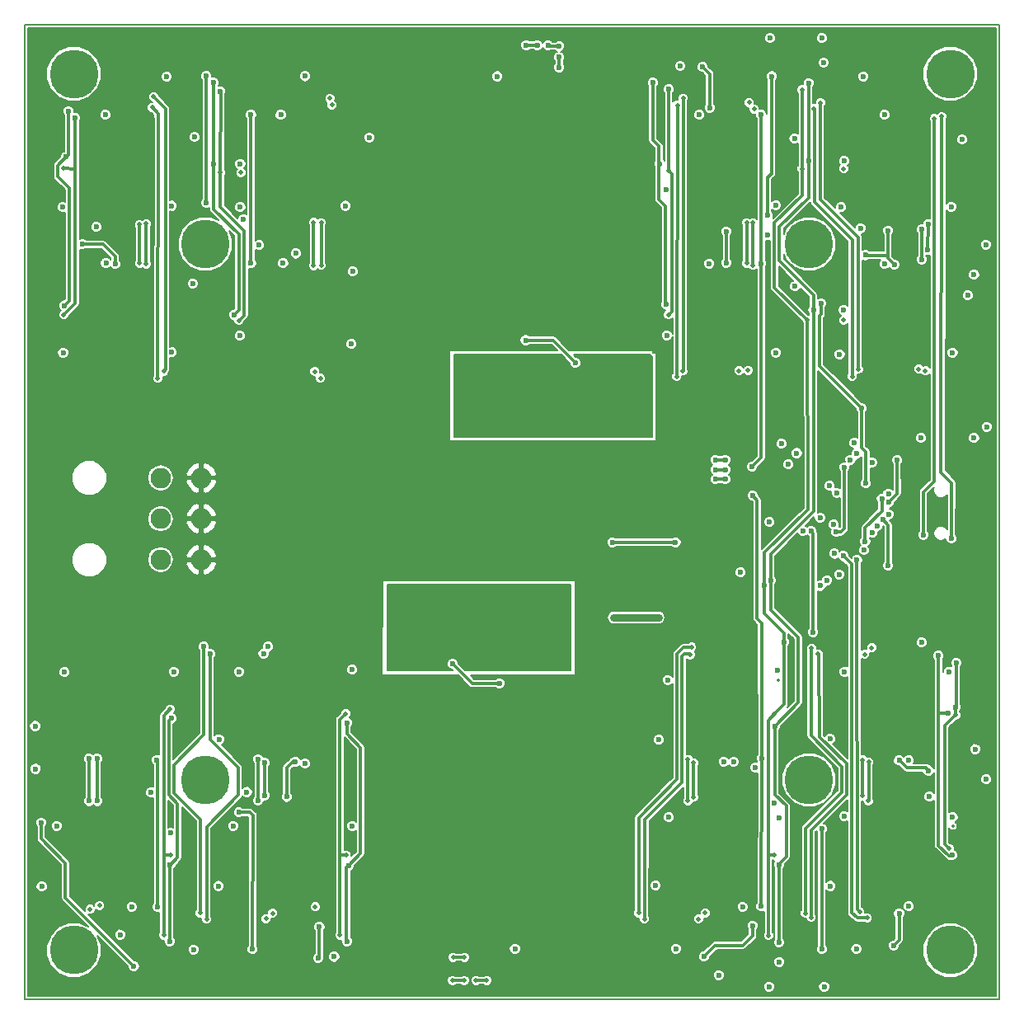
<source format=gbr>
G04 (created by PCBNEW (2013-05-16 BZR 4016)-stable) date 5. 1. 2014 18:11:25*
%MOIN*%
G04 Gerber Fmt 3.4, Leading zero omitted, Abs format*
%FSLAX34Y34*%
G01*
G70*
G90*
G04 APERTURE LIST*
%ADD10C,0.00590551*%
%ADD11C,0.19685*%
%ADD12O,0.0826X0.0826*%
%ADD13C,0.023622*%
%ADD14C,0.019685*%
%ADD15C,0.011811*%
%ADD16C,0.0314961*%
%ADD17C,0.00787402*%
G04 APERTURE END LIST*
G54D10*
X38779Y-61023D02*
X78149Y-61023D01*
X78149Y-61023D02*
X78149Y-21653D01*
X78149Y-21653D02*
X38779Y-21653D01*
X38779Y-21653D02*
X38779Y-61023D01*
G54D11*
X46062Y-30511D03*
X40748Y-23622D03*
X40748Y-59055D03*
X46062Y-52165D03*
X70472Y-52165D03*
X76181Y-59055D03*
X76181Y-23622D03*
X70472Y-30511D03*
G54D12*
X44252Y-43267D03*
X44252Y-41614D03*
X44252Y-39961D03*
X45904Y-39961D03*
X45904Y-41614D03*
X45904Y-43267D03*
G54D13*
X62578Y-45610D03*
X64389Y-45610D03*
X57952Y-48267D03*
X56062Y-47480D03*
X59015Y-34389D03*
X61023Y-35314D03*
X62519Y-42559D03*
X65078Y-42559D03*
G54D14*
X59665Y-35393D03*
X59665Y-35098D03*
X60039Y-35393D03*
X59291Y-35393D03*
X60039Y-35098D03*
X59311Y-35098D03*
X57437Y-36828D03*
X59484Y-36946D03*
X57342Y-47323D03*
X57342Y-47618D03*
X57716Y-47618D03*
X56968Y-47618D03*
X57716Y-47322D03*
X56988Y-47322D03*
X57688Y-45578D03*
X59641Y-45804D03*
G54D13*
X65266Y-23307D03*
X72559Y-29862D03*
X72667Y-23730D03*
X50098Y-23720D03*
X47608Y-29517D03*
X41653Y-29812D03*
X44507Y-23740D03*
X57874Y-23724D03*
X68976Y-23724D03*
X46102Y-23720D03*
X46102Y-28838D03*
X68809Y-29350D03*
X69074Y-53100D03*
X72381Y-59005D03*
X65088Y-58996D03*
X75344Y-52844D03*
X43877Y-52677D03*
X51278Y-59320D03*
X45590Y-59025D03*
X58582Y-58995D03*
X47972Y-59015D03*
X70984Y-59011D03*
X70984Y-54143D03*
X47421Y-53484D03*
X73523Y-31318D03*
X49212Y-31279D03*
X49114Y-25275D03*
X68543Y-31299D03*
X66437Y-31299D03*
X42047Y-31259D03*
X42027Y-25275D03*
X47913Y-25275D03*
X47913Y-31279D03*
X68169Y-39507D03*
X68543Y-25275D03*
X73523Y-25275D03*
X66043Y-25275D03*
X68188Y-40669D03*
X44094Y-51358D03*
X67421Y-51437D03*
X74507Y-51377D03*
X50098Y-51515D03*
G54D14*
X50511Y-57303D03*
G54D13*
X43090Y-57303D03*
X68562Y-51299D03*
X68543Y-57283D03*
X74507Y-57283D03*
X67785Y-57303D03*
X44129Y-57307D03*
X68868Y-41742D03*
X71476Y-41850D03*
G54D14*
X73011Y-46830D03*
X70570Y-46850D03*
X70326Y-57559D03*
X66271Y-57549D03*
X72724Y-47090D03*
X70846Y-47086D03*
X70561Y-57724D03*
X66003Y-57793D03*
X72889Y-51448D03*
X72866Y-53019D03*
X72645Y-52807D03*
X72641Y-51358D03*
X65807Y-52870D03*
X65807Y-51484D03*
X65580Y-51338D03*
X65578Y-53015D03*
X48789Y-57559D03*
X63582Y-57549D03*
X65728Y-46801D03*
X48523Y-57785D03*
X63818Y-57795D03*
X65669Y-47106D03*
G54D13*
X48602Y-46781D03*
X46003Y-46781D03*
G54D14*
X45856Y-57549D03*
X41791Y-57253D03*
X41407Y-57401D03*
X46122Y-57805D03*
G54D13*
X46259Y-47076D03*
X48415Y-47066D03*
X48464Y-51486D03*
X48464Y-52795D03*
X48198Y-53001D03*
X48198Y-51328D03*
X41692Y-51318D03*
X41692Y-53021D03*
X41358Y-53021D03*
X41358Y-51318D03*
G54D14*
X50492Y-35657D03*
X44393Y-35645D03*
X43980Y-24555D03*
X50716Y-35937D03*
X44145Y-35937D03*
X43917Y-24984D03*
X65381Y-24610D03*
X65374Y-35633D03*
X67645Y-35625D03*
X51098Y-24618D03*
X65149Y-24889D03*
X65127Y-35860D03*
X68011Y-35606D03*
X51181Y-24881D03*
X43405Y-31287D03*
X43397Y-29716D03*
X43677Y-31311D03*
X43673Y-29688D03*
X50440Y-31374D03*
X50444Y-29633D03*
X50751Y-29641D03*
X50751Y-31366D03*
X68051Y-24779D03*
X70935Y-24789D03*
X72468Y-35570D03*
X74909Y-35561D03*
X75177Y-35637D03*
X72214Y-35856D03*
X70679Y-25033D03*
X68248Y-25043D03*
G54D13*
X73041Y-42175D03*
X76230Y-42411D03*
G54D14*
X75836Y-25354D03*
X75531Y-25437D03*
G54D13*
X75098Y-42263D03*
X73228Y-41919D03*
G54D14*
X67952Y-29641D03*
X67952Y-31283D03*
X68212Y-29645D03*
X68208Y-31370D03*
G54D13*
X75031Y-31133D03*
X75031Y-29909D03*
X75275Y-30748D03*
X75283Y-29696D03*
X72696Y-42883D03*
X71850Y-43120D03*
G54D14*
X72824Y-57755D03*
G54D13*
X72411Y-43277D03*
G54D14*
X72529Y-57507D03*
G54D13*
X72391Y-38986D03*
X69350Y-38582D03*
X72145Y-39232D03*
X69980Y-38956D03*
X70226Y-42106D03*
X71574Y-42145D03*
X71899Y-39527D03*
X73031Y-39340D03*
X73454Y-41653D03*
X73671Y-43503D03*
X71692Y-43868D03*
X71496Y-43021D03*
X72746Y-42529D03*
X73415Y-40797D03*
X69084Y-49990D03*
X70944Y-44320D03*
X68917Y-44104D03*
X44645Y-55610D03*
X44625Y-58700D03*
X44685Y-49685D03*
X51850Y-55629D03*
X51791Y-58700D03*
X51791Y-49862D03*
X76102Y-49488D03*
X69251Y-55590D03*
X69251Y-58740D03*
X76259Y-55216D03*
X64429Y-27263D03*
X64153Y-23976D03*
X64685Y-32952D03*
X46397Y-27263D03*
X47480Y-27263D03*
X46397Y-23976D03*
X47224Y-33366D03*
X40433Y-26988D03*
X40374Y-32992D03*
X40531Y-25127D03*
X70452Y-23996D03*
X70452Y-27145D03*
X71889Y-27145D03*
X71870Y-33169D03*
X70649Y-33169D03*
X75708Y-47155D03*
X76397Y-49232D03*
G54D14*
X76141Y-54940D03*
X76397Y-49547D03*
G54D13*
X69468Y-46594D03*
X76417Y-47440D03*
X64803Y-24251D03*
X68651Y-44320D03*
X46673Y-24330D03*
G54D14*
X44665Y-55216D03*
X44389Y-58444D03*
X44645Y-49311D03*
X51763Y-55212D03*
X51503Y-58444D03*
X51744Y-49496D03*
X69074Y-55212D03*
X68830Y-58456D03*
X69070Y-49519D03*
X64803Y-27539D03*
X64791Y-33370D03*
X70196Y-24271D03*
X71877Y-27460D03*
X70196Y-27460D03*
X70413Y-33582D03*
X71870Y-33582D03*
X47500Y-27618D03*
X46673Y-27618D03*
X47429Y-33590D03*
X40342Y-33366D03*
X40334Y-27452D03*
G54D13*
X40807Y-25403D03*
X74035Y-39242D03*
X73681Y-40954D03*
X77145Y-38346D03*
X39202Y-51722D03*
X77185Y-50925D03*
X68897Y-22185D03*
X68858Y-60531D03*
X77145Y-31751D03*
X43179Y-59704D03*
X39429Y-53897D03*
X66820Y-60059D03*
X77637Y-52145D03*
X70984Y-22185D03*
X71082Y-60531D03*
X77618Y-30531D03*
X77657Y-37893D03*
X70551Y-42106D03*
X70639Y-46190D03*
X75019Y-46614D03*
X72775Y-40177D03*
X70964Y-32903D03*
X72598Y-37145D03*
X73385Y-44576D03*
X73769Y-44566D03*
X73779Y-44891D03*
X72696Y-44468D03*
X73385Y-44891D03*
G54D14*
X55954Y-43129D03*
X55954Y-42736D03*
X55954Y-42342D03*
X53582Y-43129D03*
X53582Y-42736D03*
X53582Y-42342D03*
X53582Y-41948D03*
X53976Y-41948D03*
X53976Y-42342D03*
X53976Y-42736D03*
X51299Y-43129D03*
X51692Y-43139D03*
X51692Y-42746D03*
X51692Y-42352D03*
X51692Y-41958D03*
X51299Y-41958D03*
X51299Y-42352D03*
X51299Y-42746D03*
X49744Y-43120D03*
X49350Y-43129D03*
X49350Y-42736D03*
X49350Y-42342D03*
X49350Y-41948D03*
X49744Y-41948D03*
X49744Y-42342D03*
X49744Y-42736D03*
G54D13*
X73041Y-60265D03*
X66220Y-60078D03*
X67244Y-59517D03*
X66456Y-22588D03*
X49478Y-59370D03*
X71210Y-44822D03*
X69448Y-44429D03*
X67805Y-45068D03*
X64586Y-45088D03*
X43523Y-59389D03*
X40285Y-50925D03*
X47125Y-32244D03*
X74393Y-36578D03*
X67519Y-24537D03*
X50137Y-24488D03*
X42906Y-24562D03*
G54D14*
X74015Y-55551D03*
X74015Y-55984D03*
X74448Y-55984D03*
X74881Y-55984D03*
X74881Y-55551D03*
X74448Y-55551D03*
X74015Y-55118D03*
X74015Y-55137D03*
X74448Y-54704D03*
X74448Y-54271D03*
X74881Y-54271D03*
X74881Y-54704D03*
X74881Y-55137D03*
X74448Y-55137D03*
X74005Y-54694D03*
X74005Y-54261D03*
X73572Y-54261D03*
X73139Y-54261D03*
X73139Y-54694D03*
X73572Y-54694D03*
X74005Y-55127D03*
X74005Y-55127D03*
X73572Y-55561D03*
X73572Y-55994D03*
X73139Y-55994D03*
X73139Y-55561D03*
X73139Y-55127D03*
X73572Y-55127D03*
X66929Y-55551D03*
X66929Y-55984D03*
X67362Y-55984D03*
X67795Y-55984D03*
X67795Y-55551D03*
X67362Y-55551D03*
X66929Y-55118D03*
X66929Y-55137D03*
X67362Y-54704D03*
X67362Y-54271D03*
X67795Y-54271D03*
X67795Y-54704D03*
X67795Y-55137D03*
X67362Y-55137D03*
X66919Y-54694D03*
X66919Y-54261D03*
X66486Y-54261D03*
X66053Y-54261D03*
X66053Y-54694D03*
X66486Y-54694D03*
X66919Y-55127D03*
X66919Y-55127D03*
X66486Y-55561D03*
X66486Y-55994D03*
X66053Y-55994D03*
X66053Y-55561D03*
X66053Y-55127D03*
X66486Y-55127D03*
X74015Y-49645D03*
X74015Y-50078D03*
X74448Y-50078D03*
X74881Y-50078D03*
X74881Y-49645D03*
X74448Y-49645D03*
X74015Y-49212D03*
X74015Y-49232D03*
X74448Y-48799D03*
X74448Y-48366D03*
X74881Y-48366D03*
X74881Y-48799D03*
X74881Y-49232D03*
X74448Y-49232D03*
X74005Y-48789D03*
X74005Y-48356D03*
X73572Y-48356D03*
X73139Y-48356D03*
X73139Y-48789D03*
X73572Y-48789D03*
X74005Y-49222D03*
X74005Y-49222D03*
X73572Y-49655D03*
X73572Y-50088D03*
X73139Y-50088D03*
X73139Y-49655D03*
X73139Y-49222D03*
X73572Y-49222D03*
X66486Y-49222D03*
X66053Y-49222D03*
X66053Y-49655D03*
X66053Y-50088D03*
X66486Y-50088D03*
X66486Y-49655D03*
X66919Y-49222D03*
X66919Y-49222D03*
X66486Y-48789D03*
X66053Y-48789D03*
X66053Y-48356D03*
X66486Y-48356D03*
X66919Y-48356D03*
X66919Y-48789D03*
X67362Y-49232D03*
X67795Y-49232D03*
X67795Y-48799D03*
X67795Y-48366D03*
X67362Y-48366D03*
X67362Y-48799D03*
X66929Y-49232D03*
X66929Y-49212D03*
X67362Y-49645D03*
X67795Y-49645D03*
X67795Y-50078D03*
X67362Y-50078D03*
X66929Y-50078D03*
X66929Y-49645D03*
X49163Y-55127D03*
X48730Y-55127D03*
X48730Y-55561D03*
X48730Y-55994D03*
X49163Y-55994D03*
X49163Y-55561D03*
X49596Y-55127D03*
X49596Y-55127D03*
X49163Y-54694D03*
X48730Y-54694D03*
X48730Y-54261D03*
X49163Y-54261D03*
X49596Y-54261D03*
X49596Y-54694D03*
X50039Y-55137D03*
X50472Y-55137D03*
X50472Y-54704D03*
X50472Y-54271D03*
X50039Y-54271D03*
X50039Y-54704D03*
X49606Y-55137D03*
X49606Y-55118D03*
X50039Y-55551D03*
X50472Y-55551D03*
X50472Y-55984D03*
X50039Y-55984D03*
X49606Y-55984D03*
X49606Y-55551D03*
X49163Y-49222D03*
X48730Y-49222D03*
X48730Y-49655D03*
X48730Y-50088D03*
X49163Y-50088D03*
X49163Y-49655D03*
X49596Y-49222D03*
X49596Y-49222D03*
X49163Y-48789D03*
X48730Y-48789D03*
X48730Y-48356D03*
X49163Y-48356D03*
X49596Y-48356D03*
X49596Y-48789D03*
X50039Y-49232D03*
X50472Y-49232D03*
X50472Y-48799D03*
X50472Y-48366D03*
X50039Y-48366D03*
X50039Y-48799D03*
X49606Y-49232D03*
X49606Y-49212D03*
X50039Y-49645D03*
X50472Y-49645D03*
X50472Y-50078D03*
X50039Y-50078D03*
X49606Y-50078D03*
X49606Y-49645D03*
X42076Y-55127D03*
X41643Y-55127D03*
X41643Y-55561D03*
X41643Y-55994D03*
X42076Y-55994D03*
X42076Y-55561D03*
X42509Y-55127D03*
X42509Y-55127D03*
X42076Y-54694D03*
X41643Y-54694D03*
X41643Y-54261D03*
X42076Y-54261D03*
X42509Y-54261D03*
X42509Y-54694D03*
X42952Y-55137D03*
X43385Y-55137D03*
X43385Y-54704D03*
X43385Y-54271D03*
X42952Y-54271D03*
X42952Y-54704D03*
X42519Y-55137D03*
X42519Y-55118D03*
X42952Y-55551D03*
X43385Y-55551D03*
X43385Y-55984D03*
X42952Y-55984D03*
X42519Y-55984D03*
X42519Y-55551D03*
X42519Y-49645D03*
X42519Y-50078D03*
X42952Y-50078D03*
X43385Y-50078D03*
X43385Y-49645D03*
X42952Y-49645D03*
X42519Y-49212D03*
X42519Y-49232D03*
X42952Y-48799D03*
X42952Y-48366D03*
X43385Y-48366D03*
X43385Y-48799D03*
X43385Y-49232D03*
X42952Y-49232D03*
X42509Y-48789D03*
X42509Y-48356D03*
X42076Y-48356D03*
X41643Y-48356D03*
X41643Y-48789D03*
X42076Y-48789D03*
X42509Y-49222D03*
X42509Y-49222D03*
X42076Y-49655D03*
X42076Y-50088D03*
X41643Y-50088D03*
X41643Y-49655D03*
X41643Y-49222D03*
X42076Y-49222D03*
X74458Y-33454D03*
X74891Y-33454D03*
X74891Y-33021D03*
X74891Y-32588D03*
X74458Y-32588D03*
X74458Y-33021D03*
X74025Y-33454D03*
X74025Y-33454D03*
X74458Y-33887D03*
X74891Y-33887D03*
X74891Y-34320D03*
X74458Y-34320D03*
X74025Y-34320D03*
X74025Y-33887D03*
X73582Y-33444D03*
X73149Y-33444D03*
X73149Y-33877D03*
X73149Y-34311D03*
X73582Y-34311D03*
X73582Y-33877D03*
X74015Y-33444D03*
X74015Y-33464D03*
X73582Y-33031D03*
X73149Y-33031D03*
X73149Y-32598D03*
X73582Y-32598D03*
X74015Y-32598D03*
X74015Y-33031D03*
X67372Y-33454D03*
X67805Y-33454D03*
X67805Y-33021D03*
X67805Y-32588D03*
X67372Y-32588D03*
X67372Y-33021D03*
X66938Y-33454D03*
X66938Y-33454D03*
X67372Y-33887D03*
X67805Y-33887D03*
X67805Y-34320D03*
X67372Y-34320D03*
X66938Y-34320D03*
X66938Y-33887D03*
X66496Y-33444D03*
X66062Y-33444D03*
X66062Y-33877D03*
X66062Y-34311D03*
X66496Y-34311D03*
X66496Y-33877D03*
X66929Y-33444D03*
X66929Y-33464D03*
X66496Y-33031D03*
X66062Y-33031D03*
X66062Y-32598D03*
X66496Y-32598D03*
X66929Y-32598D03*
X66929Y-33031D03*
X74458Y-27549D03*
X74891Y-27549D03*
X74891Y-27116D03*
X74891Y-26683D03*
X74458Y-26683D03*
X74458Y-27116D03*
X74025Y-27549D03*
X74025Y-27549D03*
X74458Y-27982D03*
X74891Y-27982D03*
X74891Y-28415D03*
X74458Y-28415D03*
X74025Y-28415D03*
X74025Y-27982D03*
X73582Y-27539D03*
X73149Y-27539D03*
X73149Y-27972D03*
X73149Y-28405D03*
X73582Y-28405D03*
X73582Y-27972D03*
X74015Y-27539D03*
X74015Y-27559D03*
X73582Y-27125D03*
X73149Y-27125D03*
X73149Y-26692D03*
X73582Y-26692D03*
X74015Y-26692D03*
X74015Y-27125D03*
X66929Y-27125D03*
X66929Y-26692D03*
X66496Y-26692D03*
X66062Y-26692D03*
X66062Y-27125D03*
X66496Y-27125D03*
X66929Y-27559D03*
X66929Y-27539D03*
X66496Y-27972D03*
X66496Y-28405D03*
X66062Y-28405D03*
X66062Y-27972D03*
X66062Y-27539D03*
X66496Y-27539D03*
X66938Y-27982D03*
X66938Y-28415D03*
X67372Y-28415D03*
X67805Y-28415D03*
X67805Y-27982D03*
X67372Y-27982D03*
X66938Y-27549D03*
X66938Y-27549D03*
X67372Y-27116D03*
X67372Y-26683D03*
X67805Y-26683D03*
X67805Y-27116D03*
X67805Y-27549D03*
X67372Y-27549D03*
X49606Y-33031D03*
X49606Y-32598D03*
X49173Y-32598D03*
X48740Y-32598D03*
X48740Y-33031D03*
X49173Y-33031D03*
X49606Y-33464D03*
X49606Y-33444D03*
X49173Y-33877D03*
X49173Y-34311D03*
X48740Y-34311D03*
X48740Y-33877D03*
X48740Y-33444D03*
X49173Y-33444D03*
X49616Y-33887D03*
X49616Y-34320D03*
X50049Y-34320D03*
X50482Y-34320D03*
X50482Y-33887D03*
X50049Y-33887D03*
X49616Y-33454D03*
X49616Y-33454D03*
X50049Y-33021D03*
X50049Y-32588D03*
X50482Y-32588D03*
X50482Y-33021D03*
X50482Y-33454D03*
X50049Y-33454D03*
X42519Y-33031D03*
X42519Y-32598D03*
X42086Y-32598D03*
X41653Y-32598D03*
X41653Y-33031D03*
X42086Y-33031D03*
X42519Y-33464D03*
X42519Y-33444D03*
X42086Y-33877D03*
X42086Y-34311D03*
X41653Y-34311D03*
X41653Y-33877D03*
X41653Y-33444D03*
X42086Y-33444D03*
X42529Y-33887D03*
X42529Y-34320D03*
X42962Y-34320D03*
X43395Y-34320D03*
X43395Y-33887D03*
X42962Y-33887D03*
X42529Y-33454D03*
X42529Y-33454D03*
X42962Y-33021D03*
X42962Y-32588D03*
X43395Y-32588D03*
X43395Y-33021D03*
X43395Y-33454D03*
X42962Y-33454D03*
X49606Y-27125D03*
X49606Y-26692D03*
X49173Y-26692D03*
X48740Y-26692D03*
X48740Y-27125D03*
X49173Y-27125D03*
X49606Y-27559D03*
X49606Y-27539D03*
X49173Y-27972D03*
X49173Y-28405D03*
X48740Y-28405D03*
X48740Y-27972D03*
X48740Y-27539D03*
X49173Y-27539D03*
X49616Y-27982D03*
X49616Y-28415D03*
X50049Y-28415D03*
X50482Y-28415D03*
X50482Y-27982D03*
X50049Y-27982D03*
X49616Y-27549D03*
X49616Y-27549D03*
X50049Y-27116D03*
X50049Y-26683D03*
X50482Y-26683D03*
X50482Y-27116D03*
X50482Y-27549D03*
X50049Y-27549D03*
X42962Y-27549D03*
X43395Y-27549D03*
X43395Y-27116D03*
X43395Y-26683D03*
X42962Y-26683D03*
X42962Y-27116D03*
X42529Y-27549D03*
X42529Y-27549D03*
X42962Y-27982D03*
X43395Y-27982D03*
X43395Y-28415D03*
X42962Y-28415D03*
X42529Y-28415D03*
X42529Y-27982D03*
X42086Y-27539D03*
X41653Y-27539D03*
X41653Y-27972D03*
X41653Y-28405D03*
X42086Y-28405D03*
X42086Y-27972D03*
X42519Y-27539D03*
X42519Y-27559D03*
X42086Y-27125D03*
X41653Y-27125D03*
X41653Y-26692D03*
X42086Y-26692D03*
X42519Y-26692D03*
X42519Y-27125D03*
G54D13*
X62913Y-22145D03*
X66850Y-22145D03*
X77204Y-24862D03*
X76417Y-56318D03*
X77342Y-57480D03*
X74783Y-60098D03*
X42194Y-58070D03*
X53267Y-60570D03*
X49330Y-60570D03*
X45393Y-60570D03*
X41456Y-60570D03*
X73614Y-58122D03*
G54D14*
X58937Y-60216D03*
X59409Y-60216D03*
X59881Y-60216D03*
X60354Y-60216D03*
G54D13*
X65078Y-60570D03*
X61141Y-60570D03*
X68031Y-42322D03*
X67362Y-42992D03*
X66535Y-43759D03*
X65433Y-43799D03*
X64566Y-43996D03*
X68110Y-37775D03*
X66535Y-37775D03*
X64566Y-37775D03*
X63700Y-44350D03*
X63700Y-46318D03*
X63700Y-48287D03*
X63700Y-51043D03*
X63070Y-51574D03*
X59448Y-49625D03*
X59842Y-49625D03*
X60236Y-49625D03*
X60629Y-49625D03*
X61023Y-49625D03*
X61417Y-49625D03*
X61811Y-49625D03*
X59055Y-51555D03*
X57165Y-51555D03*
X54133Y-51082D03*
X54133Y-49507D03*
X54133Y-48326D03*
G54D14*
X74551Y-24598D03*
G54D13*
X73070Y-22972D03*
X56614Y-22539D03*
X56141Y-22539D03*
X57086Y-22539D03*
X57559Y-22539D03*
X43425Y-22145D03*
X47362Y-22145D03*
X51299Y-22145D03*
X55236Y-22145D03*
X57559Y-33110D03*
X57165Y-33110D03*
X56771Y-33110D03*
X56377Y-33110D03*
X55984Y-33110D03*
X55590Y-33110D03*
X55196Y-33110D03*
X63307Y-31377D03*
X63307Y-32952D03*
X63307Y-34704D03*
X61988Y-34704D03*
X58031Y-31082D03*
X59881Y-31082D03*
X53661Y-36732D03*
X52992Y-36732D03*
X52992Y-34960D03*
X52992Y-32992D03*
X52992Y-31023D03*
X54133Y-30984D03*
G54D14*
X48188Y-45098D03*
X48582Y-45098D03*
X48976Y-45098D03*
X49370Y-45098D03*
X49763Y-45098D03*
X52125Y-45098D03*
X51732Y-45098D03*
X51338Y-45098D03*
X50944Y-45098D03*
X50551Y-45098D03*
X50157Y-45098D03*
X53976Y-43129D03*
X55954Y-41948D03*
X55561Y-41948D03*
X55561Y-42342D03*
X55561Y-42736D03*
X55561Y-43129D03*
G54D13*
X66948Y-52282D03*
X71830Y-56318D03*
X76377Y-32007D03*
G54D14*
X50141Y-36555D03*
X66653Y-58055D03*
G54D13*
X39823Y-34291D03*
X76181Y-26338D03*
X39940Y-56318D03*
X43287Y-46181D03*
X45610Y-50295D03*
X45294Y-48366D03*
X46969Y-28405D03*
X39804Y-28385D03*
X76692Y-28366D03*
X67775Y-46141D03*
X64763Y-47618D03*
X69783Y-48385D03*
X66397Y-46141D03*
X64763Y-56338D03*
X64292Y-54271D03*
X69842Y-54271D03*
X76790Y-34291D03*
X76790Y-54271D03*
X73956Y-52302D03*
X74547Y-46141D03*
X73405Y-46102D03*
X71811Y-50413D03*
X71201Y-34311D03*
X76712Y-48366D03*
X76643Y-50177D03*
X71260Y-28385D03*
X71092Y-32312D03*
X71456Y-25984D03*
X73917Y-30433D03*
X66830Y-30355D03*
X67263Y-36480D03*
X69448Y-32204D03*
X66141Y-36456D03*
X73188Y-36437D03*
X52204Y-26299D03*
X43208Y-36535D03*
X48799Y-36515D03*
X45059Y-32204D03*
X41771Y-36515D03*
X64232Y-34822D03*
X69409Y-26299D03*
X64173Y-28917D03*
X52706Y-56013D03*
X45078Y-56082D03*
X52480Y-48405D03*
X49350Y-46161D03*
X49625Y-52361D03*
X51889Y-53524D03*
X44655Y-53316D03*
X42539Y-52184D03*
X51535Y-32263D03*
X46948Y-34803D03*
X49448Y-30432D03*
X42519Y-30392D03*
X68937Y-23169D03*
X62224Y-33169D03*
X62224Y-33562D03*
X62224Y-33956D03*
X62224Y-34350D03*
X63425Y-41968D03*
X63425Y-41574D03*
X63425Y-41181D03*
X55118Y-49507D03*
X55118Y-49114D03*
X55118Y-48720D03*
X55118Y-48326D03*
X66496Y-38543D03*
X66102Y-38543D03*
X65708Y-38543D03*
X65314Y-38543D03*
G54D14*
X65098Y-41751D03*
X64744Y-41751D03*
X65098Y-41417D03*
X64744Y-41417D03*
G54D13*
X68543Y-40078D03*
X47342Y-56534D03*
X41948Y-46161D03*
X47342Y-50629D03*
X52568Y-50403D03*
X69793Y-50442D03*
X69812Y-56505D03*
X69566Y-28346D03*
X64468Y-25905D03*
X69625Y-34271D03*
X64153Y-32047D03*
X51850Y-34034D03*
X52224Y-28385D03*
X45196Y-34271D03*
X45137Y-26299D03*
X45216Y-28366D03*
X47106Y-26574D03*
X39458Y-32234D03*
X40039Y-26318D03*
X46909Y-48405D03*
X71397Y-54330D03*
X47322Y-54546D03*
X40196Y-54546D03*
X39881Y-48405D03*
X71417Y-48385D03*
X71594Y-40570D03*
X73690Y-41427D03*
X71309Y-40285D03*
X73681Y-40600D03*
X42421Y-31318D03*
X41092Y-30511D03*
X49723Y-30885D03*
X48238Y-30551D03*
X50679Y-58120D03*
X50620Y-59370D03*
X42618Y-58425D03*
X47746Y-52658D03*
X49350Y-52854D03*
X49704Y-51437D03*
X66456Y-25000D03*
X66171Y-23346D03*
X67125Y-31259D03*
X67125Y-30000D03*
X68809Y-30147D03*
X72765Y-30954D03*
X73917Y-31338D03*
X73661Y-29960D03*
X68306Y-51673D03*
X67027Y-51427D03*
X75305Y-51791D03*
X74114Y-51377D03*
X66220Y-59311D03*
X68188Y-58061D03*
X74114Y-57559D03*
X73897Y-58858D03*
X70915Y-41574D03*
X69635Y-39419D03*
X69133Y-34901D03*
X71200Y-44094D03*
X67706Y-43780D03*
X76279Y-34901D03*
X39183Y-49990D03*
G54D14*
X57440Y-60275D03*
X57007Y-60275D03*
X56535Y-60275D03*
X56062Y-60275D03*
X56082Y-59340D03*
X56545Y-59340D03*
G54D13*
X60374Y-23366D03*
X60374Y-22952D03*
X60374Y-22500D03*
X59921Y-22480D03*
X59488Y-22460D03*
X59035Y-22460D03*
X76663Y-26279D03*
X47480Y-29015D03*
X40314Y-34901D03*
X64409Y-50551D03*
X64763Y-48129D03*
X69192Y-47755D03*
X64271Y-56437D03*
X64803Y-53681D03*
X69271Y-53700D03*
X71338Y-56456D03*
X76279Y-53681D03*
X71889Y-53641D03*
X71318Y-50511D03*
X71712Y-34960D03*
X76122Y-47795D03*
X71909Y-47795D03*
X71771Y-29015D03*
X76889Y-32578D03*
X76220Y-28996D03*
X69911Y-32214D03*
X64724Y-34192D03*
X69881Y-26240D03*
X69133Y-28937D03*
X64685Y-28307D03*
X52007Y-47716D03*
X46614Y-50531D03*
X47421Y-47795D03*
X46594Y-56456D03*
X52007Y-54035D03*
X47185Y-54035D03*
X44665Y-54311D03*
X39448Y-56476D03*
X40059Y-54035D03*
X40374Y-47814D03*
X44783Y-47795D03*
X52027Y-31614D03*
X51968Y-34547D03*
X47460Y-34212D03*
X45551Y-32106D03*
X52696Y-26200D03*
X45629Y-26181D03*
X40295Y-29015D03*
X72303Y-38543D03*
X67086Y-40019D03*
X66692Y-40019D03*
X66692Y-39625D03*
X67086Y-39625D03*
X67086Y-39232D03*
X66692Y-39232D03*
X75000Y-38346D03*
X51732Y-28956D03*
X44704Y-34881D03*
X44704Y-28956D03*
X69271Y-59527D03*
X71062Y-23169D03*
G54D15*
X76299Y-54036D02*
X76299Y-54035D01*
X69232Y-48130D02*
X69232Y-48129D01*
G54D16*
X64389Y-45610D02*
X62578Y-45610D01*
G54D15*
X56850Y-48267D02*
X57952Y-48267D01*
X56062Y-47480D02*
X56850Y-48267D01*
X60137Y-34389D02*
X59015Y-34389D01*
X61023Y-35314D02*
X60137Y-34389D01*
X65078Y-42559D02*
X62519Y-42559D01*
X57342Y-47323D02*
X57342Y-47322D01*
X68956Y-23744D02*
X68956Y-27657D01*
X68956Y-23744D02*
X68976Y-23724D01*
X68799Y-27814D02*
X68799Y-29350D01*
X68956Y-27657D02*
X68799Y-27814D01*
X68799Y-29350D02*
X68809Y-29350D01*
X46102Y-28838D02*
X46102Y-23720D01*
X47982Y-53602D02*
X47972Y-59015D01*
X47982Y-53602D02*
X47864Y-53484D01*
X70984Y-59011D02*
X70984Y-54143D01*
X70984Y-59011D02*
X70984Y-59011D01*
X47864Y-53484D02*
X47421Y-53484D01*
X47913Y-25275D02*
X47913Y-31279D01*
X68169Y-39507D02*
X68543Y-39133D01*
X68543Y-39133D02*
X68543Y-31299D01*
X68543Y-31299D02*
X68543Y-25275D01*
X68553Y-46250D02*
X68553Y-45826D01*
X68375Y-40856D02*
X68188Y-40669D01*
X68375Y-45649D02*
X68375Y-40856D01*
X68553Y-45826D02*
X68375Y-45649D01*
X68553Y-46230D02*
X68553Y-46250D01*
X68553Y-46250D02*
X68553Y-46230D01*
X68553Y-46230D02*
X68562Y-51299D01*
X68562Y-51299D02*
X68543Y-57283D01*
X44094Y-51358D02*
X44129Y-51507D01*
X44129Y-51507D02*
X44133Y-52027D01*
X44133Y-52027D02*
X44129Y-57307D01*
X70570Y-46850D02*
X70551Y-46870D01*
X70551Y-46870D02*
X70551Y-50383D01*
X70551Y-50383D02*
X71791Y-51645D01*
X71791Y-51645D02*
X71791Y-52687D01*
X71791Y-52687D02*
X70334Y-54122D01*
X70334Y-54122D02*
X70326Y-57559D01*
X70846Y-47086D02*
X70875Y-47116D01*
X70875Y-47116D02*
X70885Y-50433D01*
X70885Y-50433D02*
X71988Y-51514D01*
X71988Y-51514D02*
X71988Y-52765D01*
X71988Y-52765D02*
X70551Y-54202D01*
X70551Y-54202D02*
X70561Y-57724D01*
X72885Y-53000D02*
X72889Y-51448D01*
X72866Y-53019D02*
X72885Y-53000D01*
X72641Y-51358D02*
X72645Y-52807D01*
X65807Y-51484D02*
X65807Y-52870D01*
X65580Y-51338D02*
X65578Y-53015D01*
X63582Y-53700D02*
X63582Y-57549D01*
X65137Y-52145D02*
X63582Y-53700D01*
X65137Y-47086D02*
X65137Y-52145D01*
X65403Y-46820D02*
X65137Y-47086D01*
X65708Y-46820D02*
X65403Y-46820D01*
X65728Y-46801D02*
X65708Y-46820D01*
X63838Y-53779D02*
X63818Y-57795D01*
X65334Y-52283D02*
X63838Y-53779D01*
X65344Y-47165D02*
X65334Y-52283D01*
X65423Y-47086D02*
X65344Y-47165D01*
X65649Y-47086D02*
X65423Y-47086D01*
X65669Y-47106D02*
X65649Y-47086D01*
X46003Y-50354D02*
X46003Y-46781D01*
X44793Y-51564D02*
X46003Y-50354D01*
X44793Y-52696D02*
X44793Y-51564D01*
X45866Y-53769D02*
X44793Y-52696D01*
X45866Y-57539D02*
X45866Y-53769D01*
X45856Y-57549D02*
X45866Y-57539D01*
X46122Y-54064D02*
X46122Y-57805D01*
X47401Y-52785D02*
X46122Y-54064D01*
X47401Y-51683D02*
X47401Y-52785D01*
X46269Y-50551D02*
X47401Y-51683D01*
X46269Y-47086D02*
X46269Y-50551D01*
X46259Y-47076D02*
X46269Y-47086D01*
X48464Y-52795D02*
X48464Y-51486D01*
X48198Y-51328D02*
X48198Y-53001D01*
X41692Y-51299D02*
X41692Y-51318D01*
X41692Y-53021D02*
X41692Y-51299D01*
X41358Y-51318D02*
X41358Y-53021D01*
X44393Y-35645D02*
X44452Y-35586D01*
X44452Y-35586D02*
X44456Y-29132D01*
X44456Y-29132D02*
X44456Y-29132D01*
X44452Y-25051D02*
X44452Y-25027D01*
X44456Y-29132D02*
X44452Y-25051D01*
X44452Y-25027D02*
X43980Y-24555D01*
X44157Y-25421D02*
X44157Y-25224D01*
X44157Y-25421D02*
X44145Y-35937D01*
X44157Y-25224D02*
X43917Y-24984D01*
X65383Y-35624D02*
X65381Y-24610D01*
X65374Y-35633D02*
X65383Y-35624D01*
X65149Y-24889D02*
X65127Y-35860D01*
X43397Y-31279D02*
X43397Y-29716D01*
X43405Y-31287D02*
X43397Y-31279D01*
X43677Y-29692D02*
X43677Y-31311D01*
X43673Y-29688D02*
X43677Y-29692D01*
X50444Y-29633D02*
X50440Y-31374D01*
X50751Y-31366D02*
X50751Y-29641D01*
X70935Y-28700D02*
X70935Y-24789D01*
X72460Y-30226D02*
X70935Y-28700D01*
X72468Y-35570D02*
X72460Y-30226D01*
X72214Y-30334D02*
X72214Y-35856D01*
X70698Y-28818D02*
X72214Y-30334D01*
X70698Y-25053D02*
X70698Y-28818D01*
X70679Y-25033D02*
X70698Y-25053D01*
X76240Y-40157D02*
X75807Y-39724D01*
X76240Y-40157D02*
X76230Y-42411D01*
X75807Y-39724D02*
X75836Y-25354D01*
X75098Y-40541D02*
X75098Y-42263D01*
X75531Y-40108D02*
X75098Y-40541D01*
X75531Y-25437D02*
X75531Y-40108D01*
X67952Y-29641D02*
X67952Y-31283D01*
X68208Y-31370D02*
X68212Y-29645D01*
X75031Y-31133D02*
X75031Y-29909D01*
X75283Y-29696D02*
X75275Y-30748D01*
X72421Y-57755D02*
X72824Y-57755D01*
X72196Y-57531D02*
X72421Y-57755D01*
X72185Y-43454D02*
X71850Y-43120D01*
X71850Y-43120D02*
X71860Y-43134D01*
X71860Y-43134D02*
X71850Y-43124D01*
X72194Y-43454D02*
X72196Y-57531D01*
X72411Y-43690D02*
X72411Y-43277D01*
X72417Y-57397D02*
X72411Y-43690D01*
X72529Y-57507D02*
X72417Y-57397D01*
X71761Y-42145D02*
X71574Y-42145D01*
X71899Y-42007D02*
X71761Y-42145D01*
X71899Y-41368D02*
X71899Y-42007D01*
X71899Y-39527D02*
X71899Y-41368D01*
X73671Y-41870D02*
X73671Y-43503D01*
X73444Y-41643D02*
X73454Y-41653D01*
X73454Y-41653D02*
X73671Y-41870D01*
X72746Y-41958D02*
X72746Y-42529D01*
X73415Y-40797D02*
X73415Y-41289D01*
X73415Y-41289D02*
X72746Y-41958D01*
X68917Y-45295D02*
X68917Y-44104D01*
X68917Y-44104D02*
X68917Y-44104D01*
X44645Y-55610D02*
X44625Y-55629D01*
X44625Y-55629D02*
X44625Y-58700D01*
X44940Y-55314D02*
X44625Y-55629D01*
X44940Y-53129D02*
X44940Y-55314D01*
X44596Y-52785D02*
X44940Y-53129D01*
X44596Y-49773D02*
X44596Y-52785D01*
X44685Y-49685D02*
X44596Y-49773D01*
X51791Y-50314D02*
X51791Y-49862D01*
X52342Y-50866D02*
X51791Y-50314D01*
X52342Y-55137D02*
X52342Y-50866D01*
X51771Y-55708D02*
X51850Y-55629D01*
X51850Y-55629D02*
X52342Y-55137D01*
X51771Y-58681D02*
X51771Y-55708D01*
X51771Y-58681D02*
X51791Y-58700D01*
X76102Y-49488D02*
X75708Y-49488D01*
X69251Y-55570D02*
X69251Y-55590D01*
X69084Y-49990D02*
X69094Y-52765D01*
X69094Y-52765D02*
X69547Y-53218D01*
X69547Y-53218D02*
X69547Y-55275D01*
X69547Y-55275D02*
X69251Y-55570D01*
X69251Y-55590D02*
X69251Y-58740D01*
X70039Y-49045D02*
X69084Y-49990D01*
X68917Y-45295D02*
X70039Y-46407D01*
X70039Y-46407D02*
X70039Y-49045D01*
X76220Y-55255D02*
X76259Y-55216D01*
X64429Y-27263D02*
X64409Y-27263D01*
X64153Y-26299D02*
X64153Y-23976D01*
X64409Y-26555D02*
X64153Y-26299D01*
X64409Y-28700D02*
X64409Y-27263D01*
X64409Y-27263D02*
X64409Y-26555D01*
X64665Y-28956D02*
X64409Y-28700D01*
X64665Y-32933D02*
X64665Y-28956D01*
X64685Y-32952D02*
X64665Y-32933D01*
X46397Y-29094D02*
X46397Y-27263D01*
X46397Y-27263D02*
X46397Y-23976D01*
X47421Y-30098D02*
X46397Y-29094D01*
X47421Y-31673D02*
X47421Y-30098D01*
X47421Y-32204D02*
X47421Y-31673D01*
X47421Y-33169D02*
X47421Y-32204D01*
X47224Y-33366D02*
X47421Y-33169D01*
X40098Y-27342D02*
X40098Y-27322D01*
X70452Y-27145D02*
X70452Y-23996D01*
X40374Y-32992D02*
X40570Y-32795D01*
X40570Y-32795D02*
X40570Y-28248D01*
X40570Y-28248D02*
X40098Y-27775D01*
X40098Y-27775D02*
X40098Y-27342D01*
X40531Y-26889D02*
X40531Y-25127D01*
X40098Y-27322D02*
X40433Y-26988D01*
X40433Y-26988D02*
X40531Y-26889D01*
X70452Y-27145D02*
X70452Y-28631D01*
X76141Y-55255D02*
X76220Y-55255D01*
X75708Y-54822D02*
X76141Y-55255D01*
X70649Y-32559D02*
X70649Y-33169D01*
X70649Y-33169D02*
X70649Y-37795D01*
X70649Y-37795D02*
X70649Y-41308D01*
X70649Y-41308D02*
X68917Y-43051D01*
X68917Y-43051D02*
X68917Y-44104D01*
X69271Y-31181D02*
X70649Y-32559D01*
X69271Y-29812D02*
X69271Y-31181D01*
X70452Y-28631D02*
X69271Y-29812D01*
X68917Y-45295D02*
X68917Y-45295D01*
X75708Y-49488D02*
X75708Y-54822D01*
X75708Y-47155D02*
X75708Y-49488D01*
X76397Y-49232D02*
X76417Y-49232D01*
X76397Y-49547D02*
X75964Y-49980D01*
X75964Y-54763D02*
X76141Y-54940D01*
X75964Y-50039D02*
X75964Y-54763D01*
X75964Y-49980D02*
X75964Y-50039D01*
X76417Y-47440D02*
X76417Y-49232D01*
X76417Y-49232D02*
X76397Y-49330D01*
X76397Y-49330D02*
X76397Y-49547D01*
X69074Y-49515D02*
X69074Y-49507D01*
X69468Y-46732D02*
X69468Y-46594D01*
X69468Y-49114D02*
X69468Y-46732D01*
X69074Y-49507D02*
X69468Y-49114D01*
X68651Y-45433D02*
X68651Y-44320D01*
X69468Y-46594D02*
X69468Y-46594D01*
X69468Y-46594D02*
X69468Y-46250D01*
X69468Y-46250D02*
X68651Y-45433D01*
X64803Y-27539D02*
X64799Y-24255D01*
X64799Y-24255D02*
X64803Y-24251D01*
X70413Y-33582D02*
X70417Y-41246D01*
X70417Y-41246D02*
X68651Y-42982D01*
X68651Y-42982D02*
X68651Y-44320D01*
X46681Y-24338D02*
X46673Y-27618D01*
X46673Y-24330D02*
X46681Y-24338D01*
X44665Y-55216D02*
X44389Y-55216D01*
X44389Y-49566D02*
X44389Y-55216D01*
X44389Y-55216D02*
X44389Y-58444D01*
X44645Y-49311D02*
X44389Y-49566D01*
X51759Y-55216D02*
X51503Y-55216D01*
X51763Y-55212D02*
X51759Y-55216D01*
X51503Y-49736D02*
X51503Y-55216D01*
X51503Y-55216D02*
X51503Y-58444D01*
X51744Y-49496D02*
X51503Y-49736D01*
X69074Y-55212D02*
X68830Y-55212D01*
X68830Y-49759D02*
X68830Y-55212D01*
X68830Y-55212D02*
X68830Y-58456D01*
X69070Y-49519D02*
X69074Y-49515D01*
X69074Y-49515D02*
X68830Y-49759D01*
X64940Y-27677D02*
X64803Y-27539D01*
X64933Y-33228D02*
X64933Y-30688D01*
X64933Y-30688D02*
X64940Y-27677D01*
X64791Y-33370D02*
X64933Y-33228D01*
X70196Y-24271D02*
X70196Y-27460D01*
X69074Y-32263D02*
X69074Y-30688D01*
X70389Y-33573D02*
X69074Y-32263D01*
X70389Y-33559D02*
X70389Y-33573D01*
X70413Y-33582D02*
X70389Y-33559D01*
X69074Y-30688D02*
X69074Y-29655D01*
X70196Y-28533D02*
X70196Y-27460D01*
X69074Y-29655D02*
X70196Y-28533D01*
X47429Y-33590D02*
X47637Y-33389D01*
X47637Y-33389D02*
X47637Y-29980D01*
X47637Y-29980D02*
X46673Y-29015D01*
X46673Y-29015D02*
X46673Y-27618D01*
X40334Y-27452D02*
X40807Y-27460D01*
X40807Y-32913D02*
X40807Y-27460D01*
X40807Y-27460D02*
X40807Y-25403D01*
X40342Y-33366D02*
X40807Y-32913D01*
X74045Y-40590D02*
X74035Y-39242D01*
X73681Y-40954D02*
X74045Y-40590D01*
X39429Y-54547D02*
X39429Y-53897D01*
X40413Y-55531D02*
X39429Y-54547D01*
X40413Y-56938D02*
X40413Y-55531D01*
X40413Y-56938D02*
X43179Y-59704D01*
X70639Y-42283D02*
X70639Y-42194D01*
X70639Y-42194D02*
X70551Y-42106D01*
X70639Y-46190D02*
X70639Y-42283D01*
X70639Y-42283D02*
X70639Y-42293D01*
X72598Y-38730D02*
X72775Y-38907D01*
X72775Y-38907D02*
X72775Y-40177D01*
X72598Y-37883D02*
X72598Y-38730D01*
X72598Y-37883D02*
X72598Y-37883D01*
X72598Y-37883D02*
X72598Y-38750D01*
X72598Y-37145D02*
X72598Y-37883D01*
X70885Y-35433D02*
X70885Y-33415D01*
X70964Y-33336D02*
X70964Y-32903D01*
X70885Y-33415D02*
X70964Y-33336D01*
X70885Y-35433D02*
X70885Y-35433D01*
X70885Y-35433D02*
X72598Y-37145D01*
X68937Y-23188D02*
X67893Y-23188D01*
X67893Y-23188D02*
X66850Y-22145D01*
X49330Y-60570D02*
X53267Y-60570D01*
X41456Y-60570D02*
X45393Y-60570D01*
X61141Y-60570D02*
X65078Y-60570D01*
X68110Y-37775D02*
X68110Y-37795D01*
X64566Y-37775D02*
X66535Y-37775D01*
X47362Y-22145D02*
X43425Y-22145D01*
X55236Y-22145D02*
X51299Y-22145D01*
X55118Y-49114D02*
X55118Y-49507D01*
X55118Y-48326D02*
X55118Y-48720D01*
X66102Y-38543D02*
X66496Y-38543D01*
X65314Y-38543D02*
X65708Y-38543D01*
X41102Y-30521D02*
X41092Y-30511D01*
X41929Y-30521D02*
X41102Y-30521D01*
X42421Y-31013D02*
X41929Y-30521D01*
X42421Y-31318D02*
X42421Y-31013D01*
X50679Y-59311D02*
X50679Y-58120D01*
X50620Y-59370D02*
X50679Y-59311D01*
X49350Y-52854D02*
X49350Y-51673D01*
X49350Y-51673D02*
X49586Y-51437D01*
X49586Y-51437D02*
X49704Y-51437D01*
X66456Y-25000D02*
X66456Y-23631D01*
X66456Y-23631D02*
X66171Y-23346D01*
X67125Y-30000D02*
X67125Y-31259D01*
X72775Y-30964D02*
X73661Y-30964D01*
X72765Y-30954D02*
X72775Y-30964D01*
X73661Y-31082D02*
X73661Y-30964D01*
X73661Y-30964D02*
X73661Y-29960D01*
X73661Y-31082D02*
X73917Y-31338D01*
X74419Y-51683D02*
X74114Y-51377D01*
X75196Y-51683D02*
X74419Y-51683D01*
X75305Y-51791D02*
X75196Y-51683D01*
X68188Y-58474D02*
X68188Y-58061D01*
X67805Y-58858D02*
X68188Y-58474D01*
X66674Y-58858D02*
X67805Y-58858D01*
X66220Y-59311D02*
X66674Y-58858D01*
X74114Y-58641D02*
X74114Y-57559D01*
X73897Y-58858D02*
X74114Y-58641D01*
X67706Y-43780D02*
X67706Y-43789D01*
X57440Y-60275D02*
X57007Y-60275D01*
X56535Y-60275D02*
X56062Y-60275D01*
X56082Y-59340D02*
X56545Y-59340D01*
X60374Y-22952D02*
X60374Y-23366D01*
X59940Y-22500D02*
X60374Y-22500D01*
X59921Y-22480D02*
X59940Y-22500D01*
X59035Y-22460D02*
X59488Y-22460D01*
X66692Y-40019D02*
X67086Y-40019D01*
X67086Y-39625D02*
X66692Y-39625D01*
X66692Y-39232D02*
X67086Y-39232D01*
G54D10*
G36*
X44763Y-54096D02*
X44712Y-54074D01*
X44618Y-54074D01*
X44566Y-54096D01*
X44566Y-53006D01*
X44763Y-53203D01*
X44763Y-54096D01*
X44763Y-54096D01*
G37*
G54D17*
X44763Y-54096D02*
X44712Y-54074D01*
X44618Y-54074D01*
X44566Y-54096D01*
X44566Y-53006D01*
X44763Y-53203D01*
X44763Y-54096D01*
G54D10*
G36*
X52165Y-55064D02*
X51980Y-55249D01*
X51980Y-55169D01*
X51947Y-55090D01*
X51886Y-55029D01*
X51807Y-54996D01*
X51720Y-54996D01*
X51681Y-55012D01*
X51681Y-50455D01*
X52165Y-50939D01*
X52165Y-53858D01*
X52141Y-53835D01*
X52055Y-53799D01*
X51961Y-53799D01*
X51874Y-53835D01*
X51807Y-53901D01*
X51771Y-53988D01*
X51771Y-54082D01*
X51807Y-54169D01*
X51873Y-54235D01*
X51960Y-54271D01*
X52054Y-54271D01*
X52141Y-54235D01*
X52165Y-54212D01*
X52165Y-55064D01*
X52165Y-55064D01*
G37*
G54D17*
X52165Y-55064D02*
X51980Y-55249D01*
X51980Y-55169D01*
X51947Y-55090D01*
X51886Y-55029D01*
X51807Y-54996D01*
X51720Y-54996D01*
X51681Y-55012D01*
X51681Y-50455D01*
X52165Y-50939D01*
X52165Y-53858D01*
X52141Y-53835D01*
X52055Y-53799D01*
X51961Y-53799D01*
X51874Y-53835D01*
X51807Y-53901D01*
X51771Y-53988D01*
X51771Y-54082D01*
X51807Y-54169D01*
X51873Y-54235D01*
X51960Y-54271D01*
X52054Y-54271D01*
X52141Y-54235D01*
X52165Y-54212D01*
X52165Y-55064D01*
G54D10*
G36*
X69862Y-48971D02*
X69598Y-49232D01*
X69632Y-49181D01*
X69632Y-49181D01*
X69645Y-49114D01*
X69645Y-46751D01*
X69668Y-46728D01*
X69704Y-46641D01*
X69704Y-46547D01*
X69668Y-46460D01*
X69645Y-46437D01*
X69645Y-46265D01*
X69862Y-46479D01*
X69862Y-48971D01*
X69862Y-48971D01*
G37*
G54D17*
X69862Y-48971D02*
X69598Y-49232D01*
X69632Y-49181D01*
X69632Y-49181D01*
X69645Y-49114D01*
X69645Y-46751D01*
X69668Y-46728D01*
X69704Y-46641D01*
X69704Y-46547D01*
X69668Y-46460D01*
X69645Y-46437D01*
X69645Y-46265D01*
X69862Y-46479D01*
X69862Y-48971D01*
G54D10*
G36*
X70472Y-33372D02*
X70456Y-33366D01*
X70436Y-33366D01*
X69251Y-32190D01*
X69251Y-31411D01*
X69831Y-31991D01*
X69777Y-32014D01*
X69711Y-32080D01*
X69675Y-32167D01*
X69675Y-32261D01*
X69711Y-32348D01*
X69777Y-32414D01*
X69864Y-32450D01*
X69958Y-32450D01*
X70045Y-32414D01*
X70111Y-32348D01*
X70134Y-32294D01*
X70472Y-32632D01*
X70472Y-33012D01*
X70449Y-33035D01*
X70413Y-33122D01*
X70413Y-33216D01*
X70449Y-33302D01*
X70472Y-33326D01*
X70472Y-33372D01*
X70472Y-33372D01*
G37*
G54D17*
X70472Y-33372D02*
X70456Y-33366D01*
X70436Y-33366D01*
X69251Y-32190D01*
X69251Y-31411D01*
X69831Y-31991D01*
X69777Y-32014D01*
X69711Y-32080D01*
X69675Y-32167D01*
X69675Y-32261D01*
X69711Y-32348D01*
X69777Y-32414D01*
X69864Y-32450D01*
X69958Y-32450D01*
X70045Y-32414D01*
X70111Y-32348D01*
X70134Y-32294D01*
X70472Y-32632D01*
X70472Y-33012D01*
X70449Y-33035D01*
X70413Y-33122D01*
X70413Y-33216D01*
X70449Y-33302D01*
X70472Y-33326D01*
X70472Y-33372D01*
G54D10*
G36*
X78031Y-60905D02*
X77893Y-60905D01*
X77893Y-37846D01*
X77857Y-37760D01*
X77854Y-37756D01*
X77854Y-30484D01*
X77818Y-30397D01*
X77752Y-30331D01*
X77665Y-30295D01*
X77571Y-30295D01*
X77484Y-30331D01*
X77417Y-30397D01*
X77381Y-30484D01*
X77381Y-30578D01*
X77417Y-30665D01*
X77484Y-30731D01*
X77570Y-30767D01*
X77664Y-30767D01*
X77751Y-30731D01*
X77818Y-30665D01*
X77854Y-30578D01*
X77854Y-30484D01*
X77854Y-37756D01*
X77791Y-37693D01*
X77704Y-37657D01*
X77610Y-37657D01*
X77523Y-37693D01*
X77457Y-37759D01*
X77421Y-37846D01*
X77421Y-37940D01*
X77457Y-38027D01*
X77523Y-38093D01*
X77610Y-38129D01*
X77704Y-38129D01*
X77791Y-38094D01*
X77857Y-38027D01*
X77893Y-37940D01*
X77893Y-37846D01*
X77893Y-60905D01*
X77874Y-60905D01*
X77874Y-52098D01*
X77838Y-52012D01*
X77771Y-51945D01*
X77684Y-51909D01*
X77591Y-51909D01*
X77504Y-51945D01*
X77437Y-52011D01*
X77421Y-52051D01*
X77421Y-50878D01*
X77385Y-50791D01*
X77381Y-50788D01*
X77381Y-38299D01*
X77381Y-31705D01*
X77346Y-31618D01*
X77283Y-31555D01*
X77283Y-23403D01*
X77116Y-22998D01*
X76806Y-22688D01*
X76401Y-22519D01*
X75962Y-22519D01*
X75557Y-22686D01*
X75247Y-22996D01*
X75078Y-23401D01*
X75078Y-23840D01*
X75246Y-24245D01*
X75555Y-24556D01*
X75960Y-24724D01*
X76399Y-24724D01*
X76804Y-24557D01*
X77115Y-24247D01*
X77283Y-23842D01*
X77283Y-23403D01*
X77283Y-31555D01*
X77279Y-31551D01*
X77192Y-31515D01*
X77098Y-31515D01*
X77012Y-31551D01*
X76945Y-31617D01*
X76909Y-31704D01*
X76909Y-31798D01*
X76945Y-31885D01*
X77011Y-31952D01*
X77098Y-31988D01*
X77192Y-31988D01*
X77279Y-31952D01*
X77345Y-31885D01*
X77381Y-31799D01*
X77381Y-31705D01*
X77381Y-38299D01*
X77346Y-38212D01*
X77279Y-38146D01*
X77192Y-38110D01*
X77126Y-38110D01*
X77126Y-32531D01*
X77090Y-32445D01*
X77023Y-32378D01*
X76936Y-32342D01*
X76899Y-32342D01*
X76899Y-26232D01*
X76863Y-26145D01*
X76797Y-26079D01*
X76710Y-26043D01*
X76616Y-26043D01*
X76529Y-26079D01*
X76463Y-26145D01*
X76427Y-26232D01*
X76427Y-26326D01*
X76463Y-26413D01*
X76529Y-26479D01*
X76616Y-26515D01*
X76710Y-26515D01*
X76797Y-26479D01*
X76863Y-26413D01*
X76899Y-26326D01*
X76899Y-26232D01*
X76899Y-32342D01*
X76842Y-32342D01*
X76756Y-32378D01*
X76689Y-32444D01*
X76653Y-32531D01*
X76653Y-32625D01*
X76689Y-32712D01*
X76755Y-32778D01*
X76842Y-32814D01*
X76936Y-32815D01*
X77023Y-32779D01*
X77089Y-32712D01*
X77125Y-32625D01*
X77126Y-32531D01*
X77126Y-38110D01*
X77098Y-38110D01*
X77012Y-38146D01*
X76945Y-38212D01*
X76909Y-38299D01*
X76909Y-38393D01*
X76945Y-38480D01*
X77011Y-38546D01*
X77098Y-38582D01*
X77192Y-38582D01*
X77279Y-38546D01*
X77345Y-38480D01*
X77381Y-38393D01*
X77381Y-38299D01*
X77381Y-50788D01*
X77319Y-50725D01*
X77232Y-50689D01*
X77138Y-50688D01*
X77051Y-50724D01*
X76984Y-50791D01*
X76948Y-50878D01*
X76948Y-50971D01*
X76984Y-51058D01*
X77051Y-51125D01*
X77137Y-51161D01*
X77231Y-51161D01*
X77318Y-51125D01*
X77385Y-51059D01*
X77421Y-50972D01*
X77421Y-50878D01*
X77421Y-52051D01*
X77401Y-52098D01*
X77401Y-52192D01*
X77437Y-52279D01*
X77503Y-52345D01*
X77590Y-52381D01*
X77684Y-52381D01*
X77771Y-52346D01*
X77837Y-52279D01*
X77873Y-52192D01*
X77874Y-52098D01*
X77874Y-60905D01*
X77283Y-60905D01*
X77283Y-58836D01*
X77116Y-58431D01*
X76806Y-58121D01*
X76653Y-58057D01*
X76653Y-47394D01*
X76617Y-47307D01*
X76551Y-47240D01*
X76515Y-47226D01*
X76515Y-34854D01*
X76479Y-34767D01*
X76413Y-34701D01*
X76326Y-34665D01*
X76232Y-34665D01*
X76145Y-34701D01*
X76079Y-34767D01*
X76043Y-34854D01*
X76043Y-34948D01*
X76079Y-35035D01*
X76145Y-35101D01*
X76232Y-35137D01*
X76326Y-35137D01*
X76413Y-35101D01*
X76479Y-35035D01*
X76515Y-34948D01*
X76515Y-34854D01*
X76515Y-47226D01*
X76466Y-47205D01*
X76466Y-42364D01*
X76430Y-42277D01*
X76408Y-42255D01*
X76419Y-40158D01*
X76406Y-40090D01*
X76368Y-40032D01*
X76362Y-40028D01*
X75984Y-39651D01*
X76021Y-29130D01*
X76086Y-29196D01*
X76173Y-29232D01*
X76267Y-29232D01*
X76354Y-29196D01*
X76420Y-29130D01*
X76456Y-29043D01*
X76456Y-28949D01*
X76420Y-28862D01*
X76354Y-28795D01*
X76267Y-28759D01*
X76173Y-28759D01*
X76086Y-28795D01*
X76022Y-28860D01*
X76034Y-25443D01*
X76053Y-25397D01*
X76053Y-25311D01*
X76020Y-25231D01*
X75959Y-25170D01*
X75879Y-25137D01*
X75793Y-25137D01*
X75714Y-25170D01*
X75653Y-25231D01*
X75645Y-25249D01*
X75574Y-25220D01*
X75488Y-25220D01*
X75408Y-25253D01*
X75348Y-25314D01*
X75314Y-25393D01*
X75314Y-25479D01*
X75347Y-25559D01*
X75354Y-25566D01*
X75354Y-29470D01*
X75330Y-29460D01*
X75236Y-29460D01*
X75149Y-29496D01*
X75083Y-29562D01*
X75047Y-29649D01*
X75047Y-29673D01*
X74984Y-29673D01*
X74897Y-29709D01*
X74831Y-29775D01*
X74795Y-29862D01*
X74795Y-29956D01*
X74831Y-30043D01*
X74854Y-30066D01*
X74854Y-30976D01*
X74831Y-30999D01*
X74795Y-31086D01*
X74795Y-31180D01*
X74831Y-31267D01*
X74897Y-31333D01*
X74984Y-31370D01*
X75078Y-31370D01*
X75165Y-31334D01*
X75231Y-31267D01*
X75267Y-31181D01*
X75267Y-31087D01*
X75231Y-31000D01*
X75208Y-30976D01*
X75208Y-30976D01*
X75228Y-30984D01*
X75322Y-30984D01*
X75354Y-30971D01*
X75354Y-35508D01*
X75299Y-35454D01*
X75220Y-35421D01*
X75134Y-35421D01*
X75092Y-35438D01*
X75032Y-35377D01*
X74952Y-35344D01*
X74866Y-35344D01*
X74786Y-35377D01*
X74725Y-35438D01*
X74692Y-35517D01*
X74692Y-35603D01*
X74725Y-35683D01*
X74786Y-35744D01*
X74866Y-35777D01*
X74952Y-35777D01*
X74993Y-35760D01*
X75054Y-35821D01*
X75133Y-35854D01*
X75220Y-35854D01*
X75299Y-35821D01*
X75354Y-35766D01*
X75354Y-40034D01*
X75236Y-40152D01*
X75236Y-38299D01*
X75200Y-38212D01*
X75133Y-38146D01*
X75047Y-38110D01*
X74953Y-38110D01*
X74866Y-38146D01*
X74799Y-38212D01*
X74763Y-38299D01*
X74763Y-38393D01*
X74799Y-38480D01*
X74866Y-38546D01*
X74952Y-38582D01*
X75046Y-38582D01*
X75133Y-38546D01*
X75200Y-38480D01*
X75236Y-38393D01*
X75236Y-38299D01*
X75236Y-40152D01*
X74973Y-40416D01*
X74934Y-40473D01*
X74921Y-40541D01*
X74921Y-42106D01*
X74898Y-42129D01*
X74862Y-42216D01*
X74862Y-42310D01*
X74898Y-42397D01*
X74964Y-42463D01*
X75051Y-42499D01*
X75145Y-42500D01*
X75232Y-42464D01*
X75298Y-42397D01*
X75334Y-42310D01*
X75334Y-42216D01*
X75298Y-42130D01*
X75275Y-42106D01*
X75275Y-40614D01*
X75538Y-40351D01*
X75512Y-40413D01*
X75512Y-40531D01*
X75557Y-40639D01*
X75640Y-40722D01*
X75748Y-40767D01*
X75866Y-40767D01*
X75974Y-40722D01*
X76057Y-40639D01*
X76062Y-40628D01*
X76055Y-42034D01*
X75975Y-41954D01*
X75866Y-41909D01*
X75749Y-41909D01*
X75640Y-41954D01*
X75557Y-42037D01*
X75512Y-42145D01*
X75512Y-42263D01*
X75557Y-42371D01*
X75640Y-42454D01*
X75748Y-42499D01*
X75866Y-42499D01*
X75974Y-42454D01*
X75994Y-42435D01*
X75994Y-42458D01*
X76029Y-42545D01*
X76096Y-42611D01*
X76183Y-42647D01*
X76277Y-42647D01*
X76363Y-42611D01*
X76430Y-42545D01*
X76466Y-42458D01*
X76466Y-42364D01*
X76466Y-47205D01*
X76464Y-47204D01*
X76370Y-47204D01*
X76283Y-47240D01*
X76217Y-47306D01*
X76181Y-47393D01*
X76181Y-47487D01*
X76216Y-47574D01*
X76224Y-47581D01*
X76169Y-47559D01*
X76075Y-47559D01*
X75988Y-47594D01*
X75921Y-47661D01*
X75885Y-47748D01*
X75885Y-47795D01*
X75885Y-47312D01*
X75908Y-47289D01*
X75944Y-47202D01*
X75944Y-47108D01*
X75909Y-47021D01*
X75842Y-46955D01*
X75755Y-46919D01*
X75661Y-46919D01*
X75575Y-46955D01*
X75508Y-47021D01*
X75472Y-47108D01*
X75472Y-47202D01*
X75508Y-47289D01*
X75531Y-47312D01*
X75531Y-49488D01*
X75531Y-51720D01*
X75505Y-51657D01*
X75439Y-51591D01*
X75352Y-51555D01*
X75318Y-51555D01*
X75264Y-51519D01*
X75255Y-51517D01*
X75255Y-46567D01*
X75220Y-46480D01*
X75153Y-46414D01*
X75066Y-46377D01*
X74972Y-46377D01*
X74886Y-46413D01*
X74819Y-46480D01*
X74783Y-46566D01*
X74783Y-46660D01*
X74819Y-46747D01*
X74885Y-46814D01*
X74972Y-46850D01*
X75066Y-46850D01*
X75153Y-46814D01*
X75219Y-46748D01*
X75255Y-46661D01*
X75255Y-46567D01*
X75255Y-51517D01*
X75196Y-51505D01*
X74710Y-51505D01*
X74744Y-51425D01*
X74744Y-51331D01*
X74708Y-51244D01*
X74641Y-51177D01*
X74555Y-51141D01*
X74461Y-51141D01*
X74374Y-51177D01*
X74310Y-51240D01*
X74271Y-51201D01*
X74271Y-39195D01*
X74235Y-39108D01*
X74169Y-39041D01*
X74154Y-39035D01*
X74154Y-31291D01*
X74118Y-31204D01*
X74051Y-31138D01*
X73964Y-31102D01*
X73932Y-31102D01*
X73838Y-31008D01*
X73838Y-30964D01*
X73838Y-30117D01*
X73861Y-30094D01*
X73897Y-30007D01*
X73897Y-29913D01*
X73861Y-29826D01*
X73795Y-29760D01*
X73759Y-29745D01*
X73759Y-25228D01*
X73723Y-25141D01*
X73657Y-25075D01*
X73570Y-25039D01*
X73476Y-25039D01*
X73389Y-25075D01*
X73323Y-25141D01*
X73287Y-25228D01*
X73287Y-25322D01*
X73323Y-25409D01*
X73389Y-25475D01*
X73476Y-25511D01*
X73570Y-25511D01*
X73657Y-25475D01*
X73723Y-25409D01*
X73759Y-25322D01*
X73759Y-25228D01*
X73759Y-29745D01*
X73708Y-29724D01*
X73614Y-29724D01*
X73527Y-29760D01*
X73461Y-29826D01*
X73425Y-29913D01*
X73425Y-30007D01*
X73461Y-30094D01*
X73484Y-30117D01*
X73484Y-30787D01*
X72932Y-30787D01*
X72903Y-30758D01*
X72903Y-23683D01*
X72867Y-23596D01*
X72801Y-23530D01*
X72714Y-23494D01*
X72620Y-23494D01*
X72533Y-23529D01*
X72467Y-23596D01*
X72431Y-23683D01*
X72431Y-23777D01*
X72466Y-23863D01*
X72533Y-23930D01*
X72620Y-23966D01*
X72714Y-23966D01*
X72800Y-23930D01*
X72867Y-23864D01*
X72903Y-23777D01*
X72903Y-23683D01*
X72903Y-30758D01*
X72899Y-30754D01*
X72812Y-30718D01*
X72718Y-30718D01*
X72638Y-30751D01*
X72637Y-30226D01*
X72637Y-30225D01*
X72630Y-30192D01*
X72624Y-30158D01*
X72623Y-30158D01*
X72623Y-30158D01*
X72604Y-30129D01*
X72585Y-30100D01*
X72583Y-30098D01*
X72605Y-30098D01*
X72692Y-30062D01*
X72759Y-29996D01*
X72795Y-29909D01*
X72795Y-29815D01*
X72759Y-29728D01*
X72693Y-29662D01*
X72606Y-29626D01*
X72512Y-29625D01*
X72425Y-29661D01*
X72358Y-29728D01*
X72322Y-29815D01*
X72322Y-29838D01*
X72126Y-29641D01*
X72126Y-27098D01*
X72090Y-27012D01*
X72023Y-26945D01*
X71936Y-26909D01*
X71842Y-26909D01*
X71756Y-26945D01*
X71689Y-27011D01*
X71653Y-27098D01*
X71653Y-27192D01*
X71689Y-27279D01*
X71721Y-27311D01*
X71694Y-27337D01*
X71661Y-27417D01*
X71661Y-27503D01*
X71694Y-27583D01*
X71755Y-27644D01*
X71834Y-27677D01*
X71920Y-27677D01*
X72000Y-27644D01*
X72061Y-27583D01*
X72094Y-27503D01*
X72094Y-27417D01*
X72061Y-27338D01*
X72046Y-27322D01*
X72089Y-27279D01*
X72125Y-27192D01*
X72126Y-27098D01*
X72126Y-29641D01*
X71736Y-29251D01*
X71818Y-29252D01*
X71905Y-29216D01*
X71971Y-29149D01*
X72007Y-29062D01*
X72007Y-28968D01*
X71972Y-28882D01*
X71905Y-28815D01*
X71818Y-28779D01*
X71724Y-28779D01*
X71638Y-28815D01*
X71571Y-28881D01*
X71535Y-28968D01*
X71535Y-29050D01*
X71299Y-28814D01*
X71299Y-23122D01*
X71263Y-23035D01*
X71220Y-22992D01*
X71220Y-22138D01*
X71184Y-22051D01*
X71118Y-21984D01*
X71031Y-21948D01*
X70937Y-21948D01*
X70850Y-21984D01*
X70784Y-22051D01*
X70748Y-22137D01*
X70747Y-22231D01*
X70783Y-22318D01*
X70850Y-22385D01*
X70937Y-22421D01*
X71031Y-22421D01*
X71117Y-22385D01*
X71184Y-22319D01*
X71220Y-22232D01*
X71220Y-22138D01*
X71220Y-22992D01*
X71196Y-22969D01*
X71110Y-22933D01*
X71016Y-22933D01*
X70929Y-22968D01*
X70862Y-23035D01*
X70826Y-23122D01*
X70826Y-23216D01*
X70862Y-23302D01*
X70929Y-23369D01*
X71015Y-23405D01*
X71109Y-23405D01*
X71196Y-23369D01*
X71263Y-23303D01*
X71299Y-23216D01*
X71299Y-23122D01*
X71299Y-28814D01*
X71112Y-28627D01*
X71112Y-24918D01*
X71118Y-24912D01*
X71151Y-24832D01*
X71151Y-24746D01*
X71118Y-24666D01*
X71057Y-24605D01*
X70978Y-24572D01*
X70892Y-24572D01*
X70812Y-24605D01*
X70751Y-24666D01*
X70718Y-24746D01*
X70718Y-24816D01*
X70636Y-24816D01*
X70629Y-24819D01*
X70629Y-24152D01*
X70652Y-24130D01*
X70688Y-24043D01*
X70689Y-23949D01*
X70653Y-23862D01*
X70586Y-23795D01*
X70499Y-23759D01*
X70405Y-23759D01*
X70319Y-23795D01*
X70252Y-23862D01*
X70216Y-23948D01*
X70216Y-24042D01*
X70221Y-24055D01*
X70153Y-24055D01*
X70074Y-24087D01*
X70013Y-24148D01*
X69980Y-24228D01*
X69980Y-24314D01*
X70013Y-24394D01*
X70019Y-24400D01*
X70019Y-26043D01*
X70015Y-26040D01*
X69929Y-26003D01*
X69835Y-26003D01*
X69748Y-26039D01*
X69681Y-26106D01*
X69645Y-26192D01*
X69645Y-26286D01*
X69681Y-26373D01*
X69747Y-26440D01*
X69834Y-26476D01*
X69928Y-26476D01*
X70015Y-26440D01*
X70019Y-26436D01*
X70019Y-27331D01*
X70013Y-27337D01*
X69980Y-27417D01*
X69980Y-27503D01*
X70013Y-27583D01*
X70019Y-27589D01*
X70019Y-28460D01*
X69019Y-29460D01*
X69045Y-29397D01*
X69045Y-29303D01*
X69009Y-29216D01*
X68976Y-29183D01*
X68976Y-29113D01*
X68999Y-29137D01*
X69086Y-29173D01*
X69180Y-29173D01*
X69267Y-29137D01*
X69333Y-29070D01*
X69370Y-28984D01*
X69370Y-28890D01*
X69334Y-28803D01*
X69267Y-28736D01*
X69181Y-28700D01*
X69087Y-28700D01*
X69000Y-28736D01*
X68976Y-28760D01*
X68976Y-27888D01*
X69081Y-27782D01*
X69120Y-27725D01*
X69133Y-27657D01*
X69133Y-23901D01*
X69176Y-23858D01*
X69212Y-23772D01*
X69212Y-23678D01*
X69176Y-23591D01*
X69133Y-23548D01*
X69133Y-22138D01*
X69098Y-22051D01*
X69031Y-21984D01*
X68944Y-21948D01*
X68850Y-21948D01*
X68764Y-21984D01*
X68697Y-22051D01*
X68661Y-22137D01*
X68661Y-22231D01*
X68697Y-22318D01*
X68763Y-22385D01*
X68850Y-22421D01*
X68944Y-22421D01*
X69031Y-22385D01*
X69097Y-22319D01*
X69133Y-22232D01*
X69133Y-22138D01*
X69133Y-23548D01*
X69110Y-23524D01*
X69023Y-23488D01*
X68929Y-23488D01*
X68842Y-23524D01*
X68776Y-23590D01*
X68740Y-23677D01*
X68740Y-23771D01*
X68776Y-23858D01*
X68779Y-23862D01*
X68779Y-25228D01*
X68743Y-25141D01*
X68677Y-25075D01*
X68590Y-25039D01*
X68496Y-25039D01*
X68464Y-25052D01*
X68464Y-25000D01*
X68431Y-24920D01*
X68370Y-24859D01*
X68291Y-24826D01*
X68266Y-24826D01*
X68267Y-24822D01*
X68267Y-24736D01*
X68234Y-24657D01*
X68173Y-24596D01*
X68094Y-24563D01*
X68008Y-24562D01*
X67928Y-24595D01*
X67867Y-24656D01*
X67834Y-24736D01*
X67834Y-24822D01*
X67867Y-24902D01*
X67928Y-24962D01*
X68007Y-24996D01*
X68033Y-24996D01*
X68031Y-25000D01*
X68031Y-25086D01*
X68064Y-25165D01*
X68125Y-25226D01*
X68204Y-25259D01*
X68290Y-25259D01*
X68307Y-25253D01*
X68307Y-25322D01*
X68342Y-25409D01*
X68366Y-25432D01*
X68366Y-29492D01*
X68335Y-29462D01*
X68255Y-29429D01*
X68169Y-29429D01*
X68090Y-29461D01*
X68084Y-29467D01*
X68075Y-29458D01*
X67996Y-29425D01*
X67909Y-29425D01*
X67830Y-29458D01*
X67769Y-29518D01*
X67736Y-29598D01*
X67736Y-29684D01*
X67769Y-29764D01*
X67775Y-29770D01*
X67775Y-31154D01*
X67769Y-31160D01*
X67736Y-31240D01*
X67736Y-31326D01*
X67769Y-31405D01*
X67829Y-31466D01*
X67909Y-31499D01*
X67995Y-31500D01*
X68023Y-31488D01*
X68024Y-31492D01*
X68085Y-31553D01*
X68165Y-31586D01*
X68251Y-31586D01*
X68331Y-31553D01*
X68366Y-31518D01*
X68366Y-39060D01*
X68228Y-39198D01*
X68228Y-35563D01*
X68195Y-35483D01*
X68134Y-35422D01*
X68055Y-35389D01*
X67968Y-35389D01*
X67889Y-35422D01*
X67828Y-35483D01*
X67822Y-35496D01*
X67768Y-35442D01*
X67688Y-35409D01*
X67602Y-35409D01*
X67523Y-35442D01*
X67462Y-35503D01*
X67429Y-35582D01*
X67429Y-35668D01*
X67461Y-35748D01*
X67522Y-35809D01*
X67602Y-35842D01*
X67688Y-35842D01*
X67768Y-35809D01*
X67829Y-35748D01*
X67834Y-35735D01*
X67888Y-35789D01*
X67968Y-35822D01*
X68054Y-35822D01*
X68134Y-35789D01*
X68195Y-35729D01*
X68228Y-35649D01*
X68228Y-35563D01*
X68228Y-39198D01*
X68154Y-39271D01*
X68122Y-39271D01*
X68035Y-39307D01*
X67969Y-39373D01*
X67933Y-39460D01*
X67933Y-39554D01*
X67968Y-39641D01*
X68035Y-39708D01*
X68122Y-39744D01*
X68216Y-39744D01*
X68302Y-39708D01*
X68369Y-39641D01*
X68405Y-39555D01*
X68405Y-39522D01*
X68668Y-39259D01*
X68706Y-39201D01*
X68706Y-39201D01*
X68720Y-39133D01*
X68720Y-31456D01*
X68743Y-31433D01*
X68779Y-31346D01*
X68779Y-31252D01*
X68743Y-31165D01*
X68720Y-31142D01*
X68720Y-30366D01*
X68761Y-30383D01*
X68855Y-30383D01*
X68897Y-30366D01*
X68897Y-30688D01*
X68897Y-32263D01*
X68897Y-32264D01*
X68897Y-32264D01*
X68904Y-32297D01*
X68911Y-32331D01*
X68911Y-32331D01*
X68911Y-32332D01*
X68930Y-32360D01*
X68949Y-32389D01*
X68949Y-32389D01*
X68949Y-32389D01*
X70198Y-33629D01*
X70229Y-33705D01*
X70236Y-33711D01*
X70249Y-41163D01*
X70216Y-41196D01*
X70216Y-38909D01*
X70180Y-38823D01*
X70114Y-38756D01*
X70027Y-38720D01*
X69933Y-38720D01*
X69846Y-38756D01*
X69780Y-38822D01*
X69744Y-38909D01*
X69744Y-39003D01*
X69779Y-39090D01*
X69846Y-39156D01*
X69933Y-39192D01*
X70027Y-39192D01*
X70113Y-39157D01*
X70180Y-39090D01*
X70216Y-39003D01*
X70216Y-38909D01*
X70216Y-41196D01*
X69872Y-41534D01*
X69872Y-39372D01*
X69836Y-39285D01*
X69769Y-39219D01*
X69683Y-39183D01*
X69589Y-39183D01*
X69586Y-39184D01*
X69586Y-38535D01*
X69550Y-38449D01*
X69484Y-38382D01*
X69397Y-38346D01*
X69370Y-38346D01*
X69370Y-34854D01*
X69334Y-34767D01*
X69267Y-34701D01*
X69181Y-34665D01*
X69087Y-34665D01*
X69000Y-34701D01*
X68933Y-34767D01*
X68897Y-34854D01*
X68897Y-34948D01*
X68933Y-35035D01*
X68999Y-35101D01*
X69086Y-35137D01*
X69180Y-35137D01*
X69267Y-35101D01*
X69333Y-35035D01*
X69370Y-34948D01*
X69370Y-34854D01*
X69370Y-38346D01*
X69303Y-38346D01*
X69216Y-38382D01*
X69150Y-38448D01*
X69114Y-38535D01*
X69114Y-38629D01*
X69150Y-38716D01*
X69216Y-38782D01*
X69303Y-38818D01*
X69397Y-38818D01*
X69484Y-38783D01*
X69550Y-38716D01*
X69586Y-38629D01*
X69586Y-38535D01*
X69586Y-39184D01*
X69502Y-39218D01*
X69435Y-39285D01*
X69399Y-39372D01*
X69399Y-39466D01*
X69435Y-39552D01*
X69501Y-39619D01*
X69588Y-39655D01*
X69682Y-39655D01*
X69769Y-39619D01*
X69835Y-39553D01*
X69872Y-39466D01*
X69872Y-39372D01*
X69872Y-41534D01*
X69104Y-42289D01*
X69104Y-41695D01*
X69068Y-41608D01*
X69002Y-41541D01*
X68915Y-41505D01*
X68821Y-41505D01*
X68734Y-41541D01*
X68667Y-41608D01*
X68631Y-41694D01*
X68631Y-41788D01*
X68667Y-41875D01*
X68734Y-41942D01*
X68820Y-41978D01*
X68914Y-41978D01*
X69001Y-41942D01*
X69068Y-41876D01*
X69104Y-41789D01*
X69104Y-41695D01*
X69104Y-42289D01*
X68553Y-42830D01*
X68553Y-40856D01*
X68539Y-40788D01*
X68501Y-40731D01*
X68425Y-40654D01*
X68425Y-40622D01*
X68389Y-40535D01*
X68322Y-40469D01*
X68236Y-40433D01*
X68142Y-40433D01*
X68055Y-40468D01*
X67988Y-40535D01*
X67952Y-40622D01*
X67952Y-40716D01*
X67988Y-40802D01*
X68054Y-40869D01*
X68141Y-40905D01*
X68174Y-40905D01*
X68198Y-40929D01*
X68198Y-45649D01*
X68212Y-45717D01*
X68250Y-45774D01*
X68375Y-45900D01*
X68375Y-46230D01*
X68375Y-46250D01*
X68376Y-46250D01*
X68393Y-51135D01*
X68362Y-51165D01*
X68326Y-51252D01*
X68326Y-51345D01*
X68362Y-51432D01*
X68376Y-51446D01*
X68353Y-51437D01*
X68259Y-51436D01*
X68172Y-51472D01*
X68106Y-51539D01*
X68070Y-51626D01*
X68069Y-51720D01*
X68105Y-51806D01*
X68172Y-51873D01*
X68258Y-51909D01*
X68352Y-51909D01*
X68384Y-51896D01*
X68366Y-57125D01*
X68343Y-57149D01*
X68307Y-57236D01*
X68307Y-57330D01*
X68342Y-57417D01*
X68409Y-57483D01*
X68496Y-57519D01*
X68590Y-57519D01*
X68653Y-57493D01*
X68653Y-58327D01*
X68647Y-58333D01*
X68614Y-58413D01*
X68614Y-58499D01*
X68647Y-58579D01*
X68707Y-58640D01*
X68787Y-58673D01*
X68873Y-58673D01*
X68953Y-58640D01*
X69014Y-58579D01*
X69047Y-58499D01*
X69047Y-58413D01*
X69014Y-58334D01*
X69007Y-58327D01*
X69007Y-55419D01*
X69031Y-55429D01*
X69079Y-55429D01*
X69051Y-55456D01*
X69015Y-55543D01*
X69015Y-55637D01*
X69051Y-55724D01*
X69074Y-55747D01*
X69074Y-58583D01*
X69051Y-58606D01*
X69015Y-58692D01*
X69015Y-58786D01*
X69051Y-58873D01*
X69117Y-58940D01*
X69204Y-58976D01*
X69298Y-58976D01*
X69385Y-58940D01*
X69452Y-58874D01*
X69488Y-58787D01*
X69488Y-58693D01*
X69452Y-58606D01*
X69429Y-58583D01*
X69429Y-55747D01*
X69452Y-55724D01*
X69488Y-55637D01*
X69488Y-55585D01*
X69672Y-55400D01*
X69710Y-55343D01*
X69710Y-55343D01*
X69724Y-55275D01*
X69724Y-53218D01*
X69710Y-53150D01*
X69710Y-53150D01*
X69672Y-53093D01*
X69275Y-52696D01*
X69262Y-50146D01*
X69284Y-50124D01*
X69320Y-50037D01*
X69320Y-50005D01*
X70164Y-49171D01*
X70164Y-49170D01*
X70164Y-49170D01*
X70175Y-49153D01*
X70202Y-49113D01*
X70202Y-49113D01*
X70203Y-49113D01*
X70207Y-49091D01*
X70216Y-49046D01*
X70216Y-49045D01*
X70216Y-49045D01*
X70216Y-46410D01*
X70217Y-46405D01*
X70203Y-46337D01*
X70164Y-46280D01*
X69094Y-45221D01*
X69094Y-44261D01*
X69117Y-44238D01*
X69153Y-44151D01*
X69153Y-44057D01*
X69117Y-43970D01*
X69094Y-43947D01*
X69094Y-43124D01*
X70011Y-42204D01*
X70026Y-42239D01*
X70092Y-42306D01*
X70179Y-42342D01*
X70273Y-42342D01*
X70360Y-42306D01*
X70388Y-42277D01*
X70417Y-42306D01*
X70462Y-42325D01*
X70462Y-46034D01*
X70439Y-46056D01*
X70403Y-46143D01*
X70403Y-46237D01*
X70439Y-46324D01*
X70505Y-46391D01*
X70592Y-46427D01*
X70686Y-46427D01*
X70773Y-46391D01*
X70839Y-46324D01*
X70875Y-46238D01*
X70876Y-46144D01*
X70840Y-46057D01*
X70816Y-46034D01*
X70816Y-44523D01*
X70897Y-44557D01*
X70991Y-44557D01*
X71078Y-44521D01*
X71145Y-44454D01*
X71181Y-44368D01*
X71181Y-44330D01*
X71247Y-44330D01*
X71334Y-44294D01*
X71400Y-44228D01*
X71436Y-44141D01*
X71437Y-44047D01*
X71401Y-43960D01*
X71334Y-43894D01*
X71247Y-43858D01*
X71154Y-43858D01*
X71067Y-43894D01*
X71000Y-43960D01*
X70964Y-44047D01*
X70964Y-44084D01*
X70898Y-44084D01*
X70816Y-44118D01*
X70816Y-42293D01*
X70816Y-42283D01*
X70816Y-42194D01*
X70803Y-42127D01*
X70803Y-42127D01*
X70787Y-42103D01*
X70787Y-42059D01*
X70751Y-41972D01*
X70685Y-41906D01*
X70598Y-41870D01*
X70504Y-41870D01*
X70417Y-41905D01*
X70388Y-41934D01*
X70360Y-41906D01*
X70323Y-41890D01*
X70679Y-41534D01*
X70679Y-41621D01*
X70714Y-41708D01*
X70781Y-41774D01*
X70868Y-41810D01*
X70962Y-41811D01*
X71048Y-41775D01*
X71115Y-41708D01*
X71151Y-41621D01*
X71151Y-41528D01*
X71115Y-41441D01*
X71049Y-41374D01*
X70962Y-41338D01*
X70868Y-41338D01*
X70819Y-41358D01*
X70828Y-41310D01*
X70826Y-41301D01*
X70826Y-37795D01*
X70826Y-35624D01*
X72362Y-37159D01*
X72362Y-37192D01*
X72398Y-37279D01*
X72421Y-37302D01*
X72421Y-37883D01*
X72421Y-38336D01*
X72350Y-38307D01*
X72256Y-38307D01*
X72169Y-38342D01*
X72103Y-38409D01*
X72066Y-38496D01*
X72066Y-38590D01*
X72102Y-38676D01*
X72169Y-38743D01*
X72255Y-38779D01*
X72273Y-38779D01*
X72258Y-38785D01*
X72191Y-38852D01*
X72155Y-38939D01*
X72155Y-38996D01*
X72098Y-38996D01*
X72012Y-39031D01*
X71945Y-39098D01*
X71909Y-39185D01*
X71909Y-39279D01*
X71914Y-39291D01*
X71852Y-39291D01*
X71765Y-39327D01*
X71699Y-39393D01*
X71663Y-39480D01*
X71663Y-39574D01*
X71699Y-39661D01*
X71722Y-39684D01*
X71722Y-40368D01*
X71641Y-40334D01*
X71547Y-40334D01*
X71543Y-40336D01*
X71545Y-40332D01*
X71545Y-40238D01*
X71509Y-40151D01*
X71443Y-40085D01*
X71356Y-40049D01*
X71262Y-40049D01*
X71175Y-40085D01*
X71108Y-40151D01*
X71072Y-40238D01*
X71072Y-40332D01*
X71108Y-40419D01*
X71175Y-40485D01*
X71261Y-40521D01*
X71355Y-40521D01*
X71359Y-40520D01*
X71358Y-40523D01*
X71358Y-40617D01*
X71394Y-40704D01*
X71460Y-40771D01*
X71547Y-40807D01*
X71641Y-40807D01*
X71722Y-40773D01*
X71722Y-41368D01*
X71722Y-41934D01*
X71710Y-41946D01*
X71708Y-41945D01*
X71695Y-41939D01*
X71712Y-41897D01*
X71712Y-41803D01*
X71676Y-41716D01*
X71610Y-41650D01*
X71523Y-41614D01*
X71429Y-41614D01*
X71342Y-41650D01*
X71276Y-41716D01*
X71240Y-41803D01*
X71240Y-41897D01*
X71276Y-41984D01*
X71342Y-42050D01*
X71356Y-42056D01*
X71338Y-42098D01*
X71338Y-42192D01*
X71374Y-42279D01*
X71440Y-42345D01*
X71527Y-42381D01*
X71621Y-42381D01*
X71708Y-42346D01*
X71731Y-42322D01*
X71761Y-42322D01*
X71829Y-42309D01*
X71829Y-42309D01*
X71887Y-42270D01*
X72024Y-42133D01*
X72063Y-42075D01*
X72063Y-42075D01*
X72076Y-42007D01*
X72076Y-41368D01*
X72076Y-39684D01*
X72099Y-39661D01*
X72135Y-39574D01*
X72135Y-39480D01*
X72130Y-39468D01*
X72192Y-39468D01*
X72279Y-39432D01*
X72345Y-39366D01*
X72381Y-39279D01*
X72381Y-39222D01*
X72438Y-39222D01*
X72525Y-39186D01*
X72591Y-39120D01*
X72598Y-39104D01*
X72598Y-40020D01*
X72575Y-40043D01*
X72539Y-40129D01*
X72539Y-40223D01*
X72575Y-40310D01*
X72641Y-40377D01*
X72728Y-40413D01*
X72822Y-40413D01*
X72909Y-40377D01*
X72975Y-40311D01*
X73011Y-40224D01*
X73011Y-40130D01*
X72975Y-40043D01*
X72952Y-40020D01*
X72952Y-39563D01*
X72984Y-39576D01*
X73078Y-39576D01*
X73165Y-39540D01*
X73231Y-39474D01*
X73267Y-39387D01*
X73267Y-39293D01*
X73231Y-39206D01*
X73165Y-39140D01*
X73078Y-39104D01*
X72984Y-39104D01*
X72952Y-39117D01*
X72952Y-38907D01*
X72939Y-38839D01*
X72939Y-38839D01*
X72900Y-38782D01*
X72775Y-38656D01*
X72775Y-37883D01*
X72775Y-37302D01*
X72798Y-37279D01*
X72834Y-37192D01*
X72834Y-37098D01*
X72798Y-37012D01*
X72732Y-36945D01*
X72645Y-36909D01*
X72612Y-36909D01*
X71948Y-36245D01*
X71948Y-34913D01*
X71912Y-34826D01*
X71846Y-34760D01*
X71759Y-34724D01*
X71665Y-34724D01*
X71578Y-34760D01*
X71512Y-34826D01*
X71476Y-34913D01*
X71476Y-35007D01*
X71512Y-35094D01*
X71578Y-35160D01*
X71665Y-35196D01*
X71759Y-35196D01*
X71846Y-35161D01*
X71912Y-35094D01*
X71948Y-35007D01*
X71948Y-34913D01*
X71948Y-36245D01*
X71062Y-35359D01*
X71062Y-33488D01*
X71089Y-33461D01*
X71128Y-33404D01*
X71128Y-33404D01*
X71141Y-33336D01*
X71141Y-33060D01*
X71164Y-33037D01*
X71200Y-32950D01*
X71200Y-32856D01*
X71164Y-32769D01*
X71098Y-32703D01*
X71011Y-32667D01*
X70917Y-32667D01*
X70830Y-32703D01*
X70826Y-32707D01*
X70826Y-32559D01*
X70813Y-32491D01*
X70774Y-32433D01*
X69448Y-31107D01*
X69448Y-30921D01*
X69537Y-31135D01*
X69847Y-31445D01*
X70252Y-31613D01*
X70690Y-31614D01*
X71096Y-31446D01*
X71406Y-31137D01*
X71574Y-30732D01*
X71574Y-30293D01*
X71407Y-29888D01*
X71097Y-29577D01*
X70692Y-29409D01*
X70254Y-29409D01*
X69848Y-29576D01*
X69538Y-29886D01*
X69448Y-30102D01*
X69448Y-29886D01*
X70521Y-28813D01*
X70521Y-28818D01*
X70535Y-28886D01*
X70573Y-28944D01*
X72037Y-30408D01*
X72037Y-33002D01*
X72004Y-32969D01*
X71917Y-32933D01*
X71823Y-32933D01*
X71736Y-32968D01*
X71669Y-33035D01*
X71633Y-33122D01*
X71633Y-33216D01*
X71669Y-33302D01*
X71736Y-33369D01*
X71777Y-33386D01*
X71747Y-33399D01*
X71686Y-33459D01*
X71653Y-33539D01*
X71653Y-33625D01*
X71686Y-33705D01*
X71747Y-33766D01*
X71826Y-33799D01*
X71912Y-33799D01*
X71992Y-33766D01*
X72037Y-33721D01*
X72037Y-35727D01*
X72031Y-35733D01*
X71998Y-35813D01*
X71997Y-35899D01*
X72030Y-35978D01*
X72091Y-36039D01*
X72171Y-36072D01*
X72257Y-36072D01*
X72337Y-36039D01*
X72398Y-35979D01*
X72431Y-35899D01*
X72431Y-35813D01*
X72419Y-35784D01*
X72425Y-35787D01*
X72511Y-35787D01*
X72591Y-35754D01*
X72651Y-35693D01*
X72685Y-35614D01*
X72685Y-35527D01*
X72652Y-35448D01*
X72646Y-35442D01*
X72639Y-31157D01*
X72718Y-31190D01*
X72812Y-31190D01*
X72899Y-31155D01*
X72912Y-31141D01*
X73366Y-31141D01*
X73323Y-31184D01*
X73287Y-31271D01*
X73287Y-31365D01*
X73323Y-31452D01*
X73389Y-31519D01*
X73476Y-31555D01*
X73570Y-31555D01*
X73657Y-31519D01*
X73713Y-31463D01*
X73717Y-31472D01*
X73783Y-31538D01*
X73870Y-31574D01*
X73964Y-31574D01*
X74051Y-31538D01*
X74117Y-31472D01*
X74153Y-31385D01*
X74154Y-31291D01*
X74154Y-39035D01*
X74082Y-39005D01*
X73988Y-39005D01*
X73901Y-39041D01*
X73835Y-39108D01*
X73799Y-39194D01*
X73799Y-39288D01*
X73835Y-39375D01*
X73859Y-39400D01*
X73868Y-40454D01*
X73815Y-40400D01*
X73728Y-40364D01*
X73634Y-40364D01*
X73547Y-40400D01*
X73480Y-40466D01*
X73444Y-40553D01*
X73444Y-40561D01*
X73368Y-40560D01*
X73281Y-40596D01*
X73215Y-40663D01*
X73179Y-40750D01*
X73179Y-40844D01*
X73214Y-40930D01*
X73238Y-40954D01*
X73238Y-41215D01*
X72620Y-41833D01*
X72582Y-41890D01*
X72568Y-41958D01*
X72568Y-42372D01*
X72545Y-42395D01*
X72509Y-42482D01*
X72509Y-42576D01*
X72545Y-42663D01*
X72565Y-42682D01*
X72563Y-42683D01*
X72496Y-42749D01*
X72460Y-42836D01*
X72460Y-42930D01*
X72496Y-43017D01*
X72562Y-43083D01*
X72649Y-43120D01*
X72743Y-43120D01*
X72830Y-43084D01*
X72896Y-43017D01*
X72933Y-42931D01*
X72933Y-42837D01*
X72897Y-42750D01*
X72877Y-42730D01*
X72879Y-42729D01*
X72946Y-42663D01*
X72982Y-42576D01*
X72982Y-42482D01*
X72946Y-42395D01*
X72939Y-42388D01*
X72994Y-42411D01*
X73088Y-42411D01*
X73174Y-42375D01*
X73241Y-42309D01*
X73277Y-42222D01*
X73277Y-42154D01*
X73361Y-42119D01*
X73428Y-42053D01*
X73464Y-41966D01*
X73464Y-41913D01*
X73494Y-41943D01*
X73494Y-43347D01*
X73471Y-43369D01*
X73435Y-43456D01*
X73434Y-43550D01*
X73470Y-43637D01*
X73537Y-43704D01*
X73624Y-43740D01*
X73718Y-43740D01*
X73804Y-43704D01*
X73871Y-43637D01*
X73907Y-43551D01*
X73907Y-43457D01*
X73871Y-43370D01*
X73848Y-43347D01*
X73848Y-41870D01*
X73834Y-41802D01*
X73796Y-41744D01*
X73715Y-41663D01*
X73737Y-41663D01*
X73824Y-41627D01*
X73891Y-41561D01*
X73927Y-41474D01*
X73927Y-41380D01*
X73891Y-41293D01*
X73824Y-41227D01*
X73738Y-41190D01*
X73727Y-41190D01*
X73814Y-41155D01*
X73881Y-41088D01*
X73917Y-41001D01*
X73917Y-40969D01*
X74167Y-40718D01*
X74173Y-40714D01*
X74211Y-40656D01*
X74224Y-40588D01*
X74213Y-39397D01*
X74235Y-39376D01*
X74271Y-39289D01*
X74271Y-39195D01*
X74271Y-51201D01*
X74248Y-51177D01*
X74161Y-51141D01*
X74067Y-51141D01*
X73980Y-51177D01*
X73914Y-51243D01*
X73877Y-51330D01*
X73877Y-51424D01*
X73913Y-51511D01*
X73980Y-51578D01*
X74066Y-51614D01*
X74099Y-51614D01*
X74294Y-51808D01*
X74351Y-51846D01*
X74351Y-51846D01*
X74419Y-51860D01*
X75077Y-51860D01*
X75104Y-51924D01*
X75171Y-51991D01*
X75257Y-52027D01*
X75351Y-52027D01*
X75438Y-51991D01*
X75505Y-51925D01*
X75531Y-51862D01*
X75531Y-52697D01*
X75478Y-52644D01*
X75391Y-52608D01*
X75297Y-52608D01*
X75210Y-52644D01*
X75144Y-52710D01*
X75108Y-52797D01*
X75108Y-52891D01*
X75144Y-52978D01*
X75210Y-53044D01*
X75297Y-53080D01*
X75391Y-53080D01*
X75478Y-53044D01*
X75531Y-52991D01*
X75531Y-54822D01*
X75544Y-54890D01*
X75583Y-54948D01*
X76016Y-55381D01*
X76073Y-55419D01*
X76073Y-55419D01*
X76141Y-55433D01*
X76165Y-55433D01*
X76212Y-55452D01*
X76306Y-55452D01*
X76393Y-55416D01*
X76459Y-55350D01*
X76496Y-55263D01*
X76496Y-55169D01*
X76460Y-55082D01*
X76393Y-55016D01*
X76352Y-54999D01*
X76358Y-54984D01*
X76358Y-54898D01*
X76325Y-54818D01*
X76264Y-54757D01*
X76184Y-54724D01*
X76175Y-54724D01*
X76141Y-54690D01*
X76141Y-54113D01*
X76173Y-54161D01*
X76231Y-54200D01*
X76299Y-54213D01*
X76367Y-54200D01*
X76424Y-54161D01*
X76462Y-54104D01*
X76476Y-54036D01*
X76476Y-54035D01*
X76462Y-53967D01*
X76424Y-53910D01*
X76393Y-53889D01*
X76413Y-53881D01*
X76479Y-53815D01*
X76515Y-53728D01*
X76515Y-53634D01*
X76479Y-53547D01*
X76413Y-53480D01*
X76326Y-53444D01*
X76232Y-53444D01*
X76145Y-53480D01*
X76141Y-53484D01*
X76141Y-50053D01*
X76431Y-49763D01*
X76440Y-49763D01*
X76520Y-49730D01*
X76581Y-49670D01*
X76614Y-49590D01*
X76614Y-49504D01*
X76581Y-49424D01*
X76574Y-49418D01*
X76574Y-49389D01*
X76597Y-49366D01*
X76633Y-49279D01*
X76633Y-49185D01*
X76598Y-49098D01*
X76594Y-49095D01*
X76594Y-47597D01*
X76617Y-47574D01*
X76653Y-47488D01*
X76653Y-47394D01*
X76653Y-58057D01*
X76401Y-57952D01*
X75962Y-57952D01*
X75557Y-58120D01*
X75247Y-58429D01*
X75078Y-58834D01*
X75078Y-59273D01*
X75246Y-59678D01*
X75555Y-59989D01*
X75960Y-60157D01*
X76399Y-60157D01*
X76804Y-59990D01*
X77115Y-59680D01*
X77283Y-59275D01*
X77283Y-58836D01*
X77283Y-60905D01*
X74744Y-60905D01*
X74744Y-57236D01*
X74708Y-57149D01*
X74641Y-57083D01*
X74555Y-57047D01*
X74461Y-57047D01*
X74374Y-57083D01*
X74307Y-57149D01*
X74271Y-57236D01*
X74271Y-57330D01*
X74307Y-57417D01*
X74373Y-57483D01*
X74460Y-57519D01*
X74554Y-57519D01*
X74641Y-57483D01*
X74708Y-57417D01*
X74744Y-57330D01*
X74744Y-57236D01*
X74744Y-60905D01*
X74350Y-60905D01*
X74350Y-57512D01*
X74314Y-57425D01*
X74248Y-57358D01*
X74161Y-57322D01*
X74067Y-57322D01*
X73980Y-57358D01*
X73914Y-57425D01*
X73877Y-57511D01*
X73877Y-57605D01*
X73913Y-57692D01*
X73937Y-57715D01*
X73937Y-58568D01*
X73883Y-58622D01*
X73850Y-58622D01*
X73764Y-58657D01*
X73697Y-58724D01*
X73661Y-58811D01*
X73661Y-58905D01*
X73697Y-58991D01*
X73763Y-59058D01*
X73850Y-59094D01*
X73944Y-59094D01*
X74031Y-59058D01*
X74097Y-58992D01*
X74133Y-58905D01*
X74133Y-58872D01*
X74239Y-58767D01*
X74277Y-58709D01*
X74291Y-58641D01*
X74291Y-57715D01*
X74314Y-57693D01*
X74350Y-57606D01*
X74350Y-57512D01*
X74350Y-60905D01*
X73228Y-60905D01*
X73228Y-46787D01*
X73195Y-46708D01*
X73134Y-46647D01*
X73055Y-46614D01*
X72968Y-46614D01*
X72889Y-46647D01*
X72828Y-46707D01*
X72795Y-46787D01*
X72795Y-46873D01*
X72801Y-46887D01*
X72767Y-46874D01*
X72681Y-46873D01*
X72601Y-46906D01*
X72594Y-46914D01*
X72588Y-43690D01*
X72588Y-43690D01*
X72588Y-43434D01*
X72611Y-43411D01*
X72647Y-43324D01*
X72647Y-43230D01*
X72611Y-43143D01*
X72545Y-43077D01*
X72458Y-43041D01*
X72364Y-43041D01*
X72277Y-43077D01*
X72211Y-43143D01*
X72185Y-43204D01*
X72086Y-43105D01*
X72086Y-43073D01*
X72050Y-42986D01*
X71984Y-42919D01*
X71897Y-42883D01*
X71803Y-42883D01*
X71716Y-42919D01*
X71711Y-42924D01*
X71696Y-42888D01*
X71630Y-42821D01*
X71543Y-42785D01*
X71449Y-42785D01*
X71362Y-42821D01*
X71295Y-42887D01*
X71259Y-42974D01*
X71259Y-43068D01*
X71295Y-43155D01*
X71362Y-43221D01*
X71448Y-43257D01*
X71542Y-43257D01*
X71629Y-43222D01*
X71634Y-43216D01*
X71650Y-43253D01*
X71716Y-43320D01*
X71803Y-43356D01*
X71836Y-43356D01*
X72017Y-43538D01*
X72024Y-47587D01*
X71956Y-47559D01*
X71929Y-47559D01*
X71929Y-43821D01*
X71893Y-43734D01*
X71826Y-43667D01*
X71740Y-43631D01*
X71646Y-43631D01*
X71559Y-43667D01*
X71492Y-43734D01*
X71456Y-43820D01*
X71456Y-43914D01*
X71492Y-44001D01*
X71558Y-44068D01*
X71645Y-44104D01*
X71739Y-44104D01*
X71826Y-44068D01*
X71893Y-44002D01*
X71929Y-43915D01*
X71929Y-43821D01*
X71929Y-47559D01*
X71862Y-47559D01*
X71775Y-47594D01*
X71709Y-47661D01*
X71673Y-47748D01*
X71673Y-47842D01*
X71709Y-47928D01*
X71775Y-47995D01*
X71862Y-48031D01*
X71956Y-48031D01*
X72025Y-48002D01*
X72031Y-51306D01*
X71432Y-50720D01*
X71452Y-50712D01*
X71519Y-50645D01*
X71555Y-50559D01*
X71555Y-50465D01*
X71519Y-50378D01*
X71452Y-50311D01*
X71366Y-50275D01*
X71272Y-50275D01*
X71185Y-50311D01*
X71118Y-50377D01*
X71108Y-50402D01*
X71064Y-50360D01*
X71053Y-47153D01*
X71062Y-47129D01*
X71063Y-47043D01*
X71030Y-46964D01*
X70969Y-46903D01*
X70889Y-46870D01*
X70803Y-46870D01*
X70787Y-46876D01*
X70787Y-46807D01*
X70754Y-46727D01*
X70693Y-46666D01*
X70614Y-46633D01*
X70527Y-46633D01*
X70448Y-46666D01*
X70387Y-46727D01*
X70354Y-46807D01*
X70354Y-46893D01*
X70374Y-46941D01*
X70374Y-50383D01*
X70380Y-50416D01*
X70386Y-50450D01*
X70387Y-50450D01*
X70387Y-50451D01*
X70406Y-50479D01*
X70424Y-50507D01*
X71614Y-51718D01*
X71614Y-52616D01*
X71574Y-52654D01*
X71574Y-51947D01*
X71407Y-51541D01*
X71097Y-51231D01*
X70692Y-51063D01*
X70254Y-51062D01*
X69848Y-51230D01*
X69538Y-51540D01*
X69370Y-51945D01*
X69369Y-52383D01*
X69537Y-52788D01*
X69847Y-53099D01*
X70252Y-53267D01*
X70690Y-53267D01*
X71096Y-53100D01*
X71406Y-52790D01*
X71574Y-52385D01*
X71574Y-51947D01*
X71574Y-52654D01*
X70209Y-53996D01*
X70171Y-54053D01*
X70157Y-54121D01*
X70161Y-54144D01*
X70150Y-57429D01*
X70143Y-57436D01*
X70110Y-57515D01*
X70110Y-57601D01*
X70143Y-57681D01*
X70203Y-57742D01*
X70283Y-57775D01*
X70347Y-57775D01*
X70377Y-57846D01*
X70438Y-57907D01*
X70517Y-57940D01*
X70603Y-57940D01*
X70683Y-57908D01*
X70744Y-57847D01*
X70777Y-57767D01*
X70777Y-57681D01*
X70744Y-57601D01*
X70740Y-57597D01*
X70729Y-54275D01*
X70767Y-54237D01*
X70783Y-54277D01*
X70807Y-54300D01*
X70807Y-58854D01*
X70784Y-58877D01*
X70748Y-58964D01*
X70747Y-59058D01*
X70783Y-59145D01*
X70850Y-59212D01*
X70937Y-59248D01*
X71031Y-59248D01*
X71117Y-59212D01*
X71184Y-59145D01*
X71220Y-59059D01*
X71220Y-58965D01*
X71184Y-58878D01*
X71161Y-58855D01*
X71161Y-56613D01*
X71204Y-56656D01*
X71291Y-56692D01*
X71385Y-56692D01*
X71472Y-56657D01*
X71538Y-56590D01*
X71574Y-56503D01*
X71574Y-56409D01*
X71538Y-56323D01*
X71472Y-56256D01*
X71385Y-56220D01*
X71291Y-56220D01*
X71204Y-56256D01*
X71161Y-56299D01*
X71161Y-54300D01*
X71184Y-54277D01*
X71220Y-54190D01*
X71220Y-54096D01*
X71184Y-54010D01*
X71118Y-53943D01*
X71077Y-53926D01*
X72034Y-52970D01*
X72035Y-53453D01*
X72023Y-53441D01*
X71936Y-53405D01*
X71842Y-53405D01*
X71756Y-53441D01*
X71689Y-53507D01*
X71653Y-53594D01*
X71653Y-53688D01*
X71689Y-53775D01*
X71755Y-53841D01*
X71842Y-53877D01*
X71936Y-53877D01*
X72023Y-53842D01*
X72035Y-53829D01*
X72042Y-57450D01*
X72033Y-57463D01*
X72019Y-57531D01*
X72033Y-57599D01*
X72071Y-57656D01*
X72295Y-57881D01*
X72353Y-57919D01*
X72353Y-57919D01*
X72421Y-57933D01*
X72695Y-57933D01*
X72701Y-57939D01*
X72781Y-57972D01*
X72867Y-57972D01*
X72947Y-57939D01*
X73008Y-57878D01*
X73041Y-57799D01*
X73041Y-57713D01*
X73008Y-57633D01*
X72947Y-57572D01*
X72868Y-57539D01*
X72781Y-57539D01*
X72744Y-57554D01*
X72746Y-57551D01*
X72746Y-57464D01*
X72713Y-57385D01*
X72652Y-57324D01*
X72612Y-57307D01*
X72604Y-53023D01*
X72649Y-53023D01*
X72649Y-53062D01*
X72682Y-53142D01*
X72743Y-53203D01*
X72822Y-53236D01*
X72909Y-53236D01*
X72988Y-53203D01*
X73049Y-53142D01*
X73082Y-53062D01*
X73082Y-52976D01*
X73063Y-52929D01*
X73067Y-51576D01*
X73073Y-51571D01*
X73106Y-51492D01*
X73106Y-51405D01*
X73073Y-51326D01*
X73012Y-51265D01*
X72933Y-51232D01*
X72846Y-51232D01*
X72827Y-51240D01*
X72825Y-51235D01*
X72764Y-51174D01*
X72684Y-51141D01*
X72601Y-51141D01*
X72594Y-47267D01*
X72601Y-47274D01*
X72681Y-47307D01*
X72767Y-47307D01*
X72846Y-47274D01*
X72907Y-47213D01*
X72940Y-47133D01*
X72940Y-47047D01*
X72935Y-47033D01*
X72968Y-47047D01*
X73054Y-47047D01*
X73134Y-47014D01*
X73195Y-46953D01*
X73228Y-46873D01*
X73228Y-46787D01*
X73228Y-60905D01*
X72618Y-60905D01*
X72618Y-58959D01*
X72582Y-58872D01*
X72515Y-58805D01*
X72429Y-58769D01*
X72335Y-58769D01*
X72248Y-58805D01*
X72181Y-58871D01*
X72145Y-58958D01*
X72145Y-59052D01*
X72181Y-59139D01*
X72247Y-59206D01*
X72334Y-59242D01*
X72428Y-59242D01*
X72515Y-59206D01*
X72582Y-59139D01*
X72618Y-59053D01*
X72618Y-58959D01*
X72618Y-60905D01*
X71318Y-60905D01*
X71318Y-60484D01*
X71283Y-60397D01*
X71216Y-60331D01*
X71129Y-60295D01*
X71035Y-60295D01*
X70949Y-60331D01*
X70882Y-60397D01*
X70846Y-60484D01*
X70846Y-60578D01*
X70882Y-60665D01*
X70948Y-60731D01*
X71035Y-60767D01*
X71129Y-60767D01*
X71216Y-60731D01*
X71282Y-60665D01*
X71318Y-60578D01*
X71318Y-60484D01*
X71318Y-60905D01*
X69507Y-60905D01*
X69507Y-59480D01*
X69472Y-59393D01*
X69405Y-59327D01*
X69318Y-59291D01*
X69224Y-59291D01*
X69138Y-59327D01*
X69071Y-59393D01*
X69035Y-59480D01*
X69035Y-59574D01*
X69071Y-59661D01*
X69137Y-59727D01*
X69224Y-59763D01*
X69318Y-59763D01*
X69405Y-59727D01*
X69471Y-59661D01*
X69507Y-59574D01*
X69507Y-59480D01*
X69507Y-60905D01*
X69094Y-60905D01*
X69094Y-60484D01*
X69058Y-60397D01*
X68992Y-60331D01*
X68905Y-60295D01*
X68811Y-60295D01*
X68724Y-60331D01*
X68658Y-60397D01*
X68622Y-60484D01*
X68622Y-60578D01*
X68657Y-60665D01*
X68724Y-60731D01*
X68811Y-60767D01*
X68905Y-60767D01*
X68991Y-60731D01*
X69058Y-60665D01*
X69094Y-60578D01*
X69094Y-60484D01*
X69094Y-60905D01*
X68425Y-60905D01*
X68425Y-58014D01*
X68389Y-57927D01*
X68322Y-57860D01*
X68236Y-57824D01*
X68142Y-57824D01*
X68055Y-57860D01*
X68021Y-57894D01*
X68021Y-57256D01*
X67985Y-57169D01*
X67942Y-57126D01*
X67942Y-43733D01*
X67907Y-43646D01*
X67840Y-43580D01*
X67753Y-43543D01*
X67659Y-43543D01*
X67573Y-43579D01*
X67506Y-43646D01*
X67470Y-43732D01*
X67470Y-43826D01*
X67506Y-43913D01*
X67572Y-43980D01*
X67659Y-44016D01*
X67753Y-44016D01*
X67840Y-43980D01*
X67906Y-43914D01*
X67942Y-43827D01*
X67942Y-43733D01*
X67942Y-57126D01*
X67919Y-57103D01*
X67832Y-57066D01*
X67738Y-57066D01*
X67657Y-57100D01*
X67657Y-51390D01*
X67621Y-51303D01*
X67555Y-51236D01*
X67468Y-51200D01*
X67374Y-51200D01*
X67362Y-51205D01*
X67362Y-31213D01*
X67326Y-31126D01*
X67303Y-31102D01*
X67303Y-30156D01*
X67326Y-30133D01*
X67362Y-30047D01*
X67362Y-29953D01*
X67326Y-29866D01*
X67259Y-29799D01*
X67173Y-29763D01*
X67079Y-29763D01*
X66992Y-29799D01*
X66925Y-29866D01*
X66889Y-29952D01*
X66889Y-30046D01*
X66925Y-30133D01*
X66948Y-30156D01*
X66948Y-31102D01*
X66925Y-31125D01*
X66889Y-31212D01*
X66889Y-31306D01*
X66925Y-31393D01*
X66992Y-31459D01*
X67078Y-31496D01*
X67172Y-31496D01*
X67259Y-31460D01*
X67326Y-31393D01*
X67362Y-31307D01*
X67362Y-31213D01*
X67362Y-51205D01*
X67322Y-51222D01*
X67322Y-39972D01*
X67286Y-39886D01*
X67223Y-39822D01*
X67286Y-39759D01*
X67322Y-39673D01*
X67322Y-39579D01*
X67286Y-39492D01*
X67223Y-39429D01*
X67286Y-39366D01*
X67322Y-39279D01*
X67322Y-39185D01*
X67286Y-39098D01*
X67220Y-39032D01*
X67133Y-38996D01*
X67039Y-38996D01*
X66952Y-39031D01*
X66929Y-39055D01*
X66849Y-39055D01*
X66826Y-39032D01*
X66740Y-38996D01*
X66692Y-38996D01*
X66692Y-24953D01*
X66657Y-24866D01*
X66633Y-24843D01*
X66633Y-23631D01*
X66620Y-23564D01*
X66620Y-23564D01*
X66581Y-23506D01*
X66407Y-23332D01*
X66407Y-23299D01*
X66371Y-23212D01*
X66305Y-23146D01*
X66218Y-23110D01*
X66124Y-23110D01*
X66037Y-23146D01*
X65971Y-23212D01*
X65935Y-23299D01*
X65934Y-23393D01*
X65970Y-23480D01*
X66037Y-23546D01*
X66124Y-23582D01*
X66156Y-23582D01*
X66279Y-23705D01*
X66279Y-24843D01*
X66256Y-24866D01*
X66220Y-24952D01*
X66220Y-25046D01*
X66256Y-25133D01*
X66322Y-25200D01*
X66409Y-25236D01*
X66503Y-25236D01*
X66590Y-25200D01*
X66656Y-25133D01*
X66692Y-25047D01*
X66692Y-24953D01*
X66692Y-38996D01*
X66673Y-38996D01*
X66673Y-31252D01*
X66637Y-31165D01*
X66570Y-31099D01*
X66484Y-31063D01*
X66390Y-31062D01*
X66303Y-31098D01*
X66279Y-31122D01*
X66279Y-25228D01*
X66243Y-25141D01*
X66177Y-25075D01*
X66090Y-25039D01*
X65996Y-25039D01*
X65909Y-25075D01*
X65843Y-25141D01*
X65807Y-25228D01*
X65807Y-25322D01*
X65842Y-25409D01*
X65909Y-25475D01*
X65996Y-25511D01*
X66090Y-25511D01*
X66176Y-25475D01*
X66243Y-25409D01*
X66279Y-25322D01*
X66279Y-25228D01*
X66279Y-31122D01*
X66236Y-31165D01*
X66200Y-31252D01*
X66200Y-31345D01*
X66236Y-31432D01*
X66303Y-31499D01*
X66389Y-31535D01*
X66483Y-31535D01*
X66570Y-31499D01*
X66637Y-31433D01*
X66673Y-31346D01*
X66673Y-31252D01*
X66673Y-38996D01*
X66646Y-38996D01*
X66559Y-39031D01*
X66492Y-39098D01*
X66456Y-39185D01*
X66456Y-39279D01*
X66492Y-39365D01*
X66555Y-39429D01*
X66492Y-39492D01*
X66456Y-39578D01*
X66456Y-39672D01*
X66492Y-39759D01*
X66555Y-39822D01*
X66492Y-39885D01*
X66456Y-39972D01*
X66456Y-40066D01*
X66492Y-40153D01*
X66558Y-40219D01*
X66645Y-40255D01*
X66739Y-40255D01*
X66826Y-40220D01*
X66849Y-40196D01*
X66929Y-40196D01*
X66952Y-40219D01*
X67039Y-40255D01*
X67133Y-40255D01*
X67220Y-40220D01*
X67286Y-40153D01*
X67322Y-40066D01*
X67322Y-39972D01*
X67322Y-51222D01*
X67287Y-51236D01*
X67228Y-51295D01*
X67227Y-51293D01*
X67161Y-51227D01*
X67074Y-51190D01*
X66980Y-51190D01*
X66893Y-51226D01*
X66827Y-51293D01*
X66791Y-51379D01*
X66791Y-51473D01*
X66827Y-51560D01*
X66893Y-51627D01*
X66980Y-51663D01*
X67074Y-51663D01*
X67161Y-51627D01*
X67220Y-51568D01*
X67220Y-51570D01*
X67287Y-51637D01*
X67374Y-51673D01*
X67468Y-51673D01*
X67554Y-51637D01*
X67621Y-51570D01*
X67657Y-51484D01*
X67657Y-51390D01*
X67657Y-57100D01*
X67651Y-57102D01*
X67585Y-57169D01*
X67549Y-57255D01*
X67549Y-57349D01*
X67585Y-57436D01*
X67651Y-57503D01*
X67738Y-57539D01*
X67832Y-57539D01*
X67919Y-57503D01*
X67985Y-57437D01*
X68021Y-57350D01*
X68021Y-57256D01*
X68021Y-57894D01*
X67988Y-57927D01*
X67952Y-58013D01*
X67952Y-58107D01*
X67988Y-58194D01*
X68011Y-58217D01*
X68011Y-58401D01*
X67731Y-58681D01*
X66674Y-58681D01*
X66606Y-58694D01*
X66548Y-58732D01*
X66488Y-58793D01*
X66488Y-57506D01*
X66455Y-57426D01*
X66394Y-57365D01*
X66314Y-57332D01*
X66228Y-57332D01*
X66149Y-57365D01*
X66088Y-57426D01*
X66055Y-57505D01*
X66055Y-57580D01*
X66047Y-57576D01*
X66023Y-57576D01*
X66023Y-52827D01*
X65990Y-52747D01*
X65984Y-52741D01*
X65984Y-51613D01*
X65990Y-51607D01*
X66023Y-51527D01*
X66023Y-51441D01*
X65990Y-51361D01*
X65929Y-51300D01*
X65850Y-51267D01*
X65785Y-51267D01*
X65764Y-51216D01*
X65703Y-51155D01*
X65623Y-51122D01*
X65537Y-51122D01*
X65515Y-51131D01*
X65529Y-47272D01*
X65546Y-47289D01*
X65626Y-47322D01*
X65712Y-47322D01*
X65791Y-47289D01*
X65852Y-47229D01*
X65885Y-47149D01*
X65885Y-47063D01*
X65852Y-46983D01*
X65852Y-46983D01*
X65911Y-46923D01*
X65944Y-46844D01*
X65944Y-46758D01*
X65912Y-46678D01*
X65851Y-46617D01*
X65771Y-46584D01*
X65685Y-46584D01*
X65605Y-46617D01*
X65598Y-46624D01*
X65598Y-24567D01*
X65565Y-24487D01*
X65504Y-24426D01*
X65502Y-24425D01*
X65502Y-23260D01*
X65466Y-23173D01*
X65400Y-23106D01*
X65313Y-23070D01*
X65219Y-23070D01*
X65132Y-23106D01*
X65066Y-23173D01*
X65030Y-23259D01*
X65030Y-23353D01*
X65066Y-23440D01*
X65132Y-23507D01*
X65219Y-23543D01*
X65313Y-23543D01*
X65400Y-23507D01*
X65466Y-23441D01*
X65502Y-23354D01*
X65502Y-23260D01*
X65502Y-24425D01*
X65425Y-24393D01*
X65339Y-24393D01*
X65259Y-24426D01*
X65198Y-24487D01*
X65165Y-24566D01*
X65165Y-24653D01*
X65173Y-24673D01*
X65106Y-24673D01*
X65027Y-24706D01*
X64977Y-24755D01*
X64976Y-24412D01*
X65003Y-24385D01*
X65039Y-24299D01*
X65039Y-24205D01*
X65003Y-24118D01*
X64937Y-24051D01*
X64850Y-24015D01*
X64756Y-24015D01*
X64669Y-24051D01*
X64603Y-24117D01*
X64566Y-24204D01*
X64566Y-24298D01*
X64602Y-24385D01*
X64622Y-24405D01*
X64627Y-27127D01*
X64586Y-27087D01*
X64586Y-26555D01*
X64573Y-26487D01*
X64573Y-26487D01*
X64534Y-26429D01*
X64330Y-26225D01*
X64330Y-24133D01*
X64353Y-24110D01*
X64389Y-24023D01*
X64389Y-23929D01*
X64353Y-23842D01*
X64287Y-23776D01*
X64200Y-23740D01*
X64106Y-23740D01*
X64019Y-23776D01*
X63953Y-23842D01*
X63917Y-23929D01*
X63917Y-24023D01*
X63953Y-24110D01*
X63976Y-24133D01*
X63976Y-26299D01*
X63989Y-26367D01*
X64028Y-26424D01*
X64232Y-26628D01*
X64232Y-27126D01*
X64228Y-27129D01*
X64192Y-27216D01*
X64192Y-27310D01*
X64228Y-27397D01*
X64232Y-27400D01*
X64232Y-28700D01*
X64245Y-28768D01*
X64284Y-28826D01*
X64488Y-29030D01*
X64488Y-32815D01*
X64484Y-32818D01*
X64448Y-32905D01*
X64448Y-32999D01*
X64484Y-33086D01*
X64551Y-33152D01*
X64637Y-33188D01*
X64666Y-33188D01*
X64607Y-33247D01*
X64574Y-33326D01*
X64574Y-33412D01*
X64607Y-33492D01*
X64668Y-33553D01*
X64748Y-33586D01*
X64834Y-33586D01*
X64913Y-33553D01*
X64958Y-33508D01*
X64956Y-34136D01*
X64924Y-34059D01*
X64858Y-33992D01*
X64771Y-33956D01*
X64677Y-33956D01*
X64590Y-33992D01*
X64524Y-34058D01*
X64488Y-34145D01*
X64488Y-34239D01*
X64524Y-34326D01*
X64590Y-34393D01*
X64677Y-34429D01*
X64771Y-34429D01*
X64858Y-34393D01*
X64924Y-34326D01*
X64956Y-34250D01*
X64951Y-35730D01*
X64944Y-35737D01*
X64911Y-35816D01*
X64911Y-35903D01*
X64944Y-35982D01*
X65005Y-36043D01*
X65084Y-36076D01*
X65170Y-36076D01*
X65250Y-36043D01*
X65311Y-35983D01*
X65344Y-35903D01*
X65344Y-35850D01*
X65416Y-35850D01*
X65496Y-35817D01*
X65557Y-35756D01*
X65590Y-35677D01*
X65590Y-35590D01*
X65578Y-35560D01*
X65559Y-24739D01*
X65565Y-24733D01*
X65598Y-24653D01*
X65598Y-24567D01*
X65598Y-46624D01*
X65579Y-46643D01*
X65403Y-46643D01*
X65335Y-46657D01*
X65315Y-46671D01*
X65315Y-42512D01*
X65279Y-42425D01*
X65212Y-42358D01*
X65125Y-42322D01*
X65031Y-42322D01*
X64945Y-42358D01*
X64921Y-42381D01*
X64291Y-42381D01*
X64291Y-38484D01*
X64291Y-34803D01*
X60779Y-34803D01*
X60610Y-34626D01*
X60610Y-23319D01*
X60574Y-23232D01*
X60551Y-23209D01*
X60551Y-23109D01*
X60574Y-23086D01*
X60610Y-22999D01*
X60610Y-22905D01*
X60574Y-22819D01*
X60507Y-22752D01*
X60444Y-22726D01*
X60507Y-22700D01*
X60574Y-22633D01*
X60610Y-22547D01*
X60610Y-22453D01*
X60574Y-22366D01*
X60507Y-22299D01*
X60421Y-22263D01*
X60327Y-22263D01*
X60240Y-22299D01*
X60217Y-22322D01*
X60097Y-22322D01*
X60055Y-22280D01*
X59968Y-22244D01*
X59874Y-22244D01*
X59787Y-22279D01*
X59721Y-22346D01*
X59708Y-22375D01*
X59688Y-22326D01*
X59622Y-22260D01*
X59535Y-22224D01*
X59441Y-22224D01*
X59354Y-22260D01*
X59331Y-22283D01*
X59192Y-22283D01*
X59169Y-22260D01*
X59082Y-22224D01*
X58988Y-22224D01*
X58901Y-22260D01*
X58835Y-22326D01*
X58799Y-22413D01*
X58799Y-22507D01*
X58835Y-22594D01*
X58901Y-22660D01*
X58988Y-22696D01*
X59082Y-22696D01*
X59169Y-22661D01*
X59192Y-22637D01*
X59331Y-22637D01*
X59354Y-22660D01*
X59440Y-22696D01*
X59534Y-22696D01*
X59621Y-22661D01*
X59688Y-22594D01*
X59700Y-22564D01*
X59720Y-22613D01*
X59787Y-22680D01*
X59874Y-22716D01*
X59968Y-22716D01*
X60054Y-22680D01*
X60058Y-22677D01*
X60217Y-22677D01*
X60240Y-22700D01*
X60303Y-22726D01*
X60240Y-22752D01*
X60173Y-22818D01*
X60137Y-22905D01*
X60137Y-22999D01*
X60173Y-23086D01*
X60196Y-23109D01*
X60196Y-23209D01*
X60173Y-23232D01*
X60137Y-23318D01*
X60137Y-23412D01*
X60173Y-23499D01*
X60240Y-23566D01*
X60326Y-23602D01*
X60420Y-23602D01*
X60507Y-23566D01*
X60574Y-23500D01*
X60610Y-23413D01*
X60610Y-23319D01*
X60610Y-34626D01*
X60265Y-34267D01*
X60264Y-34266D01*
X60263Y-34264D01*
X60235Y-34246D01*
X60209Y-34227D01*
X60207Y-34227D01*
X60205Y-34226D01*
X60173Y-34219D01*
X60141Y-34212D01*
X60139Y-34212D01*
X60137Y-34212D01*
X59172Y-34212D01*
X59149Y-34189D01*
X59062Y-34153D01*
X58968Y-34153D01*
X58882Y-34189D01*
X58815Y-34255D01*
X58779Y-34342D01*
X58779Y-34436D01*
X58815Y-34523D01*
X58881Y-34589D01*
X58968Y-34625D01*
X59062Y-34626D01*
X59149Y-34590D01*
X59172Y-34566D01*
X60062Y-34566D01*
X60288Y-34803D01*
X58110Y-34803D01*
X58110Y-23678D01*
X58074Y-23591D01*
X58007Y-23524D01*
X57921Y-23488D01*
X57827Y-23488D01*
X57740Y-23524D01*
X57673Y-23590D01*
X57637Y-23677D01*
X57637Y-23771D01*
X57673Y-23858D01*
X57740Y-23924D01*
X57826Y-23961D01*
X57920Y-23961D01*
X58007Y-23925D01*
X58074Y-23858D01*
X58110Y-23772D01*
X58110Y-23678D01*
X58110Y-34803D01*
X55944Y-34803D01*
X55944Y-38484D01*
X64291Y-38484D01*
X64291Y-42381D01*
X62676Y-42381D01*
X62653Y-42358D01*
X62566Y-42322D01*
X62472Y-42322D01*
X62386Y-42358D01*
X62319Y-42425D01*
X62283Y-42511D01*
X62283Y-42605D01*
X62319Y-42692D01*
X62385Y-42759D01*
X62472Y-42795D01*
X62566Y-42795D01*
X62653Y-42759D01*
X62676Y-42736D01*
X64291Y-42736D01*
X64921Y-42736D01*
X64944Y-42759D01*
X65031Y-42795D01*
X65125Y-42795D01*
X65212Y-42759D01*
X65278Y-42693D01*
X65314Y-42606D01*
X65315Y-42512D01*
X65315Y-46671D01*
X65278Y-46695D01*
X65012Y-46961D01*
X64974Y-47018D01*
X64960Y-47086D01*
X64960Y-47992D01*
X64897Y-47929D01*
X64810Y-47893D01*
X64716Y-47893D01*
X64665Y-47914D01*
X64665Y-45610D01*
X64644Y-45504D01*
X64584Y-45415D01*
X64495Y-45355D01*
X64389Y-45334D01*
X64291Y-45334D01*
X62578Y-45334D01*
X62473Y-45355D01*
X62383Y-45415D01*
X62324Y-45504D01*
X62303Y-45610D01*
X62324Y-45715D01*
X62383Y-45805D01*
X62473Y-45864D01*
X62578Y-45885D01*
X64291Y-45885D01*
X64389Y-45885D01*
X64495Y-45864D01*
X64584Y-45805D01*
X64644Y-45715D01*
X64665Y-45610D01*
X64665Y-47914D01*
X64630Y-47929D01*
X64563Y-47995D01*
X64527Y-48082D01*
X64527Y-48176D01*
X64563Y-48263D01*
X64629Y-48330D01*
X64716Y-48366D01*
X64810Y-48366D01*
X64897Y-48330D01*
X64960Y-48267D01*
X64960Y-52072D01*
X64645Y-52387D01*
X64645Y-50504D01*
X64609Y-50417D01*
X64543Y-50351D01*
X64456Y-50315D01*
X64362Y-50314D01*
X64291Y-50344D01*
X64275Y-50350D01*
X64209Y-50417D01*
X64173Y-50503D01*
X64173Y-50597D01*
X64209Y-50684D01*
X64275Y-50751D01*
X64291Y-50757D01*
X64362Y-50787D01*
X64456Y-50787D01*
X64543Y-50751D01*
X64609Y-50685D01*
X64645Y-50598D01*
X64645Y-50504D01*
X64645Y-52387D01*
X64291Y-52741D01*
X63457Y-53575D01*
X63418Y-53632D01*
X63405Y-53700D01*
X63405Y-57420D01*
X63399Y-57426D01*
X63366Y-57505D01*
X63366Y-57592D01*
X63399Y-57671D01*
X63459Y-57732D01*
X63539Y-57765D01*
X63602Y-57765D01*
X63602Y-57838D01*
X63635Y-57917D01*
X63696Y-57978D01*
X63775Y-58011D01*
X63861Y-58011D01*
X63941Y-57978D01*
X64002Y-57918D01*
X64035Y-57838D01*
X64035Y-57752D01*
X64002Y-57672D01*
X63996Y-57666D01*
X64016Y-53851D01*
X64291Y-53577D01*
X65402Y-52466D01*
X65401Y-52886D01*
X65395Y-52892D01*
X65362Y-52972D01*
X65362Y-53058D01*
X65395Y-53138D01*
X65455Y-53199D01*
X65535Y-53232D01*
X65621Y-53232D01*
X65701Y-53199D01*
X65762Y-53138D01*
X65783Y-53086D01*
X65849Y-53086D01*
X65929Y-53053D01*
X65990Y-52992D01*
X66023Y-52913D01*
X66023Y-52827D01*
X66023Y-57576D01*
X65961Y-57576D01*
X65881Y-57609D01*
X65820Y-57670D01*
X65787Y-57750D01*
X65787Y-57836D01*
X65820Y-57915D01*
X65881Y-57976D01*
X65960Y-58009D01*
X66046Y-58009D01*
X66126Y-57976D01*
X66187Y-57916D01*
X66220Y-57836D01*
X66220Y-57762D01*
X66228Y-57765D01*
X66314Y-57765D01*
X66394Y-57732D01*
X66455Y-57672D01*
X66488Y-57592D01*
X66488Y-57506D01*
X66488Y-58793D01*
X66206Y-59075D01*
X66173Y-59075D01*
X66086Y-59111D01*
X66020Y-59177D01*
X65984Y-59264D01*
X65984Y-59358D01*
X66020Y-59445D01*
X66086Y-59512D01*
X66173Y-59548D01*
X66267Y-59548D01*
X66354Y-59512D01*
X66420Y-59445D01*
X66456Y-59359D01*
X66456Y-59326D01*
X66747Y-59035D01*
X67805Y-59035D01*
X67872Y-59021D01*
X67872Y-59021D01*
X67930Y-58983D01*
X68314Y-58599D01*
X68352Y-58542D01*
X68366Y-58474D01*
X68366Y-58217D01*
X68389Y-58195D01*
X68425Y-58108D01*
X68425Y-58014D01*
X68425Y-60905D01*
X67057Y-60905D01*
X67057Y-60012D01*
X67021Y-59925D01*
X66954Y-59858D01*
X66868Y-59822D01*
X66774Y-59822D01*
X66687Y-59858D01*
X66620Y-59925D01*
X66584Y-60011D01*
X66584Y-60105D01*
X66620Y-60192D01*
X66686Y-60259D01*
X66773Y-60295D01*
X66867Y-60295D01*
X66954Y-60259D01*
X67021Y-60193D01*
X67057Y-60106D01*
X67057Y-60012D01*
X67057Y-60905D01*
X65324Y-60905D01*
X65324Y-58949D01*
X65288Y-58862D01*
X65222Y-58795D01*
X65135Y-58759D01*
X65041Y-58759D01*
X65039Y-58760D01*
X65039Y-53634D01*
X65003Y-53547D01*
X64937Y-53480D01*
X64850Y-53444D01*
X64756Y-53444D01*
X64669Y-53480D01*
X64603Y-53547D01*
X64566Y-53633D01*
X64566Y-53727D01*
X64602Y-53814D01*
X64669Y-53881D01*
X64755Y-53917D01*
X64849Y-53917D01*
X64936Y-53881D01*
X65003Y-53815D01*
X65039Y-53728D01*
X65039Y-53634D01*
X65039Y-58760D01*
X64954Y-58795D01*
X64888Y-58862D01*
X64852Y-58948D01*
X64852Y-59042D01*
X64888Y-59129D01*
X64954Y-59196D01*
X65041Y-59232D01*
X65135Y-59232D01*
X65222Y-59196D01*
X65288Y-59130D01*
X65324Y-59043D01*
X65324Y-58949D01*
X65324Y-60905D01*
X64507Y-60905D01*
X64507Y-56390D01*
X64472Y-56303D01*
X64405Y-56236D01*
X64318Y-56200D01*
X64291Y-56200D01*
X64224Y-56200D01*
X64138Y-56236D01*
X64071Y-56303D01*
X64035Y-56389D01*
X64035Y-56483D01*
X64071Y-56570D01*
X64137Y-56637D01*
X64224Y-56673D01*
X64291Y-56673D01*
X64318Y-56673D01*
X64405Y-56637D01*
X64471Y-56570D01*
X64507Y-56484D01*
X64507Y-56390D01*
X64507Y-60905D01*
X64291Y-60905D01*
X61043Y-60905D01*
X61043Y-47952D01*
X61043Y-47874D01*
X61043Y-44094D01*
X53287Y-44094D01*
X53228Y-44094D01*
X53208Y-47952D01*
X53267Y-47952D01*
X56284Y-47952D01*
X56725Y-48392D01*
X56782Y-48431D01*
X56782Y-48431D01*
X56850Y-48444D01*
X57795Y-48444D01*
X57818Y-48467D01*
X57905Y-48503D01*
X57999Y-48503D01*
X58086Y-48468D01*
X58152Y-48401D01*
X58188Y-48314D01*
X58189Y-48220D01*
X58153Y-48134D01*
X58086Y-48067D01*
X57999Y-48031D01*
X57905Y-48031D01*
X57819Y-48067D01*
X57795Y-48090D01*
X56923Y-48090D01*
X56785Y-47952D01*
X61043Y-47952D01*
X61043Y-60905D01*
X58818Y-60905D01*
X58818Y-58948D01*
X58783Y-58861D01*
X58716Y-58795D01*
X58629Y-58759D01*
X58535Y-58759D01*
X58449Y-58795D01*
X58382Y-58861D01*
X58346Y-58948D01*
X58346Y-59042D01*
X58382Y-59129D01*
X58448Y-59195D01*
X58535Y-59231D01*
X58629Y-59231D01*
X58716Y-59195D01*
X58782Y-59129D01*
X58818Y-59042D01*
X58818Y-58948D01*
X58818Y-60905D01*
X57657Y-60905D01*
X57657Y-60232D01*
X57624Y-60153D01*
X57563Y-60092D01*
X57484Y-60059D01*
X57398Y-60059D01*
X57318Y-60091D01*
X57311Y-60098D01*
X57136Y-60098D01*
X57130Y-60092D01*
X57051Y-60059D01*
X56964Y-60059D01*
X56885Y-60091D01*
X56824Y-60152D01*
X56791Y-60232D01*
X56791Y-60318D01*
X56824Y-60398D01*
X56885Y-60459D01*
X56964Y-60492D01*
X57050Y-60492D01*
X57130Y-60459D01*
X57136Y-60452D01*
X57311Y-60452D01*
X57318Y-60459D01*
X57397Y-60492D01*
X57483Y-60492D01*
X57563Y-60459D01*
X57624Y-60398D01*
X57657Y-60318D01*
X57657Y-60232D01*
X57657Y-60905D01*
X56761Y-60905D01*
X56761Y-59297D01*
X56728Y-59218D01*
X56668Y-59157D01*
X56588Y-59124D01*
X56502Y-59123D01*
X56422Y-59156D01*
X56416Y-59163D01*
X56211Y-59163D01*
X56205Y-59157D01*
X56125Y-59124D01*
X56039Y-59123D01*
X55960Y-59156D01*
X55899Y-59217D01*
X55866Y-59297D01*
X55866Y-59383D01*
X55899Y-59463D01*
X55959Y-59524D01*
X56039Y-59557D01*
X56125Y-59557D01*
X56205Y-59524D01*
X56211Y-59517D01*
X56416Y-59517D01*
X56422Y-59524D01*
X56502Y-59557D01*
X56588Y-59557D01*
X56667Y-59524D01*
X56728Y-59463D01*
X56761Y-59383D01*
X56761Y-59297D01*
X56761Y-60905D01*
X56752Y-60905D01*
X56752Y-60232D01*
X56719Y-60153D01*
X56658Y-60092D01*
X56578Y-60059D01*
X56492Y-60059D01*
X56412Y-60091D01*
X56406Y-60098D01*
X56192Y-60098D01*
X56185Y-60092D01*
X56106Y-60059D01*
X56020Y-60059D01*
X55940Y-60091D01*
X55879Y-60152D01*
X55846Y-60232D01*
X55846Y-60318D01*
X55879Y-60398D01*
X55940Y-60459D01*
X56019Y-60492D01*
X56105Y-60492D01*
X56185Y-60459D01*
X56192Y-60452D01*
X56406Y-60452D01*
X56412Y-60459D01*
X56492Y-60492D01*
X56578Y-60492D01*
X56657Y-60459D01*
X56718Y-60398D01*
X56751Y-60318D01*
X56752Y-60232D01*
X56752Y-60905D01*
X52933Y-60905D01*
X52933Y-26154D01*
X52897Y-26067D01*
X52830Y-26000D01*
X52744Y-25964D01*
X52650Y-25964D01*
X52563Y-26000D01*
X52496Y-26066D01*
X52460Y-26153D01*
X52460Y-26247D01*
X52496Y-26334D01*
X52562Y-26400D01*
X52649Y-26436D01*
X52743Y-26437D01*
X52830Y-26401D01*
X52896Y-26334D01*
X52933Y-26247D01*
X52933Y-26154D01*
X52933Y-60905D01*
X52519Y-60905D01*
X52519Y-55137D01*
X52519Y-50866D01*
X52506Y-50798D01*
X52506Y-50798D01*
X52467Y-50740D01*
X52263Y-50536D01*
X52263Y-31567D01*
X52227Y-31480D01*
X52161Y-31414D01*
X52074Y-31377D01*
X51980Y-31377D01*
X51968Y-31382D01*
X51968Y-28909D01*
X51932Y-28823D01*
X51866Y-28756D01*
X51779Y-28720D01*
X51685Y-28720D01*
X51598Y-28756D01*
X51532Y-28822D01*
X51496Y-28909D01*
X51496Y-29003D01*
X51531Y-29090D01*
X51598Y-29156D01*
X51685Y-29192D01*
X51779Y-29192D01*
X51865Y-29157D01*
X51932Y-29090D01*
X51968Y-29003D01*
X51968Y-28909D01*
X51968Y-31382D01*
X51893Y-31413D01*
X51827Y-31480D01*
X51791Y-31566D01*
X51791Y-31660D01*
X51827Y-31747D01*
X51893Y-31814D01*
X51980Y-31850D01*
X52074Y-31850D01*
X52161Y-31814D01*
X52227Y-31748D01*
X52263Y-31661D01*
X52263Y-31567D01*
X52263Y-50536D01*
X52244Y-50517D01*
X52244Y-47669D01*
X52208Y-47582D01*
X52204Y-47579D01*
X52204Y-34500D01*
X52168Y-34413D01*
X52102Y-34347D01*
X52015Y-34311D01*
X51921Y-34310D01*
X51834Y-34346D01*
X51768Y-34413D01*
X51732Y-34500D01*
X51732Y-34594D01*
X51768Y-34680D01*
X51834Y-34747D01*
X51921Y-34783D01*
X52015Y-34783D01*
X52102Y-34747D01*
X52168Y-34681D01*
X52204Y-34594D01*
X52204Y-34500D01*
X52204Y-47579D01*
X52141Y-47516D01*
X52055Y-47480D01*
X51961Y-47480D01*
X51874Y-47516D01*
X51807Y-47582D01*
X51771Y-47669D01*
X51771Y-47763D01*
X51807Y-47850D01*
X51873Y-47916D01*
X51960Y-47952D01*
X52054Y-47952D01*
X52141Y-47916D01*
X52208Y-47850D01*
X52244Y-47763D01*
X52244Y-47669D01*
X52244Y-50517D01*
X51968Y-50241D01*
X51968Y-50019D01*
X51991Y-49996D01*
X52027Y-49909D01*
X52027Y-49815D01*
X51991Y-49728D01*
X51925Y-49662D01*
X51896Y-49650D01*
X51927Y-49618D01*
X51960Y-49539D01*
X51960Y-49453D01*
X51927Y-49373D01*
X51866Y-49312D01*
X51787Y-49279D01*
X51701Y-49279D01*
X51621Y-49312D01*
X51560Y-49373D01*
X51527Y-49452D01*
X51527Y-49462D01*
X51397Y-49591D01*
X51397Y-24839D01*
X51364Y-24759D01*
X51303Y-24698D01*
X51300Y-24696D01*
X51314Y-24661D01*
X51314Y-24575D01*
X51282Y-24495D01*
X51221Y-24434D01*
X51141Y-24401D01*
X51055Y-24401D01*
X50975Y-24434D01*
X50914Y-24495D01*
X50881Y-24574D01*
X50881Y-24660D01*
X50914Y-24740D01*
X50975Y-24801D01*
X50979Y-24803D01*
X50964Y-24838D01*
X50964Y-24924D01*
X50997Y-25004D01*
X51058Y-25065D01*
X51137Y-25098D01*
X51223Y-25098D01*
X51303Y-25065D01*
X51364Y-25004D01*
X51397Y-24925D01*
X51397Y-24839D01*
X51397Y-49591D01*
X51378Y-49610D01*
X51340Y-49668D01*
X51326Y-49736D01*
X51326Y-55216D01*
X51326Y-58315D01*
X51320Y-58322D01*
X51287Y-58401D01*
X51287Y-58487D01*
X51320Y-58567D01*
X51381Y-58628D01*
X51460Y-58661D01*
X51546Y-58661D01*
X51555Y-58658D01*
X51555Y-58747D01*
X51590Y-58834D01*
X51657Y-58900D01*
X51744Y-58936D01*
X51838Y-58937D01*
X51924Y-58901D01*
X51991Y-58834D01*
X52027Y-58747D01*
X52027Y-58654D01*
X51991Y-58567D01*
X51948Y-58524D01*
X51948Y-55844D01*
X51984Y-55830D01*
X52050Y-55763D01*
X52086Y-55677D01*
X52086Y-55644D01*
X52467Y-55263D01*
X52506Y-55205D01*
X52506Y-55205D01*
X52519Y-55137D01*
X52519Y-60905D01*
X51515Y-60905D01*
X51515Y-59274D01*
X51479Y-59187D01*
X51412Y-59120D01*
X51326Y-59084D01*
X51232Y-59084D01*
X51145Y-59120D01*
X51078Y-59186D01*
X51042Y-59273D01*
X51042Y-59367D01*
X51078Y-59454D01*
X51144Y-59521D01*
X51231Y-59557D01*
X51325Y-59557D01*
X51412Y-59521D01*
X51479Y-59454D01*
X51515Y-59368D01*
X51515Y-59274D01*
X51515Y-60905D01*
X50968Y-60905D01*
X50968Y-31323D01*
X50935Y-31243D01*
X50929Y-31237D01*
X50929Y-29770D01*
X50935Y-29764D01*
X50968Y-29684D01*
X50968Y-29598D01*
X50935Y-29519D01*
X50874Y-29458D01*
X50795Y-29425D01*
X50709Y-29425D01*
X50629Y-29458D01*
X50602Y-29485D01*
X50567Y-29450D01*
X50488Y-29417D01*
X50401Y-29417D01*
X50334Y-29445D01*
X50334Y-23673D01*
X50298Y-23586D01*
X50232Y-23520D01*
X50145Y-23484D01*
X50051Y-23484D01*
X49964Y-23520D01*
X49898Y-23586D01*
X49862Y-23673D01*
X49862Y-23767D01*
X49898Y-23854D01*
X49964Y-23920D01*
X50051Y-23956D01*
X50145Y-23956D01*
X50232Y-23920D01*
X50298Y-23854D01*
X50334Y-23767D01*
X50334Y-23673D01*
X50334Y-29445D01*
X50322Y-29450D01*
X50261Y-29511D01*
X50228Y-29590D01*
X50228Y-29676D01*
X50261Y-29756D01*
X50269Y-29764D01*
X50264Y-31244D01*
X50257Y-31251D01*
X50224Y-31330D01*
X50224Y-31416D01*
X50257Y-31496D01*
X50318Y-31557D01*
X50397Y-31590D01*
X50483Y-31590D01*
X50563Y-31557D01*
X50600Y-31520D01*
X50629Y-31549D01*
X50708Y-31582D01*
X50794Y-31582D01*
X50874Y-31549D01*
X50935Y-31488D01*
X50968Y-31409D01*
X50968Y-31323D01*
X50968Y-60905D01*
X50933Y-60905D01*
X50933Y-35894D01*
X50900Y-35814D01*
X50839Y-35753D01*
X50759Y-35720D01*
X50700Y-35720D01*
X50708Y-35700D01*
X50708Y-35614D01*
X50675Y-35534D01*
X50614Y-35474D01*
X50535Y-35440D01*
X50449Y-35440D01*
X50369Y-35473D01*
X50308Y-35534D01*
X50275Y-35614D01*
X50275Y-35700D01*
X50308Y-35779D01*
X50369Y-35840D01*
X50448Y-35873D01*
X50508Y-35874D01*
X50500Y-35893D01*
X50499Y-35979D01*
X50532Y-36059D01*
X50593Y-36120D01*
X50673Y-36153D01*
X50759Y-36153D01*
X50839Y-36120D01*
X50899Y-36059D01*
X50933Y-35980D01*
X50933Y-35894D01*
X50933Y-60905D01*
X50915Y-60905D01*
X50915Y-58073D01*
X50879Y-57986D01*
X50813Y-57919D01*
X50728Y-57884D01*
X50728Y-57260D01*
X50695Y-57180D01*
X50634Y-57119D01*
X50555Y-57086D01*
X50468Y-57086D01*
X50389Y-57119D01*
X50334Y-57174D01*
X50334Y-51468D01*
X50298Y-51382D01*
X50232Y-51315D01*
X50145Y-51279D01*
X50051Y-51279D01*
X49964Y-51315D01*
X49959Y-51320D01*
X49959Y-30839D01*
X49923Y-30752D01*
X49857Y-30685D01*
X49770Y-30649D01*
X49676Y-30649D01*
X49589Y-30685D01*
X49523Y-30751D01*
X49487Y-30838D01*
X49487Y-30932D01*
X49523Y-31019D01*
X49589Y-31085D01*
X49676Y-31122D01*
X49770Y-31122D01*
X49857Y-31086D01*
X49923Y-31019D01*
X49959Y-30933D01*
X49959Y-30839D01*
X49959Y-51320D01*
X49926Y-51354D01*
X49905Y-51303D01*
X49838Y-51236D01*
X49751Y-51200D01*
X49657Y-51200D01*
X49571Y-51236D01*
X49538Y-51269D01*
X49518Y-51273D01*
X49461Y-51311D01*
X49448Y-51324D01*
X49448Y-31232D01*
X49412Y-31145D01*
X49350Y-31083D01*
X49350Y-25228D01*
X49314Y-25141D01*
X49248Y-25075D01*
X49161Y-25039D01*
X49067Y-25039D01*
X48980Y-25075D01*
X48914Y-25141D01*
X48877Y-25228D01*
X48877Y-25322D01*
X48913Y-25409D01*
X48980Y-25475D01*
X49066Y-25511D01*
X49160Y-25511D01*
X49247Y-25475D01*
X49314Y-25409D01*
X49350Y-25322D01*
X49350Y-25228D01*
X49350Y-31083D01*
X49346Y-31079D01*
X49259Y-31043D01*
X49165Y-31043D01*
X49078Y-31079D01*
X49012Y-31145D01*
X48976Y-31232D01*
X48976Y-31326D01*
X49012Y-31413D01*
X49078Y-31479D01*
X49165Y-31515D01*
X49259Y-31515D01*
X49346Y-31479D01*
X49412Y-31413D01*
X49448Y-31326D01*
X49448Y-31232D01*
X49448Y-51324D01*
X49225Y-51547D01*
X49186Y-51605D01*
X49173Y-51673D01*
X49173Y-52697D01*
X49150Y-52720D01*
X49114Y-52807D01*
X49114Y-52901D01*
X49150Y-52987D01*
X49216Y-53054D01*
X49303Y-53090D01*
X49397Y-53090D01*
X49484Y-53054D01*
X49550Y-52988D01*
X49586Y-52901D01*
X49586Y-52807D01*
X49550Y-52720D01*
X49527Y-52697D01*
X49527Y-51746D01*
X49617Y-51656D01*
X49657Y-51673D01*
X49751Y-51673D01*
X49838Y-51637D01*
X49877Y-51598D01*
X49898Y-51649D01*
X49964Y-51715D01*
X50051Y-51751D01*
X50145Y-51752D01*
X50232Y-51716D01*
X50298Y-51649D01*
X50334Y-51562D01*
X50334Y-51468D01*
X50334Y-57174D01*
X50328Y-57180D01*
X50295Y-57259D01*
X50295Y-57346D01*
X50328Y-57425D01*
X50388Y-57486D01*
X50468Y-57519D01*
X50554Y-57519D01*
X50634Y-57486D01*
X50695Y-57425D01*
X50728Y-57346D01*
X50728Y-57260D01*
X50728Y-57884D01*
X50726Y-57883D01*
X50632Y-57883D01*
X50545Y-57919D01*
X50478Y-57986D01*
X50442Y-58072D01*
X50442Y-58166D01*
X50478Y-58253D01*
X50501Y-58276D01*
X50501Y-59163D01*
X50486Y-59169D01*
X50419Y-59236D01*
X50383Y-59322D01*
X50383Y-59416D01*
X50419Y-59503D01*
X50486Y-59570D01*
X50572Y-59606D01*
X50666Y-59606D01*
X50753Y-59570D01*
X50820Y-59504D01*
X50856Y-59417D01*
X50856Y-59323D01*
X50854Y-59319D01*
X50854Y-59319D01*
X50856Y-59311D01*
X50856Y-58276D01*
X50879Y-58254D01*
X50915Y-58167D01*
X50915Y-58073D01*
X50915Y-60905D01*
X49005Y-60905D01*
X49005Y-57516D01*
X48973Y-57436D01*
X48912Y-57375D01*
X48838Y-57345D01*
X48838Y-46734D01*
X48802Y-46647D01*
X48736Y-46581D01*
X48649Y-46545D01*
X48555Y-46545D01*
X48474Y-46578D01*
X48474Y-30504D01*
X48438Y-30417D01*
X48372Y-30351D01*
X48285Y-30315D01*
X48191Y-30314D01*
X48104Y-30350D01*
X48090Y-30364D01*
X48090Y-25432D01*
X48113Y-25409D01*
X48149Y-25322D01*
X48149Y-25228D01*
X48113Y-25141D01*
X48047Y-25075D01*
X47960Y-25039D01*
X47866Y-25039D01*
X47779Y-25075D01*
X47713Y-25141D01*
X47677Y-25228D01*
X47677Y-25322D01*
X47713Y-25409D01*
X47736Y-25432D01*
X47736Y-29315D01*
X47716Y-29306D01*
X47716Y-28968D01*
X47716Y-27216D01*
X47680Y-27130D01*
X47614Y-27063D01*
X47527Y-27027D01*
X47433Y-27027D01*
X47346Y-27063D01*
X47280Y-27129D01*
X47244Y-27216D01*
X47244Y-27310D01*
X47279Y-27397D01*
X47346Y-27463D01*
X47347Y-27464D01*
X47316Y-27495D01*
X47283Y-27574D01*
X47283Y-27660D01*
X47316Y-27740D01*
X47377Y-27801D01*
X47456Y-27834D01*
X47542Y-27834D01*
X47622Y-27801D01*
X47683Y-27740D01*
X47716Y-27661D01*
X47716Y-27575D01*
X47683Y-27495D01*
X47633Y-27444D01*
X47680Y-27397D01*
X47716Y-27310D01*
X47716Y-27216D01*
X47716Y-28968D01*
X47680Y-28882D01*
X47614Y-28815D01*
X47527Y-28779D01*
X47433Y-28779D01*
X47346Y-28815D01*
X47280Y-28881D01*
X47244Y-28968D01*
X47244Y-29062D01*
X47279Y-29149D01*
X47346Y-29215D01*
X47433Y-29251D01*
X47527Y-29252D01*
X47613Y-29216D01*
X47680Y-29149D01*
X47716Y-29062D01*
X47716Y-28968D01*
X47716Y-29306D01*
X47655Y-29281D01*
X47561Y-29281D01*
X47474Y-29317D01*
X47408Y-29383D01*
X47373Y-29465D01*
X46850Y-28942D01*
X46850Y-27747D01*
X46856Y-27740D01*
X46889Y-27661D01*
X46889Y-27575D01*
X46856Y-27495D01*
X46850Y-27489D01*
X46861Y-24476D01*
X46873Y-24464D01*
X46909Y-24377D01*
X46909Y-24283D01*
X46873Y-24197D01*
X46807Y-24130D01*
X46720Y-24094D01*
X46626Y-24094D01*
X46599Y-24105D01*
X46633Y-24023D01*
X46633Y-23929D01*
X46598Y-23842D01*
X46531Y-23776D01*
X46444Y-23740D01*
X46350Y-23740D01*
X46338Y-23745D01*
X46338Y-23673D01*
X46302Y-23586D01*
X46236Y-23520D01*
X46149Y-23484D01*
X46055Y-23484D01*
X45968Y-23520D01*
X45902Y-23586D01*
X45866Y-23673D01*
X45866Y-23767D01*
X45901Y-23854D01*
X45925Y-23877D01*
X45925Y-28681D01*
X45902Y-28704D01*
X45866Y-28791D01*
X45866Y-26134D01*
X45830Y-26047D01*
X45763Y-25980D01*
X45677Y-25944D01*
X45583Y-25944D01*
X45496Y-25980D01*
X45429Y-26047D01*
X45393Y-26133D01*
X45393Y-26227D01*
X45429Y-26314D01*
X45495Y-26381D01*
X45582Y-26417D01*
X45676Y-26417D01*
X45763Y-26381D01*
X45830Y-26315D01*
X45866Y-26228D01*
X45866Y-26134D01*
X45866Y-28791D01*
X45866Y-28885D01*
X45901Y-28972D01*
X45968Y-29038D01*
X46055Y-29074D01*
X46149Y-29074D01*
X46220Y-29045D01*
X46220Y-29094D01*
X46220Y-29095D01*
X46220Y-29096D01*
X46227Y-29129D01*
X46233Y-29162D01*
X46234Y-29163D01*
X46234Y-29163D01*
X46253Y-29191D01*
X46272Y-29219D01*
X46273Y-29220D01*
X46273Y-29221D01*
X46600Y-29541D01*
X46283Y-29409D01*
X45844Y-29409D01*
X45439Y-29576D01*
X45129Y-29886D01*
X44960Y-30291D01*
X44960Y-30730D01*
X45127Y-31135D01*
X45437Y-31445D01*
X45842Y-31613D01*
X46281Y-31614D01*
X46686Y-31446D01*
X46996Y-31137D01*
X47165Y-30732D01*
X47165Y-30293D01*
X47027Y-29959D01*
X47244Y-30171D01*
X47244Y-31673D01*
X47244Y-32204D01*
X47244Y-33095D01*
X47210Y-33129D01*
X47177Y-33129D01*
X47090Y-33165D01*
X47024Y-33232D01*
X46988Y-33318D01*
X46988Y-33412D01*
X47024Y-33499D01*
X47090Y-33566D01*
X47177Y-33602D01*
X47212Y-33602D01*
X47212Y-33633D01*
X47245Y-33713D01*
X47306Y-33774D01*
X47385Y-33807D01*
X47472Y-33807D01*
X47551Y-33774D01*
X47612Y-33713D01*
X47645Y-33633D01*
X47645Y-33628D01*
X47760Y-33517D01*
X47762Y-33515D01*
X47763Y-33514D01*
X47772Y-33499D01*
X47800Y-33460D01*
X47800Y-33458D01*
X47801Y-33457D01*
X47805Y-33437D01*
X47815Y-33392D01*
X47814Y-33390D01*
X47814Y-33389D01*
X47814Y-31494D01*
X47866Y-31515D01*
X47960Y-31515D01*
X48047Y-31479D01*
X48113Y-31413D01*
X48149Y-31326D01*
X48149Y-31232D01*
X48113Y-31145D01*
X48090Y-31122D01*
X48090Y-30737D01*
X48104Y-30751D01*
X48190Y-30787D01*
X48284Y-30787D01*
X48371Y-30751D01*
X48438Y-30685D01*
X48474Y-30598D01*
X48474Y-30504D01*
X48474Y-46578D01*
X48468Y-46581D01*
X48402Y-46647D01*
X48366Y-46734D01*
X48366Y-46828D01*
X48367Y-46831D01*
X48281Y-46866D01*
X48215Y-46932D01*
X48179Y-47019D01*
X48179Y-47113D01*
X48214Y-47200D01*
X48281Y-47267D01*
X48368Y-47303D01*
X48462Y-47303D01*
X48548Y-47267D01*
X48615Y-47200D01*
X48651Y-47114D01*
X48651Y-47020D01*
X48650Y-47017D01*
X48735Y-46981D01*
X48802Y-46915D01*
X48838Y-46828D01*
X48838Y-46734D01*
X48838Y-57345D01*
X48832Y-57342D01*
X48746Y-57342D01*
X48700Y-57361D01*
X48700Y-52748D01*
X48664Y-52661D01*
X48641Y-52638D01*
X48641Y-51643D01*
X48664Y-51620D01*
X48700Y-51533D01*
X48700Y-51439D01*
X48664Y-51352D01*
X48598Y-51286D01*
X48511Y-51250D01*
X48421Y-51249D01*
X48399Y-51195D01*
X48332Y-51128D01*
X48246Y-51092D01*
X48152Y-51092D01*
X48065Y-51128D01*
X47998Y-51194D01*
X47962Y-51281D01*
X47962Y-51375D01*
X47998Y-51462D01*
X48021Y-51485D01*
X48021Y-52845D01*
X47998Y-52867D01*
X47982Y-52907D01*
X47982Y-52611D01*
X47946Y-52524D01*
X47880Y-52457D01*
X47793Y-52421D01*
X47699Y-52421D01*
X47696Y-52422D01*
X47696Y-34165D01*
X47661Y-34078D01*
X47594Y-34012D01*
X47507Y-33976D01*
X47413Y-33976D01*
X47326Y-34012D01*
X47260Y-34078D01*
X47224Y-34165D01*
X47224Y-34259D01*
X47260Y-34346D01*
X47326Y-34412D01*
X47413Y-34448D01*
X47507Y-34448D01*
X47594Y-34412D01*
X47660Y-34346D01*
X47696Y-34259D01*
X47696Y-34165D01*
X47696Y-52422D01*
X47657Y-52439D01*
X47657Y-47748D01*
X47621Y-47661D01*
X47555Y-47595D01*
X47468Y-47559D01*
X47374Y-47559D01*
X47287Y-47594D01*
X47221Y-47661D01*
X47185Y-47748D01*
X47184Y-47842D01*
X47220Y-47928D01*
X47287Y-47995D01*
X47374Y-48031D01*
X47468Y-48031D01*
X47554Y-47995D01*
X47621Y-47929D01*
X47657Y-47842D01*
X47657Y-47748D01*
X47657Y-52439D01*
X47612Y-52457D01*
X47578Y-52491D01*
X47578Y-51683D01*
X47565Y-51615D01*
X47565Y-51615D01*
X47526Y-51557D01*
X46714Y-50745D01*
X46747Y-50731D01*
X46814Y-50665D01*
X46850Y-50578D01*
X46850Y-50484D01*
X46814Y-50397D01*
X46748Y-50331D01*
X46661Y-50295D01*
X46567Y-50295D01*
X46536Y-50307D01*
X46536Y-43428D01*
X46536Y-43105D01*
X46536Y-41775D01*
X46536Y-41452D01*
X46536Y-40122D01*
X46536Y-39799D01*
X46426Y-39570D01*
X46237Y-39400D01*
X46066Y-39329D01*
X45965Y-39371D01*
X45965Y-39900D01*
X46494Y-39900D01*
X46536Y-39799D01*
X46536Y-40122D01*
X46494Y-40021D01*
X45965Y-40021D01*
X45965Y-40550D01*
X46066Y-40593D01*
X46237Y-40522D01*
X46426Y-40352D01*
X46536Y-40122D01*
X46536Y-41452D01*
X46426Y-41223D01*
X46237Y-41053D01*
X46066Y-40982D01*
X45965Y-41024D01*
X45965Y-41553D01*
X46494Y-41553D01*
X46536Y-41452D01*
X46536Y-41775D01*
X46494Y-41674D01*
X45965Y-41674D01*
X45965Y-42203D01*
X46066Y-42246D01*
X46237Y-42175D01*
X46426Y-42005D01*
X46536Y-41775D01*
X46536Y-43105D01*
X46426Y-42876D01*
X46237Y-42706D01*
X46066Y-42635D01*
X45965Y-42677D01*
X45965Y-43206D01*
X46494Y-43206D01*
X46536Y-43105D01*
X46536Y-43428D01*
X46494Y-43327D01*
X45965Y-43327D01*
X45965Y-43856D01*
X46066Y-43899D01*
X46237Y-43828D01*
X46426Y-43658D01*
X46536Y-43428D01*
X46536Y-50307D01*
X46480Y-50331D01*
X46446Y-50364D01*
X46446Y-47223D01*
X46459Y-47210D01*
X46496Y-47123D01*
X46496Y-47029D01*
X46460Y-46943D01*
X46393Y-46876D01*
X46307Y-46840D01*
X46235Y-46840D01*
X46240Y-46828D01*
X46240Y-46734D01*
X46204Y-46647D01*
X46137Y-46581D01*
X46051Y-46545D01*
X45957Y-46545D01*
X45870Y-46581D01*
X45844Y-46607D01*
X45844Y-43856D01*
X45844Y-43327D01*
X45844Y-43206D01*
X45844Y-42677D01*
X45844Y-42203D01*
X45844Y-41674D01*
X45844Y-41553D01*
X45844Y-41024D01*
X45844Y-40550D01*
X45844Y-40021D01*
X45844Y-39900D01*
X45844Y-39371D01*
X45787Y-39347D01*
X45787Y-32059D01*
X45751Y-31972D01*
X45685Y-31906D01*
X45598Y-31870D01*
X45504Y-31870D01*
X45417Y-31905D01*
X45351Y-31972D01*
X45315Y-32059D01*
X45314Y-32153D01*
X45350Y-32239D01*
X45417Y-32306D01*
X45503Y-32342D01*
X45597Y-32342D01*
X45684Y-32306D01*
X45751Y-32240D01*
X45787Y-32153D01*
X45787Y-32059D01*
X45787Y-39347D01*
X45743Y-39329D01*
X45571Y-39400D01*
X45382Y-39570D01*
X45272Y-39799D01*
X45315Y-39900D01*
X45844Y-39900D01*
X45844Y-40021D01*
X45315Y-40021D01*
X45272Y-40122D01*
X45382Y-40352D01*
X45571Y-40522D01*
X45743Y-40593D01*
X45844Y-40550D01*
X45844Y-41024D01*
X45743Y-40982D01*
X45571Y-41053D01*
X45382Y-41223D01*
X45272Y-41452D01*
X45315Y-41553D01*
X45844Y-41553D01*
X45844Y-41674D01*
X45315Y-41674D01*
X45272Y-41775D01*
X45382Y-42005D01*
X45571Y-42175D01*
X45743Y-42246D01*
X45844Y-42203D01*
X45844Y-42677D01*
X45743Y-42635D01*
X45571Y-42706D01*
X45382Y-42876D01*
X45272Y-43105D01*
X45315Y-43206D01*
X45844Y-43206D01*
X45844Y-43327D01*
X45315Y-43327D01*
X45272Y-43428D01*
X45382Y-43658D01*
X45571Y-43828D01*
X45743Y-43899D01*
X45844Y-43856D01*
X45844Y-46607D01*
X45803Y-46647D01*
X45767Y-46734D01*
X45767Y-46828D01*
X45803Y-46915D01*
X45826Y-46938D01*
X45826Y-50280D01*
X45019Y-51087D01*
X45019Y-47748D01*
X44983Y-47661D01*
X44940Y-47618D01*
X44940Y-34835D01*
X44905Y-34748D01*
X44838Y-34681D01*
X44751Y-34645D01*
X44657Y-34645D01*
X44631Y-34656D01*
X44641Y-29186D01*
X44657Y-29192D01*
X44751Y-29192D01*
X44838Y-29157D01*
X44904Y-29090D01*
X44940Y-29003D01*
X44940Y-28909D01*
X44905Y-28823D01*
X44838Y-28756D01*
X44751Y-28720D01*
X44744Y-28720D01*
X44744Y-23693D01*
X44708Y-23606D01*
X44641Y-23540D01*
X44555Y-23503D01*
X44461Y-23503D01*
X44374Y-23539D01*
X44307Y-23606D01*
X44271Y-23692D01*
X44271Y-23786D01*
X44307Y-23873D01*
X44373Y-23940D01*
X44460Y-23976D01*
X44554Y-23976D01*
X44641Y-23940D01*
X44708Y-23874D01*
X44744Y-23787D01*
X44744Y-23693D01*
X44744Y-28720D01*
X44657Y-28720D01*
X44636Y-28729D01*
X44629Y-25051D01*
X44629Y-25051D01*
X44629Y-25027D01*
X44616Y-24959D01*
X44578Y-24902D01*
X44196Y-24521D01*
X44196Y-24512D01*
X44163Y-24432D01*
X44103Y-24371D01*
X44023Y-24338D01*
X43937Y-24338D01*
X43857Y-24371D01*
X43796Y-24432D01*
X43763Y-24511D01*
X43763Y-24598D01*
X43796Y-24677D01*
X43857Y-24738D01*
X43927Y-24767D01*
X43874Y-24767D01*
X43794Y-24800D01*
X43733Y-24861D01*
X43700Y-24940D01*
X43700Y-25027D01*
X43733Y-25106D01*
X43794Y-25167D01*
X43874Y-25200D01*
X43883Y-25200D01*
X43980Y-25297D01*
X43980Y-25421D01*
X43986Y-25453D01*
X43968Y-35807D01*
X43962Y-35814D01*
X43929Y-35893D01*
X43929Y-35979D01*
X43961Y-36059D01*
X44022Y-36120D01*
X44102Y-36153D01*
X44188Y-36153D01*
X44268Y-36120D01*
X44329Y-36059D01*
X44362Y-35980D01*
X44362Y-35894D01*
X44348Y-35861D01*
X44350Y-35862D01*
X44436Y-35862D01*
X44516Y-35829D01*
X44577Y-35768D01*
X44610Y-35688D01*
X44610Y-35663D01*
X44616Y-35654D01*
X44616Y-35654D01*
X44616Y-35654D01*
X44623Y-35620D01*
X44629Y-35586D01*
X44629Y-35586D01*
X44630Y-35106D01*
X44657Y-35118D01*
X44751Y-35118D01*
X44838Y-35082D01*
X44904Y-35015D01*
X44940Y-34929D01*
X44940Y-34835D01*
X44940Y-47618D01*
X44917Y-47595D01*
X44830Y-47559D01*
X44783Y-47559D01*
X44783Y-43277D01*
X44783Y-43256D01*
X44783Y-41624D01*
X44783Y-41603D01*
X44783Y-39971D01*
X44783Y-39950D01*
X44743Y-39747D01*
X44628Y-39575D01*
X44455Y-39460D01*
X44252Y-39419D01*
X44049Y-39460D01*
X43893Y-39564D01*
X43893Y-31268D01*
X43860Y-31188D01*
X43854Y-31182D01*
X43854Y-29814D01*
X43856Y-29811D01*
X43889Y-29732D01*
X43889Y-29646D01*
X43856Y-29566D01*
X43796Y-29505D01*
X43716Y-29472D01*
X43630Y-29472D01*
X43550Y-29505D01*
X43521Y-29534D01*
X43520Y-29533D01*
X43440Y-29500D01*
X43354Y-29499D01*
X43275Y-29532D01*
X43214Y-29593D01*
X43181Y-29673D01*
X43181Y-29759D01*
X43213Y-29839D01*
X43220Y-29845D01*
X43220Y-31168D01*
X43189Y-31244D01*
X43188Y-31330D01*
X43221Y-31409D01*
X43282Y-31470D01*
X43362Y-31503D01*
X43448Y-31503D01*
X43528Y-31471D01*
X43529Y-31469D01*
X43554Y-31494D01*
X43633Y-31527D01*
X43720Y-31527D01*
X43799Y-31494D01*
X43860Y-31433D01*
X43893Y-31354D01*
X43893Y-31268D01*
X43893Y-39564D01*
X43877Y-39575D01*
X43762Y-39747D01*
X43721Y-39950D01*
X43721Y-39971D01*
X43762Y-40174D01*
X43877Y-40347D01*
X44049Y-40462D01*
X44252Y-40502D01*
X44455Y-40462D01*
X44628Y-40347D01*
X44743Y-40174D01*
X44783Y-39971D01*
X44783Y-41603D01*
X44743Y-41400D01*
X44628Y-41228D01*
X44455Y-41113D01*
X44252Y-41072D01*
X44049Y-41113D01*
X43877Y-41228D01*
X43762Y-41400D01*
X43721Y-41603D01*
X43721Y-41624D01*
X43762Y-41827D01*
X43877Y-42000D01*
X44049Y-42115D01*
X44252Y-42155D01*
X44455Y-42115D01*
X44628Y-42000D01*
X44743Y-41827D01*
X44783Y-41624D01*
X44783Y-43256D01*
X44743Y-43053D01*
X44628Y-42881D01*
X44455Y-42766D01*
X44252Y-42725D01*
X44049Y-42766D01*
X43877Y-42881D01*
X43762Y-43053D01*
X43721Y-43256D01*
X43721Y-43277D01*
X43762Y-43480D01*
X43877Y-43653D01*
X44049Y-43768D01*
X44252Y-43808D01*
X44455Y-43768D01*
X44628Y-43653D01*
X44743Y-43480D01*
X44783Y-43277D01*
X44783Y-47559D01*
X44736Y-47559D01*
X44649Y-47594D01*
X44583Y-47661D01*
X44547Y-47748D01*
X44547Y-47842D01*
X44583Y-47928D01*
X44649Y-47995D01*
X44736Y-48031D01*
X44830Y-48031D01*
X44917Y-47995D01*
X44983Y-47929D01*
X45019Y-47842D01*
X45019Y-47748D01*
X45019Y-51087D01*
X44773Y-51334D01*
X44773Y-49904D01*
X44818Y-49885D01*
X44885Y-49819D01*
X44921Y-49732D01*
X44921Y-49638D01*
X44885Y-49551D01*
X44819Y-49484D01*
X44790Y-49472D01*
X44829Y-49433D01*
X44862Y-49354D01*
X44862Y-49268D01*
X44829Y-49188D01*
X44768Y-49127D01*
X44688Y-49094D01*
X44602Y-49094D01*
X44523Y-49127D01*
X44462Y-49188D01*
X44429Y-49267D01*
X44429Y-49276D01*
X44264Y-49441D01*
X44226Y-49499D01*
X44212Y-49566D01*
X44212Y-51151D01*
X44141Y-51122D01*
X44047Y-51122D01*
X43960Y-51157D01*
X43894Y-51224D01*
X43858Y-51311D01*
X43858Y-51405D01*
X43894Y-51491D01*
X43953Y-51551D01*
X43957Y-52029D01*
X43961Y-52051D01*
X43961Y-52455D01*
X43925Y-52440D01*
X43831Y-52440D01*
X43744Y-52476D01*
X43677Y-52543D01*
X43641Y-52629D01*
X43641Y-52723D01*
X43677Y-52810D01*
X43743Y-52877D01*
X43830Y-52913D01*
X43924Y-52913D01*
X43960Y-52898D01*
X43953Y-57149D01*
X43929Y-57173D01*
X43893Y-57259D01*
X43893Y-57353D01*
X43929Y-57440D01*
X43995Y-57507D01*
X44082Y-57543D01*
X44176Y-57543D01*
X44212Y-57528D01*
X44212Y-58315D01*
X44206Y-58322D01*
X44173Y-58401D01*
X44173Y-58487D01*
X44206Y-58567D01*
X44266Y-58628D01*
X44346Y-58661D01*
X44389Y-58661D01*
X44389Y-58747D01*
X44425Y-58834D01*
X44492Y-58900D01*
X44578Y-58936D01*
X44672Y-58937D01*
X44759Y-58901D01*
X44826Y-58834D01*
X44862Y-58747D01*
X44862Y-58654D01*
X44826Y-58567D01*
X44803Y-58543D01*
X44803Y-55786D01*
X44845Y-55744D01*
X44881Y-55657D01*
X44881Y-55624D01*
X45066Y-55440D01*
X45104Y-55382D01*
X45104Y-55382D01*
X45118Y-55314D01*
X45118Y-53272D01*
X45688Y-53843D01*
X45688Y-57410D01*
X45672Y-57426D01*
X45639Y-57505D01*
X45639Y-57592D01*
X45672Y-57671D01*
X45733Y-57732D01*
X45813Y-57765D01*
X45899Y-57765D01*
X45905Y-57763D01*
X45905Y-57848D01*
X45938Y-57927D01*
X45999Y-57988D01*
X46078Y-58021D01*
X46164Y-58021D01*
X46244Y-57988D01*
X46305Y-57927D01*
X46338Y-57848D01*
X46338Y-57762D01*
X46305Y-57682D01*
X46299Y-57676D01*
X46299Y-54138D01*
X47526Y-52910D01*
X47565Y-52853D01*
X47565Y-52853D01*
X47572Y-52818D01*
X47572Y-52818D01*
X47612Y-52858D01*
X47698Y-52894D01*
X47792Y-52894D01*
X47879Y-52858D01*
X47946Y-52792D01*
X47982Y-52705D01*
X47982Y-52611D01*
X47982Y-52907D01*
X47962Y-52954D01*
X47962Y-53048D01*
X47998Y-53135D01*
X48064Y-53202D01*
X48151Y-53238D01*
X48245Y-53238D01*
X48332Y-53202D01*
X48398Y-53135D01*
X48434Y-53049D01*
X48435Y-53031D01*
X48511Y-53031D01*
X48598Y-52995D01*
X48664Y-52929D01*
X48700Y-52842D01*
X48700Y-52748D01*
X48700Y-57361D01*
X48666Y-57375D01*
X48605Y-57436D01*
X48572Y-57515D01*
X48572Y-57571D01*
X48566Y-57568D01*
X48480Y-57568D01*
X48401Y-57601D01*
X48340Y-57662D01*
X48307Y-57742D01*
X48307Y-57828D01*
X48339Y-57907D01*
X48400Y-57968D01*
X48480Y-58001D01*
X48566Y-58002D01*
X48646Y-57969D01*
X48707Y-57908D01*
X48740Y-57828D01*
X48740Y-57773D01*
X48746Y-57775D01*
X48832Y-57775D01*
X48911Y-57742D01*
X48972Y-57681D01*
X49005Y-57602D01*
X49005Y-57516D01*
X49005Y-60905D01*
X48208Y-60905D01*
X48208Y-58968D01*
X48172Y-58882D01*
X48150Y-58859D01*
X48168Y-53603D01*
X48155Y-53535D01*
X48117Y-53477D01*
X48089Y-53458D01*
X47989Y-53358D01*
X47931Y-53320D01*
X47864Y-53307D01*
X47578Y-53307D01*
X47555Y-53284D01*
X47468Y-53248D01*
X47374Y-53247D01*
X47287Y-53283D01*
X47221Y-53350D01*
X47185Y-53437D01*
X47184Y-53531D01*
X47220Y-53617D01*
X47287Y-53684D01*
X47374Y-53720D01*
X47468Y-53720D01*
X47554Y-53684D01*
X47578Y-53661D01*
X47790Y-53661D01*
X47813Y-53684D01*
X47795Y-58858D01*
X47772Y-58881D01*
X47736Y-58968D01*
X47736Y-59062D01*
X47772Y-59149D01*
X47838Y-59215D01*
X47925Y-59251D01*
X48019Y-59252D01*
X48106Y-59216D01*
X48172Y-59149D01*
X48208Y-59062D01*
X48208Y-58968D01*
X48208Y-60905D01*
X47421Y-60905D01*
X47421Y-53988D01*
X47385Y-53901D01*
X47319Y-53835D01*
X47232Y-53799D01*
X47138Y-53799D01*
X47051Y-53835D01*
X46984Y-53901D01*
X46948Y-53988D01*
X46948Y-54082D01*
X46984Y-54169D01*
X47051Y-54235D01*
X47137Y-54271D01*
X47231Y-54271D01*
X47318Y-54235D01*
X47385Y-54169D01*
X47421Y-54082D01*
X47421Y-53988D01*
X47421Y-60905D01*
X46830Y-60905D01*
X46830Y-56409D01*
X46794Y-56323D01*
X46728Y-56256D01*
X46641Y-56220D01*
X46547Y-56220D01*
X46460Y-56256D01*
X46394Y-56322D01*
X46358Y-56409D01*
X46358Y-56503D01*
X46394Y-56590D01*
X46460Y-56656D01*
X46547Y-56692D01*
X46641Y-56692D01*
X46728Y-56657D01*
X46794Y-56590D01*
X46830Y-56503D01*
X46830Y-56409D01*
X46830Y-60905D01*
X45826Y-60905D01*
X45826Y-58978D01*
X45790Y-58891D01*
X45724Y-58825D01*
X45637Y-58789D01*
X45543Y-58789D01*
X45456Y-58825D01*
X45390Y-58891D01*
X45354Y-58978D01*
X45354Y-59072D01*
X45390Y-59159D01*
X45456Y-59225D01*
X45543Y-59261D01*
X45637Y-59261D01*
X45724Y-59226D01*
X45790Y-59159D01*
X45826Y-59072D01*
X45826Y-58978D01*
X45826Y-60905D01*
X43415Y-60905D01*
X43415Y-59657D01*
X43379Y-59571D01*
X43326Y-59518D01*
X43326Y-57256D01*
X43290Y-57169D01*
X43224Y-57103D01*
X43137Y-57066D01*
X43043Y-57066D01*
X42956Y-57102D01*
X42890Y-57169D01*
X42854Y-57255D01*
X42854Y-57349D01*
X42890Y-57436D01*
X42956Y-57503D01*
X43043Y-57539D01*
X43137Y-57539D01*
X43224Y-57503D01*
X43290Y-57437D01*
X43326Y-57350D01*
X43326Y-57256D01*
X43326Y-59518D01*
X43313Y-59504D01*
X43226Y-59468D01*
X43193Y-59468D01*
X42854Y-59129D01*
X42854Y-58378D01*
X42818Y-58291D01*
X42752Y-58225D01*
X42665Y-58189D01*
X42657Y-58189D01*
X42657Y-31272D01*
X42621Y-31185D01*
X42598Y-31162D01*
X42598Y-31013D01*
X42584Y-30945D01*
X42584Y-30945D01*
X42546Y-30888D01*
X42263Y-30605D01*
X42263Y-25228D01*
X42227Y-25141D01*
X42161Y-25075D01*
X42074Y-25039D01*
X41980Y-25039D01*
X41893Y-25075D01*
X41850Y-25118D01*
X41850Y-23403D01*
X41683Y-22998D01*
X41373Y-22688D01*
X40968Y-22519D01*
X40529Y-22519D01*
X40124Y-22686D01*
X39814Y-22996D01*
X39645Y-23401D01*
X39645Y-23840D01*
X39812Y-24245D01*
X40122Y-24556D01*
X40527Y-24724D01*
X40966Y-24724D01*
X41371Y-24557D01*
X41682Y-24247D01*
X41850Y-23842D01*
X41850Y-23403D01*
X41850Y-25118D01*
X41827Y-25141D01*
X41791Y-25228D01*
X41791Y-25322D01*
X41827Y-25409D01*
X41893Y-25475D01*
X41980Y-25511D01*
X42074Y-25511D01*
X42161Y-25475D01*
X42227Y-25409D01*
X42263Y-25322D01*
X42263Y-25228D01*
X42263Y-30605D01*
X42054Y-30396D01*
X41996Y-30357D01*
X41929Y-30344D01*
X41889Y-30344D01*
X41889Y-29766D01*
X41853Y-29679D01*
X41787Y-29612D01*
X41700Y-29576D01*
X41606Y-29576D01*
X41519Y-29612D01*
X41453Y-29679D01*
X41417Y-29765D01*
X41417Y-29859D01*
X41453Y-29946D01*
X41519Y-30013D01*
X41606Y-30049D01*
X41700Y-30049D01*
X41787Y-30013D01*
X41853Y-29946D01*
X41889Y-29860D01*
X41889Y-29766D01*
X41889Y-30344D01*
X41259Y-30344D01*
X41226Y-30311D01*
X41139Y-30275D01*
X41045Y-30275D01*
X40984Y-30300D01*
X40984Y-27460D01*
X40984Y-25560D01*
X41007Y-25537D01*
X41043Y-25450D01*
X41043Y-25356D01*
X41007Y-25269D01*
X40941Y-25203D01*
X40854Y-25167D01*
X40767Y-25167D01*
X40767Y-25081D01*
X40731Y-24994D01*
X40665Y-24927D01*
X40578Y-24891D01*
X40484Y-24891D01*
X40397Y-24927D01*
X40331Y-24993D01*
X40295Y-25080D01*
X40295Y-25174D01*
X40331Y-25261D01*
X40354Y-25284D01*
X40354Y-26765D01*
X40299Y-26787D01*
X40232Y-26854D01*
X40196Y-26940D01*
X40196Y-26973D01*
X39973Y-27197D01*
X39934Y-27255D01*
X39921Y-27322D01*
X39921Y-27342D01*
X39921Y-27775D01*
X39934Y-27843D01*
X39973Y-27900D01*
X40393Y-28321D01*
X40393Y-28800D01*
X40342Y-28779D01*
X40248Y-28779D01*
X40161Y-28815D01*
X40095Y-28881D01*
X40059Y-28968D01*
X40059Y-29062D01*
X40094Y-29149D01*
X40161Y-29215D01*
X40248Y-29251D01*
X40342Y-29252D01*
X40393Y-29230D01*
X40393Y-32721D01*
X40359Y-32755D01*
X40327Y-32755D01*
X40240Y-32791D01*
X40173Y-32858D01*
X40137Y-32944D01*
X40137Y-33038D01*
X40173Y-33125D01*
X40227Y-33179D01*
X40220Y-33182D01*
X40159Y-33243D01*
X40126Y-33322D01*
X40125Y-33409D01*
X40158Y-33488D01*
X40219Y-33549D01*
X40299Y-33582D01*
X40385Y-33582D01*
X40465Y-33549D01*
X40525Y-33488D01*
X40559Y-33409D01*
X40559Y-33402D01*
X40931Y-33040D01*
X40970Y-32983D01*
X40984Y-32916D01*
X40984Y-32913D01*
X40984Y-32913D01*
X40984Y-30722D01*
X41045Y-30747D01*
X41139Y-30748D01*
X41226Y-30712D01*
X41239Y-30698D01*
X41855Y-30698D01*
X42244Y-31087D01*
X42244Y-31122D01*
X42181Y-31059D01*
X42094Y-31023D01*
X42000Y-31023D01*
X41913Y-31059D01*
X41847Y-31125D01*
X41811Y-31212D01*
X41810Y-31306D01*
X41846Y-31393D01*
X41913Y-31459D01*
X42000Y-31496D01*
X42094Y-31496D01*
X42180Y-31460D01*
X42211Y-31429D01*
X42220Y-31452D01*
X42287Y-31519D01*
X42374Y-31555D01*
X42468Y-31555D01*
X42554Y-31519D01*
X42621Y-31452D01*
X42657Y-31366D01*
X42657Y-31272D01*
X42657Y-58189D01*
X42571Y-58188D01*
X42484Y-58224D01*
X42417Y-58291D01*
X42381Y-58378D01*
X42381Y-58471D01*
X42417Y-58558D01*
X42484Y-58625D01*
X42570Y-58661D01*
X42664Y-58661D01*
X42751Y-58625D01*
X42818Y-58559D01*
X42854Y-58472D01*
X42854Y-58378D01*
X42854Y-59129D01*
X42087Y-58362D01*
X42087Y-43126D01*
X42087Y-39820D01*
X41979Y-39560D01*
X41780Y-39360D01*
X41520Y-39252D01*
X41238Y-39252D01*
X40977Y-39360D01*
X40778Y-39559D01*
X40670Y-39819D01*
X40669Y-40101D01*
X40777Y-40362D01*
X40976Y-40561D01*
X41237Y-40669D01*
X41519Y-40669D01*
X41779Y-40562D01*
X41979Y-40363D01*
X42087Y-40102D01*
X42087Y-39820D01*
X42087Y-43126D01*
X41979Y-42866D01*
X41780Y-42666D01*
X41520Y-42558D01*
X41238Y-42558D01*
X40977Y-42666D01*
X40778Y-42865D01*
X40670Y-43125D01*
X40669Y-43407D01*
X40777Y-43668D01*
X40976Y-43867D01*
X41237Y-43975D01*
X41519Y-43975D01*
X41779Y-43868D01*
X41979Y-43669D01*
X42087Y-43408D01*
X42087Y-43126D01*
X42087Y-58362D01*
X41327Y-57603D01*
X41364Y-57618D01*
X41450Y-57618D01*
X41529Y-57585D01*
X41590Y-57524D01*
X41623Y-57444D01*
X41624Y-57392D01*
X41668Y-57437D01*
X41748Y-57470D01*
X41834Y-57470D01*
X41913Y-57437D01*
X41974Y-57376D01*
X42007Y-57297D01*
X42007Y-57211D01*
X41975Y-57131D01*
X41929Y-57085D01*
X41929Y-52974D01*
X41893Y-52888D01*
X41870Y-52864D01*
X41870Y-51475D01*
X41893Y-51452D01*
X41929Y-51366D01*
X41929Y-51272D01*
X41893Y-51185D01*
X41826Y-51118D01*
X41740Y-51082D01*
X41646Y-51082D01*
X41559Y-51118D01*
X41525Y-51152D01*
X41492Y-51118D01*
X41405Y-51082D01*
X41311Y-51082D01*
X41224Y-51118D01*
X41158Y-51184D01*
X41122Y-51271D01*
X41122Y-51365D01*
X41157Y-51452D01*
X41181Y-51475D01*
X41181Y-52864D01*
X41158Y-52887D01*
X41122Y-52974D01*
X41122Y-53068D01*
X41157Y-53155D01*
X41224Y-53221D01*
X41311Y-53257D01*
X41405Y-53257D01*
X41491Y-53222D01*
X41525Y-53188D01*
X41558Y-53221D01*
X41645Y-53257D01*
X41739Y-53257D01*
X41826Y-53222D01*
X41893Y-53155D01*
X41929Y-53068D01*
X41929Y-52974D01*
X41929Y-57085D01*
X41914Y-57070D01*
X41834Y-57037D01*
X41748Y-57037D01*
X41668Y-57070D01*
X41607Y-57131D01*
X41574Y-57210D01*
X41574Y-57262D01*
X41530Y-57218D01*
X41450Y-57185D01*
X41364Y-57185D01*
X41284Y-57217D01*
X41224Y-57278D01*
X41190Y-57358D01*
X41190Y-57444D01*
X41206Y-57481D01*
X40610Y-56885D01*
X40610Y-47768D01*
X40574Y-47681D01*
X40551Y-47658D01*
X40551Y-34854D01*
X40515Y-34767D01*
X40448Y-34701D01*
X40362Y-34665D01*
X40268Y-34665D01*
X40181Y-34701D01*
X40114Y-34767D01*
X40078Y-34854D01*
X40078Y-34948D01*
X40114Y-35035D01*
X40180Y-35101D01*
X40267Y-35137D01*
X40361Y-35137D01*
X40448Y-35101D01*
X40515Y-35035D01*
X40551Y-34948D01*
X40551Y-34854D01*
X40551Y-47658D01*
X40507Y-47614D01*
X40421Y-47578D01*
X40327Y-47578D01*
X40240Y-47614D01*
X40173Y-47680D01*
X40137Y-47767D01*
X40137Y-47861D01*
X40173Y-47948D01*
X40240Y-48015D01*
X40326Y-48051D01*
X40420Y-48051D01*
X40507Y-48015D01*
X40574Y-47948D01*
X40610Y-47862D01*
X40610Y-47768D01*
X40610Y-56885D01*
X40590Y-56865D01*
X40590Y-55531D01*
X40577Y-55463D01*
X40577Y-55463D01*
X40538Y-55406D01*
X40295Y-55162D01*
X40295Y-53988D01*
X40259Y-53901D01*
X40193Y-53835D01*
X40106Y-53799D01*
X40012Y-53799D01*
X39925Y-53835D01*
X39858Y-53901D01*
X39822Y-53988D01*
X39822Y-54082D01*
X39858Y-54169D01*
X39925Y-54235D01*
X40011Y-54271D01*
X40105Y-54271D01*
X40192Y-54235D01*
X40259Y-54169D01*
X40295Y-54082D01*
X40295Y-53988D01*
X40295Y-55162D01*
X39606Y-54473D01*
X39606Y-54054D01*
X39629Y-54031D01*
X39665Y-53944D01*
X39665Y-53850D01*
X39629Y-53764D01*
X39563Y-53697D01*
X39476Y-53661D01*
X39439Y-53661D01*
X39439Y-51675D01*
X39419Y-51628D01*
X39419Y-49943D01*
X39383Y-49856D01*
X39317Y-49790D01*
X39230Y-49753D01*
X39136Y-49753D01*
X39049Y-49789D01*
X38982Y-49856D01*
X38946Y-49942D01*
X38946Y-50036D01*
X38982Y-50123D01*
X39049Y-50190D01*
X39135Y-50226D01*
X39229Y-50226D01*
X39316Y-50190D01*
X39383Y-50124D01*
X39419Y-50037D01*
X39419Y-49943D01*
X39419Y-51628D01*
X39403Y-51588D01*
X39336Y-51522D01*
X39249Y-51486D01*
X39155Y-51486D01*
X39069Y-51522D01*
X39002Y-51588D01*
X38966Y-51675D01*
X38966Y-51769D01*
X39002Y-51856D01*
X39068Y-51922D01*
X39155Y-51958D01*
X39249Y-51958D01*
X39336Y-51922D01*
X39402Y-51856D01*
X39438Y-51769D01*
X39439Y-51675D01*
X39439Y-53661D01*
X39382Y-53661D01*
X39295Y-53697D01*
X39228Y-53763D01*
X39192Y-53850D01*
X39192Y-53944D01*
X39228Y-54031D01*
X39251Y-54054D01*
X39251Y-54547D01*
X39265Y-54615D01*
X39303Y-54672D01*
X40236Y-55604D01*
X40236Y-56938D01*
X40249Y-57006D01*
X40288Y-57064D01*
X41324Y-58101D01*
X40968Y-57952D01*
X40529Y-57952D01*
X40124Y-58120D01*
X39814Y-58429D01*
X39685Y-58740D01*
X39685Y-56429D01*
X39649Y-56342D01*
X39582Y-56276D01*
X39496Y-56240D01*
X39402Y-56240D01*
X39315Y-56276D01*
X39248Y-56342D01*
X39212Y-56429D01*
X39212Y-56523D01*
X39248Y-56610D01*
X39314Y-56676D01*
X39401Y-56712D01*
X39495Y-56712D01*
X39582Y-56676D01*
X39648Y-56610D01*
X39684Y-56523D01*
X39685Y-56429D01*
X39685Y-58740D01*
X39645Y-58834D01*
X39645Y-59273D01*
X39812Y-59678D01*
X40122Y-59989D01*
X40527Y-60157D01*
X40966Y-60157D01*
X41371Y-59990D01*
X41682Y-59680D01*
X41850Y-59275D01*
X41850Y-58836D01*
X41702Y-58478D01*
X42942Y-59719D01*
X42942Y-59751D01*
X42978Y-59838D01*
X43045Y-59904D01*
X43131Y-59940D01*
X43225Y-59940D01*
X43312Y-59905D01*
X43379Y-59838D01*
X43415Y-59751D01*
X43415Y-59657D01*
X43415Y-60905D01*
X38897Y-60905D01*
X38897Y-21771D01*
X78031Y-21771D01*
X78031Y-60905D01*
X78031Y-60905D01*
G37*
G54D17*
X78031Y-60905D02*
X77893Y-60905D01*
X77893Y-37846D01*
X77857Y-37760D01*
X77854Y-37756D01*
X77854Y-30484D01*
X77818Y-30397D01*
X77752Y-30331D01*
X77665Y-30295D01*
X77571Y-30295D01*
X77484Y-30331D01*
X77417Y-30397D01*
X77381Y-30484D01*
X77381Y-30578D01*
X77417Y-30665D01*
X77484Y-30731D01*
X77570Y-30767D01*
X77664Y-30767D01*
X77751Y-30731D01*
X77818Y-30665D01*
X77854Y-30578D01*
X77854Y-30484D01*
X77854Y-37756D01*
X77791Y-37693D01*
X77704Y-37657D01*
X77610Y-37657D01*
X77523Y-37693D01*
X77457Y-37759D01*
X77421Y-37846D01*
X77421Y-37940D01*
X77457Y-38027D01*
X77523Y-38093D01*
X77610Y-38129D01*
X77704Y-38129D01*
X77791Y-38094D01*
X77857Y-38027D01*
X77893Y-37940D01*
X77893Y-37846D01*
X77893Y-60905D01*
X77874Y-60905D01*
X77874Y-52098D01*
X77838Y-52012D01*
X77771Y-51945D01*
X77684Y-51909D01*
X77591Y-51909D01*
X77504Y-51945D01*
X77437Y-52011D01*
X77421Y-52051D01*
X77421Y-50878D01*
X77385Y-50791D01*
X77381Y-50788D01*
X77381Y-38299D01*
X77381Y-31705D01*
X77346Y-31618D01*
X77283Y-31555D01*
X77283Y-23403D01*
X77116Y-22998D01*
X76806Y-22688D01*
X76401Y-22519D01*
X75962Y-22519D01*
X75557Y-22686D01*
X75247Y-22996D01*
X75078Y-23401D01*
X75078Y-23840D01*
X75246Y-24245D01*
X75555Y-24556D01*
X75960Y-24724D01*
X76399Y-24724D01*
X76804Y-24557D01*
X77115Y-24247D01*
X77283Y-23842D01*
X77283Y-23403D01*
X77283Y-31555D01*
X77279Y-31551D01*
X77192Y-31515D01*
X77098Y-31515D01*
X77012Y-31551D01*
X76945Y-31617D01*
X76909Y-31704D01*
X76909Y-31798D01*
X76945Y-31885D01*
X77011Y-31952D01*
X77098Y-31988D01*
X77192Y-31988D01*
X77279Y-31952D01*
X77345Y-31885D01*
X77381Y-31799D01*
X77381Y-31705D01*
X77381Y-38299D01*
X77346Y-38212D01*
X77279Y-38146D01*
X77192Y-38110D01*
X77126Y-38110D01*
X77126Y-32531D01*
X77090Y-32445D01*
X77023Y-32378D01*
X76936Y-32342D01*
X76899Y-32342D01*
X76899Y-26232D01*
X76863Y-26145D01*
X76797Y-26079D01*
X76710Y-26043D01*
X76616Y-26043D01*
X76529Y-26079D01*
X76463Y-26145D01*
X76427Y-26232D01*
X76427Y-26326D01*
X76463Y-26413D01*
X76529Y-26479D01*
X76616Y-26515D01*
X76710Y-26515D01*
X76797Y-26479D01*
X76863Y-26413D01*
X76899Y-26326D01*
X76899Y-26232D01*
X76899Y-32342D01*
X76842Y-32342D01*
X76756Y-32378D01*
X76689Y-32444D01*
X76653Y-32531D01*
X76653Y-32625D01*
X76689Y-32712D01*
X76755Y-32778D01*
X76842Y-32814D01*
X76936Y-32815D01*
X77023Y-32779D01*
X77089Y-32712D01*
X77125Y-32625D01*
X77126Y-32531D01*
X77126Y-38110D01*
X77098Y-38110D01*
X77012Y-38146D01*
X76945Y-38212D01*
X76909Y-38299D01*
X76909Y-38393D01*
X76945Y-38480D01*
X77011Y-38546D01*
X77098Y-38582D01*
X77192Y-38582D01*
X77279Y-38546D01*
X77345Y-38480D01*
X77381Y-38393D01*
X77381Y-38299D01*
X77381Y-50788D01*
X77319Y-50725D01*
X77232Y-50689D01*
X77138Y-50688D01*
X77051Y-50724D01*
X76984Y-50791D01*
X76948Y-50878D01*
X76948Y-50971D01*
X76984Y-51058D01*
X77051Y-51125D01*
X77137Y-51161D01*
X77231Y-51161D01*
X77318Y-51125D01*
X77385Y-51059D01*
X77421Y-50972D01*
X77421Y-50878D01*
X77421Y-52051D01*
X77401Y-52098D01*
X77401Y-52192D01*
X77437Y-52279D01*
X77503Y-52345D01*
X77590Y-52381D01*
X77684Y-52381D01*
X77771Y-52346D01*
X77837Y-52279D01*
X77873Y-52192D01*
X77874Y-52098D01*
X77874Y-60905D01*
X77283Y-60905D01*
X77283Y-58836D01*
X77116Y-58431D01*
X76806Y-58121D01*
X76653Y-58057D01*
X76653Y-47394D01*
X76617Y-47307D01*
X76551Y-47240D01*
X76515Y-47226D01*
X76515Y-34854D01*
X76479Y-34767D01*
X76413Y-34701D01*
X76326Y-34665D01*
X76232Y-34665D01*
X76145Y-34701D01*
X76079Y-34767D01*
X76043Y-34854D01*
X76043Y-34948D01*
X76079Y-35035D01*
X76145Y-35101D01*
X76232Y-35137D01*
X76326Y-35137D01*
X76413Y-35101D01*
X76479Y-35035D01*
X76515Y-34948D01*
X76515Y-34854D01*
X76515Y-47226D01*
X76466Y-47205D01*
X76466Y-42364D01*
X76430Y-42277D01*
X76408Y-42255D01*
X76419Y-40158D01*
X76406Y-40090D01*
X76368Y-40032D01*
X76362Y-40028D01*
X75984Y-39651D01*
X76021Y-29130D01*
X76086Y-29196D01*
X76173Y-29232D01*
X76267Y-29232D01*
X76354Y-29196D01*
X76420Y-29130D01*
X76456Y-29043D01*
X76456Y-28949D01*
X76420Y-28862D01*
X76354Y-28795D01*
X76267Y-28759D01*
X76173Y-28759D01*
X76086Y-28795D01*
X76022Y-28860D01*
X76034Y-25443D01*
X76053Y-25397D01*
X76053Y-25311D01*
X76020Y-25231D01*
X75959Y-25170D01*
X75879Y-25137D01*
X75793Y-25137D01*
X75714Y-25170D01*
X75653Y-25231D01*
X75645Y-25249D01*
X75574Y-25220D01*
X75488Y-25220D01*
X75408Y-25253D01*
X75348Y-25314D01*
X75314Y-25393D01*
X75314Y-25479D01*
X75347Y-25559D01*
X75354Y-25566D01*
X75354Y-29470D01*
X75330Y-29460D01*
X75236Y-29460D01*
X75149Y-29496D01*
X75083Y-29562D01*
X75047Y-29649D01*
X75047Y-29673D01*
X74984Y-29673D01*
X74897Y-29709D01*
X74831Y-29775D01*
X74795Y-29862D01*
X74795Y-29956D01*
X74831Y-30043D01*
X74854Y-30066D01*
X74854Y-30976D01*
X74831Y-30999D01*
X74795Y-31086D01*
X74795Y-31180D01*
X74831Y-31267D01*
X74897Y-31333D01*
X74984Y-31370D01*
X75078Y-31370D01*
X75165Y-31334D01*
X75231Y-31267D01*
X75267Y-31181D01*
X75267Y-31087D01*
X75231Y-31000D01*
X75208Y-30976D01*
X75208Y-30976D01*
X75228Y-30984D01*
X75322Y-30984D01*
X75354Y-30971D01*
X75354Y-35508D01*
X75299Y-35454D01*
X75220Y-35421D01*
X75134Y-35421D01*
X75092Y-35438D01*
X75032Y-35377D01*
X74952Y-35344D01*
X74866Y-35344D01*
X74786Y-35377D01*
X74725Y-35438D01*
X74692Y-35517D01*
X74692Y-35603D01*
X74725Y-35683D01*
X74786Y-35744D01*
X74866Y-35777D01*
X74952Y-35777D01*
X74993Y-35760D01*
X75054Y-35821D01*
X75133Y-35854D01*
X75220Y-35854D01*
X75299Y-35821D01*
X75354Y-35766D01*
X75354Y-40034D01*
X75236Y-40152D01*
X75236Y-38299D01*
X75200Y-38212D01*
X75133Y-38146D01*
X75047Y-38110D01*
X74953Y-38110D01*
X74866Y-38146D01*
X74799Y-38212D01*
X74763Y-38299D01*
X74763Y-38393D01*
X74799Y-38480D01*
X74866Y-38546D01*
X74952Y-38582D01*
X75046Y-38582D01*
X75133Y-38546D01*
X75200Y-38480D01*
X75236Y-38393D01*
X75236Y-38299D01*
X75236Y-40152D01*
X74973Y-40416D01*
X74934Y-40473D01*
X74921Y-40541D01*
X74921Y-42106D01*
X74898Y-42129D01*
X74862Y-42216D01*
X74862Y-42310D01*
X74898Y-42397D01*
X74964Y-42463D01*
X75051Y-42499D01*
X75145Y-42500D01*
X75232Y-42464D01*
X75298Y-42397D01*
X75334Y-42310D01*
X75334Y-42216D01*
X75298Y-42130D01*
X75275Y-42106D01*
X75275Y-40614D01*
X75538Y-40351D01*
X75512Y-40413D01*
X75512Y-40531D01*
X75557Y-40639D01*
X75640Y-40722D01*
X75748Y-40767D01*
X75866Y-40767D01*
X75974Y-40722D01*
X76057Y-40639D01*
X76062Y-40628D01*
X76055Y-42034D01*
X75975Y-41954D01*
X75866Y-41909D01*
X75749Y-41909D01*
X75640Y-41954D01*
X75557Y-42037D01*
X75512Y-42145D01*
X75512Y-42263D01*
X75557Y-42371D01*
X75640Y-42454D01*
X75748Y-42499D01*
X75866Y-42499D01*
X75974Y-42454D01*
X75994Y-42435D01*
X75994Y-42458D01*
X76029Y-42545D01*
X76096Y-42611D01*
X76183Y-42647D01*
X76277Y-42647D01*
X76363Y-42611D01*
X76430Y-42545D01*
X76466Y-42458D01*
X76466Y-42364D01*
X76466Y-47205D01*
X76464Y-47204D01*
X76370Y-47204D01*
X76283Y-47240D01*
X76217Y-47306D01*
X76181Y-47393D01*
X76181Y-47487D01*
X76216Y-47574D01*
X76224Y-47581D01*
X76169Y-47559D01*
X76075Y-47559D01*
X75988Y-47594D01*
X75921Y-47661D01*
X75885Y-47748D01*
X75885Y-47795D01*
X75885Y-47312D01*
X75908Y-47289D01*
X75944Y-47202D01*
X75944Y-47108D01*
X75909Y-47021D01*
X75842Y-46955D01*
X75755Y-46919D01*
X75661Y-46919D01*
X75575Y-46955D01*
X75508Y-47021D01*
X75472Y-47108D01*
X75472Y-47202D01*
X75508Y-47289D01*
X75531Y-47312D01*
X75531Y-49488D01*
X75531Y-51720D01*
X75505Y-51657D01*
X75439Y-51591D01*
X75352Y-51555D01*
X75318Y-51555D01*
X75264Y-51519D01*
X75255Y-51517D01*
X75255Y-46567D01*
X75220Y-46480D01*
X75153Y-46414D01*
X75066Y-46377D01*
X74972Y-46377D01*
X74886Y-46413D01*
X74819Y-46480D01*
X74783Y-46566D01*
X74783Y-46660D01*
X74819Y-46747D01*
X74885Y-46814D01*
X74972Y-46850D01*
X75066Y-46850D01*
X75153Y-46814D01*
X75219Y-46748D01*
X75255Y-46661D01*
X75255Y-46567D01*
X75255Y-51517D01*
X75196Y-51505D01*
X74710Y-51505D01*
X74744Y-51425D01*
X74744Y-51331D01*
X74708Y-51244D01*
X74641Y-51177D01*
X74555Y-51141D01*
X74461Y-51141D01*
X74374Y-51177D01*
X74310Y-51240D01*
X74271Y-51201D01*
X74271Y-39195D01*
X74235Y-39108D01*
X74169Y-39041D01*
X74154Y-39035D01*
X74154Y-31291D01*
X74118Y-31204D01*
X74051Y-31138D01*
X73964Y-31102D01*
X73932Y-31102D01*
X73838Y-31008D01*
X73838Y-30964D01*
X73838Y-30117D01*
X73861Y-30094D01*
X73897Y-30007D01*
X73897Y-29913D01*
X73861Y-29826D01*
X73795Y-29760D01*
X73759Y-29745D01*
X73759Y-25228D01*
X73723Y-25141D01*
X73657Y-25075D01*
X73570Y-25039D01*
X73476Y-25039D01*
X73389Y-25075D01*
X73323Y-25141D01*
X73287Y-25228D01*
X73287Y-25322D01*
X73323Y-25409D01*
X73389Y-25475D01*
X73476Y-25511D01*
X73570Y-25511D01*
X73657Y-25475D01*
X73723Y-25409D01*
X73759Y-25322D01*
X73759Y-25228D01*
X73759Y-29745D01*
X73708Y-29724D01*
X73614Y-29724D01*
X73527Y-29760D01*
X73461Y-29826D01*
X73425Y-29913D01*
X73425Y-30007D01*
X73461Y-30094D01*
X73484Y-30117D01*
X73484Y-30787D01*
X72932Y-30787D01*
X72903Y-30758D01*
X72903Y-23683D01*
X72867Y-23596D01*
X72801Y-23530D01*
X72714Y-23494D01*
X72620Y-23494D01*
X72533Y-23529D01*
X72467Y-23596D01*
X72431Y-23683D01*
X72431Y-23777D01*
X72466Y-23863D01*
X72533Y-23930D01*
X72620Y-23966D01*
X72714Y-23966D01*
X72800Y-23930D01*
X72867Y-23864D01*
X72903Y-23777D01*
X72903Y-23683D01*
X72903Y-30758D01*
X72899Y-30754D01*
X72812Y-30718D01*
X72718Y-30718D01*
X72638Y-30751D01*
X72637Y-30226D01*
X72637Y-30225D01*
X72630Y-30192D01*
X72624Y-30158D01*
X72623Y-30158D01*
X72623Y-30158D01*
X72604Y-30129D01*
X72585Y-30100D01*
X72583Y-30098D01*
X72605Y-30098D01*
X72692Y-30062D01*
X72759Y-29996D01*
X72795Y-29909D01*
X72795Y-29815D01*
X72759Y-29728D01*
X72693Y-29662D01*
X72606Y-29626D01*
X72512Y-29625D01*
X72425Y-29661D01*
X72358Y-29728D01*
X72322Y-29815D01*
X72322Y-29838D01*
X72126Y-29641D01*
X72126Y-27098D01*
X72090Y-27012D01*
X72023Y-26945D01*
X71936Y-26909D01*
X71842Y-26909D01*
X71756Y-26945D01*
X71689Y-27011D01*
X71653Y-27098D01*
X71653Y-27192D01*
X71689Y-27279D01*
X71721Y-27311D01*
X71694Y-27337D01*
X71661Y-27417D01*
X71661Y-27503D01*
X71694Y-27583D01*
X71755Y-27644D01*
X71834Y-27677D01*
X71920Y-27677D01*
X72000Y-27644D01*
X72061Y-27583D01*
X72094Y-27503D01*
X72094Y-27417D01*
X72061Y-27338D01*
X72046Y-27322D01*
X72089Y-27279D01*
X72125Y-27192D01*
X72126Y-27098D01*
X72126Y-29641D01*
X71736Y-29251D01*
X71818Y-29252D01*
X71905Y-29216D01*
X71971Y-29149D01*
X72007Y-29062D01*
X72007Y-28968D01*
X71972Y-28882D01*
X71905Y-28815D01*
X71818Y-28779D01*
X71724Y-28779D01*
X71638Y-28815D01*
X71571Y-28881D01*
X71535Y-28968D01*
X71535Y-29050D01*
X71299Y-28814D01*
X71299Y-23122D01*
X71263Y-23035D01*
X71220Y-22992D01*
X71220Y-22138D01*
X71184Y-22051D01*
X71118Y-21984D01*
X71031Y-21948D01*
X70937Y-21948D01*
X70850Y-21984D01*
X70784Y-22051D01*
X70748Y-22137D01*
X70747Y-22231D01*
X70783Y-22318D01*
X70850Y-22385D01*
X70937Y-22421D01*
X71031Y-22421D01*
X71117Y-22385D01*
X71184Y-22319D01*
X71220Y-22232D01*
X71220Y-22138D01*
X71220Y-22992D01*
X71196Y-22969D01*
X71110Y-22933D01*
X71016Y-22933D01*
X70929Y-22968D01*
X70862Y-23035D01*
X70826Y-23122D01*
X70826Y-23216D01*
X70862Y-23302D01*
X70929Y-23369D01*
X71015Y-23405D01*
X71109Y-23405D01*
X71196Y-23369D01*
X71263Y-23303D01*
X71299Y-23216D01*
X71299Y-23122D01*
X71299Y-28814D01*
X71112Y-28627D01*
X71112Y-24918D01*
X71118Y-24912D01*
X71151Y-24832D01*
X71151Y-24746D01*
X71118Y-24666D01*
X71057Y-24605D01*
X70978Y-24572D01*
X70892Y-24572D01*
X70812Y-24605D01*
X70751Y-24666D01*
X70718Y-24746D01*
X70718Y-24816D01*
X70636Y-24816D01*
X70629Y-24819D01*
X70629Y-24152D01*
X70652Y-24130D01*
X70688Y-24043D01*
X70689Y-23949D01*
X70653Y-23862D01*
X70586Y-23795D01*
X70499Y-23759D01*
X70405Y-23759D01*
X70319Y-23795D01*
X70252Y-23862D01*
X70216Y-23948D01*
X70216Y-24042D01*
X70221Y-24055D01*
X70153Y-24055D01*
X70074Y-24087D01*
X70013Y-24148D01*
X69980Y-24228D01*
X69980Y-24314D01*
X70013Y-24394D01*
X70019Y-24400D01*
X70019Y-26043D01*
X70015Y-26040D01*
X69929Y-26003D01*
X69835Y-26003D01*
X69748Y-26039D01*
X69681Y-26106D01*
X69645Y-26192D01*
X69645Y-26286D01*
X69681Y-26373D01*
X69747Y-26440D01*
X69834Y-26476D01*
X69928Y-26476D01*
X70015Y-26440D01*
X70019Y-26436D01*
X70019Y-27331D01*
X70013Y-27337D01*
X69980Y-27417D01*
X69980Y-27503D01*
X70013Y-27583D01*
X70019Y-27589D01*
X70019Y-28460D01*
X69019Y-29460D01*
X69045Y-29397D01*
X69045Y-29303D01*
X69009Y-29216D01*
X68976Y-29183D01*
X68976Y-29113D01*
X68999Y-29137D01*
X69086Y-29173D01*
X69180Y-29173D01*
X69267Y-29137D01*
X69333Y-29070D01*
X69370Y-28984D01*
X69370Y-28890D01*
X69334Y-28803D01*
X69267Y-28736D01*
X69181Y-28700D01*
X69087Y-28700D01*
X69000Y-28736D01*
X68976Y-28760D01*
X68976Y-27888D01*
X69081Y-27782D01*
X69120Y-27725D01*
X69133Y-27657D01*
X69133Y-23901D01*
X69176Y-23858D01*
X69212Y-23772D01*
X69212Y-23678D01*
X69176Y-23591D01*
X69133Y-23548D01*
X69133Y-22138D01*
X69098Y-22051D01*
X69031Y-21984D01*
X68944Y-21948D01*
X68850Y-21948D01*
X68764Y-21984D01*
X68697Y-22051D01*
X68661Y-22137D01*
X68661Y-22231D01*
X68697Y-22318D01*
X68763Y-22385D01*
X68850Y-22421D01*
X68944Y-22421D01*
X69031Y-22385D01*
X69097Y-22319D01*
X69133Y-22232D01*
X69133Y-22138D01*
X69133Y-23548D01*
X69110Y-23524D01*
X69023Y-23488D01*
X68929Y-23488D01*
X68842Y-23524D01*
X68776Y-23590D01*
X68740Y-23677D01*
X68740Y-23771D01*
X68776Y-23858D01*
X68779Y-23862D01*
X68779Y-25228D01*
X68743Y-25141D01*
X68677Y-25075D01*
X68590Y-25039D01*
X68496Y-25039D01*
X68464Y-25052D01*
X68464Y-25000D01*
X68431Y-24920D01*
X68370Y-24859D01*
X68291Y-24826D01*
X68266Y-24826D01*
X68267Y-24822D01*
X68267Y-24736D01*
X68234Y-24657D01*
X68173Y-24596D01*
X68094Y-24563D01*
X68008Y-24562D01*
X67928Y-24595D01*
X67867Y-24656D01*
X67834Y-24736D01*
X67834Y-24822D01*
X67867Y-24902D01*
X67928Y-24962D01*
X68007Y-24996D01*
X68033Y-24996D01*
X68031Y-25000D01*
X68031Y-25086D01*
X68064Y-25165D01*
X68125Y-25226D01*
X68204Y-25259D01*
X68290Y-25259D01*
X68307Y-25253D01*
X68307Y-25322D01*
X68342Y-25409D01*
X68366Y-25432D01*
X68366Y-29492D01*
X68335Y-29462D01*
X68255Y-29429D01*
X68169Y-29429D01*
X68090Y-29461D01*
X68084Y-29467D01*
X68075Y-29458D01*
X67996Y-29425D01*
X67909Y-29425D01*
X67830Y-29458D01*
X67769Y-29518D01*
X67736Y-29598D01*
X67736Y-29684D01*
X67769Y-29764D01*
X67775Y-29770D01*
X67775Y-31154D01*
X67769Y-31160D01*
X67736Y-31240D01*
X67736Y-31326D01*
X67769Y-31405D01*
X67829Y-31466D01*
X67909Y-31499D01*
X67995Y-31500D01*
X68023Y-31488D01*
X68024Y-31492D01*
X68085Y-31553D01*
X68165Y-31586D01*
X68251Y-31586D01*
X68331Y-31553D01*
X68366Y-31518D01*
X68366Y-39060D01*
X68228Y-39198D01*
X68228Y-35563D01*
X68195Y-35483D01*
X68134Y-35422D01*
X68055Y-35389D01*
X67968Y-35389D01*
X67889Y-35422D01*
X67828Y-35483D01*
X67822Y-35496D01*
X67768Y-35442D01*
X67688Y-35409D01*
X67602Y-35409D01*
X67523Y-35442D01*
X67462Y-35503D01*
X67429Y-35582D01*
X67429Y-35668D01*
X67461Y-35748D01*
X67522Y-35809D01*
X67602Y-35842D01*
X67688Y-35842D01*
X67768Y-35809D01*
X67829Y-35748D01*
X67834Y-35735D01*
X67888Y-35789D01*
X67968Y-35822D01*
X68054Y-35822D01*
X68134Y-35789D01*
X68195Y-35729D01*
X68228Y-35649D01*
X68228Y-35563D01*
X68228Y-39198D01*
X68154Y-39271D01*
X68122Y-39271D01*
X68035Y-39307D01*
X67969Y-39373D01*
X67933Y-39460D01*
X67933Y-39554D01*
X67968Y-39641D01*
X68035Y-39708D01*
X68122Y-39744D01*
X68216Y-39744D01*
X68302Y-39708D01*
X68369Y-39641D01*
X68405Y-39555D01*
X68405Y-39522D01*
X68668Y-39259D01*
X68706Y-39201D01*
X68706Y-39201D01*
X68720Y-39133D01*
X68720Y-31456D01*
X68743Y-31433D01*
X68779Y-31346D01*
X68779Y-31252D01*
X68743Y-31165D01*
X68720Y-31142D01*
X68720Y-30366D01*
X68761Y-30383D01*
X68855Y-30383D01*
X68897Y-30366D01*
X68897Y-30688D01*
X68897Y-32263D01*
X68897Y-32264D01*
X68897Y-32264D01*
X68904Y-32297D01*
X68911Y-32331D01*
X68911Y-32331D01*
X68911Y-32332D01*
X68930Y-32360D01*
X68949Y-32389D01*
X68949Y-32389D01*
X68949Y-32389D01*
X70198Y-33629D01*
X70229Y-33705D01*
X70236Y-33711D01*
X70249Y-41163D01*
X70216Y-41196D01*
X70216Y-38909D01*
X70180Y-38823D01*
X70114Y-38756D01*
X70027Y-38720D01*
X69933Y-38720D01*
X69846Y-38756D01*
X69780Y-38822D01*
X69744Y-38909D01*
X69744Y-39003D01*
X69779Y-39090D01*
X69846Y-39156D01*
X69933Y-39192D01*
X70027Y-39192D01*
X70113Y-39157D01*
X70180Y-39090D01*
X70216Y-39003D01*
X70216Y-38909D01*
X70216Y-41196D01*
X69872Y-41534D01*
X69872Y-39372D01*
X69836Y-39285D01*
X69769Y-39219D01*
X69683Y-39183D01*
X69589Y-39183D01*
X69586Y-39184D01*
X69586Y-38535D01*
X69550Y-38449D01*
X69484Y-38382D01*
X69397Y-38346D01*
X69370Y-38346D01*
X69370Y-34854D01*
X69334Y-34767D01*
X69267Y-34701D01*
X69181Y-34665D01*
X69087Y-34665D01*
X69000Y-34701D01*
X68933Y-34767D01*
X68897Y-34854D01*
X68897Y-34948D01*
X68933Y-35035D01*
X68999Y-35101D01*
X69086Y-35137D01*
X69180Y-35137D01*
X69267Y-35101D01*
X69333Y-35035D01*
X69370Y-34948D01*
X69370Y-34854D01*
X69370Y-38346D01*
X69303Y-38346D01*
X69216Y-38382D01*
X69150Y-38448D01*
X69114Y-38535D01*
X69114Y-38629D01*
X69150Y-38716D01*
X69216Y-38782D01*
X69303Y-38818D01*
X69397Y-38818D01*
X69484Y-38783D01*
X69550Y-38716D01*
X69586Y-38629D01*
X69586Y-38535D01*
X69586Y-39184D01*
X69502Y-39218D01*
X69435Y-39285D01*
X69399Y-39372D01*
X69399Y-39466D01*
X69435Y-39552D01*
X69501Y-39619D01*
X69588Y-39655D01*
X69682Y-39655D01*
X69769Y-39619D01*
X69835Y-39553D01*
X69872Y-39466D01*
X69872Y-39372D01*
X69872Y-41534D01*
X69104Y-42289D01*
X69104Y-41695D01*
X69068Y-41608D01*
X69002Y-41541D01*
X68915Y-41505D01*
X68821Y-41505D01*
X68734Y-41541D01*
X68667Y-41608D01*
X68631Y-41694D01*
X68631Y-41788D01*
X68667Y-41875D01*
X68734Y-41942D01*
X68820Y-41978D01*
X68914Y-41978D01*
X69001Y-41942D01*
X69068Y-41876D01*
X69104Y-41789D01*
X69104Y-41695D01*
X69104Y-42289D01*
X68553Y-42830D01*
X68553Y-40856D01*
X68539Y-40788D01*
X68501Y-40731D01*
X68425Y-40654D01*
X68425Y-40622D01*
X68389Y-40535D01*
X68322Y-40469D01*
X68236Y-40433D01*
X68142Y-40433D01*
X68055Y-40468D01*
X67988Y-40535D01*
X67952Y-40622D01*
X67952Y-40716D01*
X67988Y-40802D01*
X68054Y-40869D01*
X68141Y-40905D01*
X68174Y-40905D01*
X68198Y-40929D01*
X68198Y-45649D01*
X68212Y-45717D01*
X68250Y-45774D01*
X68375Y-45900D01*
X68375Y-46230D01*
X68375Y-46250D01*
X68376Y-46250D01*
X68393Y-51135D01*
X68362Y-51165D01*
X68326Y-51252D01*
X68326Y-51345D01*
X68362Y-51432D01*
X68376Y-51446D01*
X68353Y-51437D01*
X68259Y-51436D01*
X68172Y-51472D01*
X68106Y-51539D01*
X68070Y-51626D01*
X68069Y-51720D01*
X68105Y-51806D01*
X68172Y-51873D01*
X68258Y-51909D01*
X68352Y-51909D01*
X68384Y-51896D01*
X68366Y-57125D01*
X68343Y-57149D01*
X68307Y-57236D01*
X68307Y-57330D01*
X68342Y-57417D01*
X68409Y-57483D01*
X68496Y-57519D01*
X68590Y-57519D01*
X68653Y-57493D01*
X68653Y-58327D01*
X68647Y-58333D01*
X68614Y-58413D01*
X68614Y-58499D01*
X68647Y-58579D01*
X68707Y-58640D01*
X68787Y-58673D01*
X68873Y-58673D01*
X68953Y-58640D01*
X69014Y-58579D01*
X69047Y-58499D01*
X69047Y-58413D01*
X69014Y-58334D01*
X69007Y-58327D01*
X69007Y-55419D01*
X69031Y-55429D01*
X69079Y-55429D01*
X69051Y-55456D01*
X69015Y-55543D01*
X69015Y-55637D01*
X69051Y-55724D01*
X69074Y-55747D01*
X69074Y-58583D01*
X69051Y-58606D01*
X69015Y-58692D01*
X69015Y-58786D01*
X69051Y-58873D01*
X69117Y-58940D01*
X69204Y-58976D01*
X69298Y-58976D01*
X69385Y-58940D01*
X69452Y-58874D01*
X69488Y-58787D01*
X69488Y-58693D01*
X69452Y-58606D01*
X69429Y-58583D01*
X69429Y-55747D01*
X69452Y-55724D01*
X69488Y-55637D01*
X69488Y-55585D01*
X69672Y-55400D01*
X69710Y-55343D01*
X69710Y-55343D01*
X69724Y-55275D01*
X69724Y-53218D01*
X69710Y-53150D01*
X69710Y-53150D01*
X69672Y-53093D01*
X69275Y-52696D01*
X69262Y-50146D01*
X69284Y-50124D01*
X69320Y-50037D01*
X69320Y-50005D01*
X70164Y-49171D01*
X70164Y-49170D01*
X70164Y-49170D01*
X70175Y-49153D01*
X70202Y-49113D01*
X70202Y-49113D01*
X70203Y-49113D01*
X70207Y-49091D01*
X70216Y-49046D01*
X70216Y-49045D01*
X70216Y-49045D01*
X70216Y-46410D01*
X70217Y-46405D01*
X70203Y-46337D01*
X70164Y-46280D01*
X69094Y-45221D01*
X69094Y-44261D01*
X69117Y-44238D01*
X69153Y-44151D01*
X69153Y-44057D01*
X69117Y-43970D01*
X69094Y-43947D01*
X69094Y-43124D01*
X70011Y-42204D01*
X70026Y-42239D01*
X70092Y-42306D01*
X70179Y-42342D01*
X70273Y-42342D01*
X70360Y-42306D01*
X70388Y-42277D01*
X70417Y-42306D01*
X70462Y-42325D01*
X70462Y-46034D01*
X70439Y-46056D01*
X70403Y-46143D01*
X70403Y-46237D01*
X70439Y-46324D01*
X70505Y-46391D01*
X70592Y-46427D01*
X70686Y-46427D01*
X70773Y-46391D01*
X70839Y-46324D01*
X70875Y-46238D01*
X70876Y-46144D01*
X70840Y-46057D01*
X70816Y-46034D01*
X70816Y-44523D01*
X70897Y-44557D01*
X70991Y-44557D01*
X71078Y-44521D01*
X71145Y-44454D01*
X71181Y-44368D01*
X71181Y-44330D01*
X71247Y-44330D01*
X71334Y-44294D01*
X71400Y-44228D01*
X71436Y-44141D01*
X71437Y-44047D01*
X71401Y-43960D01*
X71334Y-43894D01*
X71247Y-43858D01*
X71154Y-43858D01*
X71067Y-43894D01*
X71000Y-43960D01*
X70964Y-44047D01*
X70964Y-44084D01*
X70898Y-44084D01*
X70816Y-44118D01*
X70816Y-42293D01*
X70816Y-42283D01*
X70816Y-42194D01*
X70803Y-42127D01*
X70803Y-42127D01*
X70787Y-42103D01*
X70787Y-42059D01*
X70751Y-41972D01*
X70685Y-41906D01*
X70598Y-41870D01*
X70504Y-41870D01*
X70417Y-41905D01*
X70388Y-41934D01*
X70360Y-41906D01*
X70323Y-41890D01*
X70679Y-41534D01*
X70679Y-41621D01*
X70714Y-41708D01*
X70781Y-41774D01*
X70868Y-41810D01*
X70962Y-41811D01*
X71048Y-41775D01*
X71115Y-41708D01*
X71151Y-41621D01*
X71151Y-41528D01*
X71115Y-41441D01*
X71049Y-41374D01*
X70962Y-41338D01*
X70868Y-41338D01*
X70819Y-41358D01*
X70828Y-41310D01*
X70826Y-41301D01*
X70826Y-37795D01*
X70826Y-35624D01*
X72362Y-37159D01*
X72362Y-37192D01*
X72398Y-37279D01*
X72421Y-37302D01*
X72421Y-37883D01*
X72421Y-38336D01*
X72350Y-38307D01*
X72256Y-38307D01*
X72169Y-38342D01*
X72103Y-38409D01*
X72066Y-38496D01*
X72066Y-38590D01*
X72102Y-38676D01*
X72169Y-38743D01*
X72255Y-38779D01*
X72273Y-38779D01*
X72258Y-38785D01*
X72191Y-38852D01*
X72155Y-38939D01*
X72155Y-38996D01*
X72098Y-38996D01*
X72012Y-39031D01*
X71945Y-39098D01*
X71909Y-39185D01*
X71909Y-39279D01*
X71914Y-39291D01*
X71852Y-39291D01*
X71765Y-39327D01*
X71699Y-39393D01*
X71663Y-39480D01*
X71663Y-39574D01*
X71699Y-39661D01*
X71722Y-39684D01*
X71722Y-40368D01*
X71641Y-40334D01*
X71547Y-40334D01*
X71543Y-40336D01*
X71545Y-40332D01*
X71545Y-40238D01*
X71509Y-40151D01*
X71443Y-40085D01*
X71356Y-40049D01*
X71262Y-40049D01*
X71175Y-40085D01*
X71108Y-40151D01*
X71072Y-40238D01*
X71072Y-40332D01*
X71108Y-40419D01*
X71175Y-40485D01*
X71261Y-40521D01*
X71355Y-40521D01*
X71359Y-40520D01*
X71358Y-40523D01*
X71358Y-40617D01*
X71394Y-40704D01*
X71460Y-40771D01*
X71547Y-40807D01*
X71641Y-40807D01*
X71722Y-40773D01*
X71722Y-41368D01*
X71722Y-41934D01*
X71710Y-41946D01*
X71708Y-41945D01*
X71695Y-41939D01*
X71712Y-41897D01*
X71712Y-41803D01*
X71676Y-41716D01*
X71610Y-41650D01*
X71523Y-41614D01*
X71429Y-41614D01*
X71342Y-41650D01*
X71276Y-41716D01*
X71240Y-41803D01*
X71240Y-41897D01*
X71276Y-41984D01*
X71342Y-42050D01*
X71356Y-42056D01*
X71338Y-42098D01*
X71338Y-42192D01*
X71374Y-42279D01*
X71440Y-42345D01*
X71527Y-42381D01*
X71621Y-42381D01*
X71708Y-42346D01*
X71731Y-42322D01*
X71761Y-42322D01*
X71829Y-42309D01*
X71829Y-42309D01*
X71887Y-42270D01*
X72024Y-42133D01*
X72063Y-42075D01*
X72063Y-42075D01*
X72076Y-42007D01*
X72076Y-41368D01*
X72076Y-39684D01*
X72099Y-39661D01*
X72135Y-39574D01*
X72135Y-39480D01*
X72130Y-39468D01*
X72192Y-39468D01*
X72279Y-39432D01*
X72345Y-39366D01*
X72381Y-39279D01*
X72381Y-39222D01*
X72438Y-39222D01*
X72525Y-39186D01*
X72591Y-39120D01*
X72598Y-39104D01*
X72598Y-40020D01*
X72575Y-40043D01*
X72539Y-40129D01*
X72539Y-40223D01*
X72575Y-40310D01*
X72641Y-40377D01*
X72728Y-40413D01*
X72822Y-40413D01*
X72909Y-40377D01*
X72975Y-40311D01*
X73011Y-40224D01*
X73011Y-40130D01*
X72975Y-40043D01*
X72952Y-40020D01*
X72952Y-39563D01*
X72984Y-39576D01*
X73078Y-39576D01*
X73165Y-39540D01*
X73231Y-39474D01*
X73267Y-39387D01*
X73267Y-39293D01*
X73231Y-39206D01*
X73165Y-39140D01*
X73078Y-39104D01*
X72984Y-39104D01*
X72952Y-39117D01*
X72952Y-38907D01*
X72939Y-38839D01*
X72939Y-38839D01*
X72900Y-38782D01*
X72775Y-38656D01*
X72775Y-37883D01*
X72775Y-37302D01*
X72798Y-37279D01*
X72834Y-37192D01*
X72834Y-37098D01*
X72798Y-37012D01*
X72732Y-36945D01*
X72645Y-36909D01*
X72612Y-36909D01*
X71948Y-36245D01*
X71948Y-34913D01*
X71912Y-34826D01*
X71846Y-34760D01*
X71759Y-34724D01*
X71665Y-34724D01*
X71578Y-34760D01*
X71512Y-34826D01*
X71476Y-34913D01*
X71476Y-35007D01*
X71512Y-35094D01*
X71578Y-35160D01*
X71665Y-35196D01*
X71759Y-35196D01*
X71846Y-35161D01*
X71912Y-35094D01*
X71948Y-35007D01*
X71948Y-34913D01*
X71948Y-36245D01*
X71062Y-35359D01*
X71062Y-33488D01*
X71089Y-33461D01*
X71128Y-33404D01*
X71128Y-33404D01*
X71141Y-33336D01*
X71141Y-33060D01*
X71164Y-33037D01*
X71200Y-32950D01*
X71200Y-32856D01*
X71164Y-32769D01*
X71098Y-32703D01*
X71011Y-32667D01*
X70917Y-32667D01*
X70830Y-32703D01*
X70826Y-32707D01*
X70826Y-32559D01*
X70813Y-32491D01*
X70774Y-32433D01*
X69448Y-31107D01*
X69448Y-30921D01*
X69537Y-31135D01*
X69847Y-31445D01*
X70252Y-31613D01*
X70690Y-31614D01*
X71096Y-31446D01*
X71406Y-31137D01*
X71574Y-30732D01*
X71574Y-30293D01*
X71407Y-29888D01*
X71097Y-29577D01*
X70692Y-29409D01*
X70254Y-29409D01*
X69848Y-29576D01*
X69538Y-29886D01*
X69448Y-30102D01*
X69448Y-29886D01*
X70521Y-28813D01*
X70521Y-28818D01*
X70535Y-28886D01*
X70573Y-28944D01*
X72037Y-30408D01*
X72037Y-33002D01*
X72004Y-32969D01*
X71917Y-32933D01*
X71823Y-32933D01*
X71736Y-32968D01*
X71669Y-33035D01*
X71633Y-33122D01*
X71633Y-33216D01*
X71669Y-33302D01*
X71736Y-33369D01*
X71777Y-33386D01*
X71747Y-33399D01*
X71686Y-33459D01*
X71653Y-33539D01*
X71653Y-33625D01*
X71686Y-33705D01*
X71747Y-33766D01*
X71826Y-33799D01*
X71912Y-33799D01*
X71992Y-33766D01*
X72037Y-33721D01*
X72037Y-35727D01*
X72031Y-35733D01*
X71998Y-35813D01*
X71997Y-35899D01*
X72030Y-35978D01*
X72091Y-36039D01*
X72171Y-36072D01*
X72257Y-36072D01*
X72337Y-36039D01*
X72398Y-35979D01*
X72431Y-35899D01*
X72431Y-35813D01*
X72419Y-35784D01*
X72425Y-35787D01*
X72511Y-35787D01*
X72591Y-35754D01*
X72651Y-35693D01*
X72685Y-35614D01*
X72685Y-35527D01*
X72652Y-35448D01*
X72646Y-35442D01*
X72639Y-31157D01*
X72718Y-31190D01*
X72812Y-31190D01*
X72899Y-31155D01*
X72912Y-31141D01*
X73366Y-31141D01*
X73323Y-31184D01*
X73287Y-31271D01*
X73287Y-31365D01*
X73323Y-31452D01*
X73389Y-31519D01*
X73476Y-31555D01*
X73570Y-31555D01*
X73657Y-31519D01*
X73713Y-31463D01*
X73717Y-31472D01*
X73783Y-31538D01*
X73870Y-31574D01*
X73964Y-31574D01*
X74051Y-31538D01*
X74117Y-31472D01*
X74153Y-31385D01*
X74154Y-31291D01*
X74154Y-39035D01*
X74082Y-39005D01*
X73988Y-39005D01*
X73901Y-39041D01*
X73835Y-39108D01*
X73799Y-39194D01*
X73799Y-39288D01*
X73835Y-39375D01*
X73859Y-39400D01*
X73868Y-40454D01*
X73815Y-40400D01*
X73728Y-40364D01*
X73634Y-40364D01*
X73547Y-40400D01*
X73480Y-40466D01*
X73444Y-40553D01*
X73444Y-40561D01*
X73368Y-40560D01*
X73281Y-40596D01*
X73215Y-40663D01*
X73179Y-40750D01*
X73179Y-40844D01*
X73214Y-40930D01*
X73238Y-40954D01*
X73238Y-41215D01*
X72620Y-41833D01*
X72582Y-41890D01*
X72568Y-41958D01*
X72568Y-42372D01*
X72545Y-42395D01*
X72509Y-42482D01*
X72509Y-42576D01*
X72545Y-42663D01*
X72565Y-42682D01*
X72563Y-42683D01*
X72496Y-42749D01*
X72460Y-42836D01*
X72460Y-42930D01*
X72496Y-43017D01*
X72562Y-43083D01*
X72649Y-43120D01*
X72743Y-43120D01*
X72830Y-43084D01*
X72896Y-43017D01*
X72933Y-42931D01*
X72933Y-42837D01*
X72897Y-42750D01*
X72877Y-42730D01*
X72879Y-42729D01*
X72946Y-42663D01*
X72982Y-42576D01*
X72982Y-42482D01*
X72946Y-42395D01*
X72939Y-42388D01*
X72994Y-42411D01*
X73088Y-42411D01*
X73174Y-42375D01*
X73241Y-42309D01*
X73277Y-42222D01*
X73277Y-42154D01*
X73361Y-42119D01*
X73428Y-42053D01*
X73464Y-41966D01*
X73464Y-41913D01*
X73494Y-41943D01*
X73494Y-43347D01*
X73471Y-43369D01*
X73435Y-43456D01*
X73434Y-43550D01*
X73470Y-43637D01*
X73537Y-43704D01*
X73624Y-43740D01*
X73718Y-43740D01*
X73804Y-43704D01*
X73871Y-43637D01*
X73907Y-43551D01*
X73907Y-43457D01*
X73871Y-43370D01*
X73848Y-43347D01*
X73848Y-41870D01*
X73834Y-41802D01*
X73796Y-41744D01*
X73715Y-41663D01*
X73737Y-41663D01*
X73824Y-41627D01*
X73891Y-41561D01*
X73927Y-41474D01*
X73927Y-41380D01*
X73891Y-41293D01*
X73824Y-41227D01*
X73738Y-41190D01*
X73727Y-41190D01*
X73814Y-41155D01*
X73881Y-41088D01*
X73917Y-41001D01*
X73917Y-40969D01*
X74167Y-40718D01*
X74173Y-40714D01*
X74211Y-40656D01*
X74224Y-40588D01*
X74213Y-39397D01*
X74235Y-39376D01*
X74271Y-39289D01*
X74271Y-39195D01*
X74271Y-51201D01*
X74248Y-51177D01*
X74161Y-51141D01*
X74067Y-51141D01*
X73980Y-51177D01*
X73914Y-51243D01*
X73877Y-51330D01*
X73877Y-51424D01*
X73913Y-51511D01*
X73980Y-51578D01*
X74066Y-51614D01*
X74099Y-51614D01*
X74294Y-51808D01*
X74351Y-51846D01*
X74351Y-51846D01*
X74419Y-51860D01*
X75077Y-51860D01*
X75104Y-51924D01*
X75171Y-51991D01*
X75257Y-52027D01*
X75351Y-52027D01*
X75438Y-51991D01*
X75505Y-51925D01*
X75531Y-51862D01*
X75531Y-52697D01*
X75478Y-52644D01*
X75391Y-52608D01*
X75297Y-52608D01*
X75210Y-52644D01*
X75144Y-52710D01*
X75108Y-52797D01*
X75108Y-52891D01*
X75144Y-52978D01*
X75210Y-53044D01*
X75297Y-53080D01*
X75391Y-53080D01*
X75478Y-53044D01*
X75531Y-52991D01*
X75531Y-54822D01*
X75544Y-54890D01*
X75583Y-54948D01*
X76016Y-55381D01*
X76073Y-55419D01*
X76073Y-55419D01*
X76141Y-55433D01*
X76165Y-55433D01*
X76212Y-55452D01*
X76306Y-55452D01*
X76393Y-55416D01*
X76459Y-55350D01*
X76496Y-55263D01*
X76496Y-55169D01*
X76460Y-55082D01*
X76393Y-55016D01*
X76352Y-54999D01*
X76358Y-54984D01*
X76358Y-54898D01*
X76325Y-54818D01*
X76264Y-54757D01*
X76184Y-54724D01*
X76175Y-54724D01*
X76141Y-54690D01*
X76141Y-54113D01*
X76173Y-54161D01*
X76231Y-54200D01*
X76299Y-54213D01*
X76367Y-54200D01*
X76424Y-54161D01*
X76462Y-54104D01*
X76476Y-54036D01*
X76476Y-54035D01*
X76462Y-53967D01*
X76424Y-53910D01*
X76393Y-53889D01*
X76413Y-53881D01*
X76479Y-53815D01*
X76515Y-53728D01*
X76515Y-53634D01*
X76479Y-53547D01*
X76413Y-53480D01*
X76326Y-53444D01*
X76232Y-53444D01*
X76145Y-53480D01*
X76141Y-53484D01*
X76141Y-50053D01*
X76431Y-49763D01*
X76440Y-49763D01*
X76520Y-49730D01*
X76581Y-49670D01*
X76614Y-49590D01*
X76614Y-49504D01*
X76581Y-49424D01*
X76574Y-49418D01*
X76574Y-49389D01*
X76597Y-49366D01*
X76633Y-49279D01*
X76633Y-49185D01*
X76598Y-49098D01*
X76594Y-49095D01*
X76594Y-47597D01*
X76617Y-47574D01*
X76653Y-47488D01*
X76653Y-47394D01*
X76653Y-58057D01*
X76401Y-57952D01*
X75962Y-57952D01*
X75557Y-58120D01*
X75247Y-58429D01*
X75078Y-58834D01*
X75078Y-59273D01*
X75246Y-59678D01*
X75555Y-59989D01*
X75960Y-60157D01*
X76399Y-60157D01*
X76804Y-59990D01*
X77115Y-59680D01*
X77283Y-59275D01*
X77283Y-58836D01*
X77283Y-60905D01*
X74744Y-60905D01*
X74744Y-57236D01*
X74708Y-57149D01*
X74641Y-57083D01*
X74555Y-57047D01*
X74461Y-57047D01*
X74374Y-57083D01*
X74307Y-57149D01*
X74271Y-57236D01*
X74271Y-57330D01*
X74307Y-57417D01*
X74373Y-57483D01*
X74460Y-57519D01*
X74554Y-57519D01*
X74641Y-57483D01*
X74708Y-57417D01*
X74744Y-57330D01*
X74744Y-57236D01*
X74744Y-60905D01*
X74350Y-60905D01*
X74350Y-57512D01*
X74314Y-57425D01*
X74248Y-57358D01*
X74161Y-57322D01*
X74067Y-57322D01*
X73980Y-57358D01*
X73914Y-57425D01*
X73877Y-57511D01*
X73877Y-57605D01*
X73913Y-57692D01*
X73937Y-57715D01*
X73937Y-58568D01*
X73883Y-58622D01*
X73850Y-58622D01*
X73764Y-58657D01*
X73697Y-58724D01*
X73661Y-58811D01*
X73661Y-58905D01*
X73697Y-58991D01*
X73763Y-59058D01*
X73850Y-59094D01*
X73944Y-59094D01*
X74031Y-59058D01*
X74097Y-58992D01*
X74133Y-58905D01*
X74133Y-58872D01*
X74239Y-58767D01*
X74277Y-58709D01*
X74291Y-58641D01*
X74291Y-57715D01*
X74314Y-57693D01*
X74350Y-57606D01*
X74350Y-57512D01*
X74350Y-60905D01*
X73228Y-60905D01*
X73228Y-46787D01*
X73195Y-46708D01*
X73134Y-46647D01*
X73055Y-46614D01*
X72968Y-46614D01*
X72889Y-46647D01*
X72828Y-46707D01*
X72795Y-46787D01*
X72795Y-46873D01*
X72801Y-46887D01*
X72767Y-46874D01*
X72681Y-46873D01*
X72601Y-46906D01*
X72594Y-46914D01*
X72588Y-43690D01*
X72588Y-43690D01*
X72588Y-43434D01*
X72611Y-43411D01*
X72647Y-43324D01*
X72647Y-43230D01*
X72611Y-43143D01*
X72545Y-43077D01*
X72458Y-43041D01*
X72364Y-43041D01*
X72277Y-43077D01*
X72211Y-43143D01*
X72185Y-43204D01*
X72086Y-43105D01*
X72086Y-43073D01*
X72050Y-42986D01*
X71984Y-42919D01*
X71897Y-42883D01*
X71803Y-42883D01*
X71716Y-42919D01*
X71711Y-42924D01*
X71696Y-42888D01*
X71630Y-42821D01*
X71543Y-42785D01*
X71449Y-42785D01*
X71362Y-42821D01*
X71295Y-42887D01*
X71259Y-42974D01*
X71259Y-43068D01*
X71295Y-43155D01*
X71362Y-43221D01*
X71448Y-43257D01*
X71542Y-43257D01*
X71629Y-43222D01*
X71634Y-43216D01*
X71650Y-43253D01*
X71716Y-43320D01*
X71803Y-43356D01*
X71836Y-43356D01*
X72017Y-43538D01*
X72024Y-47587D01*
X71956Y-47559D01*
X71929Y-47559D01*
X71929Y-43821D01*
X71893Y-43734D01*
X71826Y-43667D01*
X71740Y-43631D01*
X71646Y-43631D01*
X71559Y-43667D01*
X71492Y-43734D01*
X71456Y-43820D01*
X71456Y-43914D01*
X71492Y-44001D01*
X71558Y-44068D01*
X71645Y-44104D01*
X71739Y-44104D01*
X71826Y-44068D01*
X71893Y-44002D01*
X71929Y-43915D01*
X71929Y-43821D01*
X71929Y-47559D01*
X71862Y-47559D01*
X71775Y-47594D01*
X71709Y-47661D01*
X71673Y-47748D01*
X71673Y-47842D01*
X71709Y-47928D01*
X71775Y-47995D01*
X71862Y-48031D01*
X71956Y-48031D01*
X72025Y-48002D01*
X72031Y-51306D01*
X71432Y-50720D01*
X71452Y-50712D01*
X71519Y-50645D01*
X71555Y-50559D01*
X71555Y-50465D01*
X71519Y-50378D01*
X71452Y-50311D01*
X71366Y-50275D01*
X71272Y-50275D01*
X71185Y-50311D01*
X71118Y-50377D01*
X71108Y-50402D01*
X71064Y-50360D01*
X71053Y-47153D01*
X71062Y-47129D01*
X71063Y-47043D01*
X71030Y-46964D01*
X70969Y-46903D01*
X70889Y-46870D01*
X70803Y-46870D01*
X70787Y-46876D01*
X70787Y-46807D01*
X70754Y-46727D01*
X70693Y-46666D01*
X70614Y-46633D01*
X70527Y-46633D01*
X70448Y-46666D01*
X70387Y-46727D01*
X70354Y-46807D01*
X70354Y-46893D01*
X70374Y-46941D01*
X70374Y-50383D01*
X70380Y-50416D01*
X70386Y-50450D01*
X70387Y-50450D01*
X70387Y-50451D01*
X70406Y-50479D01*
X70424Y-50507D01*
X71614Y-51718D01*
X71614Y-52616D01*
X71574Y-52654D01*
X71574Y-51947D01*
X71407Y-51541D01*
X71097Y-51231D01*
X70692Y-51063D01*
X70254Y-51062D01*
X69848Y-51230D01*
X69538Y-51540D01*
X69370Y-51945D01*
X69369Y-52383D01*
X69537Y-52788D01*
X69847Y-53099D01*
X70252Y-53267D01*
X70690Y-53267D01*
X71096Y-53100D01*
X71406Y-52790D01*
X71574Y-52385D01*
X71574Y-51947D01*
X71574Y-52654D01*
X70209Y-53996D01*
X70171Y-54053D01*
X70157Y-54121D01*
X70161Y-54144D01*
X70150Y-57429D01*
X70143Y-57436D01*
X70110Y-57515D01*
X70110Y-57601D01*
X70143Y-57681D01*
X70203Y-57742D01*
X70283Y-57775D01*
X70347Y-57775D01*
X70377Y-57846D01*
X70438Y-57907D01*
X70517Y-57940D01*
X70603Y-57940D01*
X70683Y-57908D01*
X70744Y-57847D01*
X70777Y-57767D01*
X70777Y-57681D01*
X70744Y-57601D01*
X70740Y-57597D01*
X70729Y-54275D01*
X70767Y-54237D01*
X70783Y-54277D01*
X70807Y-54300D01*
X70807Y-58854D01*
X70784Y-58877D01*
X70748Y-58964D01*
X70747Y-59058D01*
X70783Y-59145D01*
X70850Y-59212D01*
X70937Y-59248D01*
X71031Y-59248D01*
X71117Y-59212D01*
X71184Y-59145D01*
X71220Y-59059D01*
X71220Y-58965D01*
X71184Y-58878D01*
X71161Y-58855D01*
X71161Y-56613D01*
X71204Y-56656D01*
X71291Y-56692D01*
X71385Y-56692D01*
X71472Y-56657D01*
X71538Y-56590D01*
X71574Y-56503D01*
X71574Y-56409D01*
X71538Y-56323D01*
X71472Y-56256D01*
X71385Y-56220D01*
X71291Y-56220D01*
X71204Y-56256D01*
X71161Y-56299D01*
X71161Y-54300D01*
X71184Y-54277D01*
X71220Y-54190D01*
X71220Y-54096D01*
X71184Y-54010D01*
X71118Y-53943D01*
X71077Y-53926D01*
X72034Y-52970D01*
X72035Y-53453D01*
X72023Y-53441D01*
X71936Y-53405D01*
X71842Y-53405D01*
X71756Y-53441D01*
X71689Y-53507D01*
X71653Y-53594D01*
X71653Y-53688D01*
X71689Y-53775D01*
X71755Y-53841D01*
X71842Y-53877D01*
X71936Y-53877D01*
X72023Y-53842D01*
X72035Y-53829D01*
X72042Y-57450D01*
X72033Y-57463D01*
X72019Y-57531D01*
X72033Y-57599D01*
X72071Y-57656D01*
X72295Y-57881D01*
X72353Y-57919D01*
X72353Y-57919D01*
X72421Y-57933D01*
X72695Y-57933D01*
X72701Y-57939D01*
X72781Y-57972D01*
X72867Y-57972D01*
X72947Y-57939D01*
X73008Y-57878D01*
X73041Y-57799D01*
X73041Y-57713D01*
X73008Y-57633D01*
X72947Y-57572D01*
X72868Y-57539D01*
X72781Y-57539D01*
X72744Y-57554D01*
X72746Y-57551D01*
X72746Y-57464D01*
X72713Y-57385D01*
X72652Y-57324D01*
X72612Y-57307D01*
X72604Y-53023D01*
X72649Y-53023D01*
X72649Y-53062D01*
X72682Y-53142D01*
X72743Y-53203D01*
X72822Y-53236D01*
X72909Y-53236D01*
X72988Y-53203D01*
X73049Y-53142D01*
X73082Y-53062D01*
X73082Y-52976D01*
X73063Y-52929D01*
X73067Y-51576D01*
X73073Y-51571D01*
X73106Y-51492D01*
X73106Y-51405D01*
X73073Y-51326D01*
X73012Y-51265D01*
X72933Y-51232D01*
X72846Y-51232D01*
X72827Y-51240D01*
X72825Y-51235D01*
X72764Y-51174D01*
X72684Y-51141D01*
X72601Y-51141D01*
X72594Y-47267D01*
X72601Y-47274D01*
X72681Y-47307D01*
X72767Y-47307D01*
X72846Y-47274D01*
X72907Y-47213D01*
X72940Y-47133D01*
X72940Y-47047D01*
X72935Y-47033D01*
X72968Y-47047D01*
X73054Y-47047D01*
X73134Y-47014D01*
X73195Y-46953D01*
X73228Y-46873D01*
X73228Y-46787D01*
X73228Y-60905D01*
X72618Y-60905D01*
X72618Y-58959D01*
X72582Y-58872D01*
X72515Y-58805D01*
X72429Y-58769D01*
X72335Y-58769D01*
X72248Y-58805D01*
X72181Y-58871D01*
X72145Y-58958D01*
X72145Y-59052D01*
X72181Y-59139D01*
X72247Y-59206D01*
X72334Y-59242D01*
X72428Y-59242D01*
X72515Y-59206D01*
X72582Y-59139D01*
X72618Y-59053D01*
X72618Y-58959D01*
X72618Y-60905D01*
X71318Y-60905D01*
X71318Y-60484D01*
X71283Y-60397D01*
X71216Y-60331D01*
X71129Y-60295D01*
X71035Y-60295D01*
X70949Y-60331D01*
X70882Y-60397D01*
X70846Y-60484D01*
X70846Y-60578D01*
X70882Y-60665D01*
X70948Y-60731D01*
X71035Y-60767D01*
X71129Y-60767D01*
X71216Y-60731D01*
X71282Y-60665D01*
X71318Y-60578D01*
X71318Y-60484D01*
X71318Y-60905D01*
X69507Y-60905D01*
X69507Y-59480D01*
X69472Y-59393D01*
X69405Y-59327D01*
X69318Y-59291D01*
X69224Y-59291D01*
X69138Y-59327D01*
X69071Y-59393D01*
X69035Y-59480D01*
X69035Y-59574D01*
X69071Y-59661D01*
X69137Y-59727D01*
X69224Y-59763D01*
X69318Y-59763D01*
X69405Y-59727D01*
X69471Y-59661D01*
X69507Y-59574D01*
X69507Y-59480D01*
X69507Y-60905D01*
X69094Y-60905D01*
X69094Y-60484D01*
X69058Y-60397D01*
X68992Y-60331D01*
X68905Y-60295D01*
X68811Y-60295D01*
X68724Y-60331D01*
X68658Y-60397D01*
X68622Y-60484D01*
X68622Y-60578D01*
X68657Y-60665D01*
X68724Y-60731D01*
X68811Y-60767D01*
X68905Y-60767D01*
X68991Y-60731D01*
X69058Y-60665D01*
X69094Y-60578D01*
X69094Y-60484D01*
X69094Y-60905D01*
X68425Y-60905D01*
X68425Y-58014D01*
X68389Y-57927D01*
X68322Y-57860D01*
X68236Y-57824D01*
X68142Y-57824D01*
X68055Y-57860D01*
X68021Y-57894D01*
X68021Y-57256D01*
X67985Y-57169D01*
X67942Y-57126D01*
X67942Y-43733D01*
X67907Y-43646D01*
X67840Y-43580D01*
X67753Y-43543D01*
X67659Y-43543D01*
X67573Y-43579D01*
X67506Y-43646D01*
X67470Y-43732D01*
X67470Y-43826D01*
X67506Y-43913D01*
X67572Y-43980D01*
X67659Y-44016D01*
X67753Y-44016D01*
X67840Y-43980D01*
X67906Y-43914D01*
X67942Y-43827D01*
X67942Y-43733D01*
X67942Y-57126D01*
X67919Y-57103D01*
X67832Y-57066D01*
X67738Y-57066D01*
X67657Y-57100D01*
X67657Y-51390D01*
X67621Y-51303D01*
X67555Y-51236D01*
X67468Y-51200D01*
X67374Y-51200D01*
X67362Y-51205D01*
X67362Y-31213D01*
X67326Y-31126D01*
X67303Y-31102D01*
X67303Y-30156D01*
X67326Y-30133D01*
X67362Y-30047D01*
X67362Y-29953D01*
X67326Y-29866D01*
X67259Y-29799D01*
X67173Y-29763D01*
X67079Y-29763D01*
X66992Y-29799D01*
X66925Y-29866D01*
X66889Y-29952D01*
X66889Y-30046D01*
X66925Y-30133D01*
X66948Y-30156D01*
X66948Y-31102D01*
X66925Y-31125D01*
X66889Y-31212D01*
X66889Y-31306D01*
X66925Y-31393D01*
X66992Y-31459D01*
X67078Y-31496D01*
X67172Y-31496D01*
X67259Y-31460D01*
X67326Y-31393D01*
X67362Y-31307D01*
X67362Y-31213D01*
X67362Y-51205D01*
X67322Y-51222D01*
X67322Y-39972D01*
X67286Y-39886D01*
X67223Y-39822D01*
X67286Y-39759D01*
X67322Y-39673D01*
X67322Y-39579D01*
X67286Y-39492D01*
X67223Y-39429D01*
X67286Y-39366D01*
X67322Y-39279D01*
X67322Y-39185D01*
X67286Y-39098D01*
X67220Y-39032D01*
X67133Y-38996D01*
X67039Y-38996D01*
X66952Y-39031D01*
X66929Y-39055D01*
X66849Y-39055D01*
X66826Y-39032D01*
X66740Y-38996D01*
X66692Y-38996D01*
X66692Y-24953D01*
X66657Y-24866D01*
X66633Y-24843D01*
X66633Y-23631D01*
X66620Y-23564D01*
X66620Y-23564D01*
X66581Y-23506D01*
X66407Y-23332D01*
X66407Y-23299D01*
X66371Y-23212D01*
X66305Y-23146D01*
X66218Y-23110D01*
X66124Y-23110D01*
X66037Y-23146D01*
X65971Y-23212D01*
X65935Y-23299D01*
X65934Y-23393D01*
X65970Y-23480D01*
X66037Y-23546D01*
X66124Y-23582D01*
X66156Y-23582D01*
X66279Y-23705D01*
X66279Y-24843D01*
X66256Y-24866D01*
X66220Y-24952D01*
X66220Y-25046D01*
X66256Y-25133D01*
X66322Y-25200D01*
X66409Y-25236D01*
X66503Y-25236D01*
X66590Y-25200D01*
X66656Y-25133D01*
X66692Y-25047D01*
X66692Y-24953D01*
X66692Y-38996D01*
X66673Y-38996D01*
X66673Y-31252D01*
X66637Y-31165D01*
X66570Y-31099D01*
X66484Y-31063D01*
X66390Y-31062D01*
X66303Y-31098D01*
X66279Y-31122D01*
X66279Y-25228D01*
X66243Y-25141D01*
X66177Y-25075D01*
X66090Y-25039D01*
X65996Y-25039D01*
X65909Y-25075D01*
X65843Y-25141D01*
X65807Y-25228D01*
X65807Y-25322D01*
X65842Y-25409D01*
X65909Y-25475D01*
X65996Y-25511D01*
X66090Y-25511D01*
X66176Y-25475D01*
X66243Y-25409D01*
X66279Y-25322D01*
X66279Y-25228D01*
X66279Y-31122D01*
X66236Y-31165D01*
X66200Y-31252D01*
X66200Y-31345D01*
X66236Y-31432D01*
X66303Y-31499D01*
X66389Y-31535D01*
X66483Y-31535D01*
X66570Y-31499D01*
X66637Y-31433D01*
X66673Y-31346D01*
X66673Y-31252D01*
X66673Y-38996D01*
X66646Y-38996D01*
X66559Y-39031D01*
X66492Y-39098D01*
X66456Y-39185D01*
X66456Y-39279D01*
X66492Y-39365D01*
X66555Y-39429D01*
X66492Y-39492D01*
X66456Y-39578D01*
X66456Y-39672D01*
X66492Y-39759D01*
X66555Y-39822D01*
X66492Y-39885D01*
X66456Y-39972D01*
X66456Y-40066D01*
X66492Y-40153D01*
X66558Y-40219D01*
X66645Y-40255D01*
X66739Y-40255D01*
X66826Y-40220D01*
X66849Y-40196D01*
X66929Y-40196D01*
X66952Y-40219D01*
X67039Y-40255D01*
X67133Y-40255D01*
X67220Y-40220D01*
X67286Y-40153D01*
X67322Y-40066D01*
X67322Y-39972D01*
X67322Y-51222D01*
X67287Y-51236D01*
X67228Y-51295D01*
X67227Y-51293D01*
X67161Y-51227D01*
X67074Y-51190D01*
X66980Y-51190D01*
X66893Y-51226D01*
X66827Y-51293D01*
X66791Y-51379D01*
X66791Y-51473D01*
X66827Y-51560D01*
X66893Y-51627D01*
X66980Y-51663D01*
X67074Y-51663D01*
X67161Y-51627D01*
X67220Y-51568D01*
X67220Y-51570D01*
X67287Y-51637D01*
X67374Y-51673D01*
X67468Y-51673D01*
X67554Y-51637D01*
X67621Y-51570D01*
X67657Y-51484D01*
X67657Y-51390D01*
X67657Y-57100D01*
X67651Y-57102D01*
X67585Y-57169D01*
X67549Y-57255D01*
X67549Y-57349D01*
X67585Y-57436D01*
X67651Y-57503D01*
X67738Y-57539D01*
X67832Y-57539D01*
X67919Y-57503D01*
X67985Y-57437D01*
X68021Y-57350D01*
X68021Y-57256D01*
X68021Y-57894D01*
X67988Y-57927D01*
X67952Y-58013D01*
X67952Y-58107D01*
X67988Y-58194D01*
X68011Y-58217D01*
X68011Y-58401D01*
X67731Y-58681D01*
X66674Y-58681D01*
X66606Y-58694D01*
X66548Y-58732D01*
X66488Y-58793D01*
X66488Y-57506D01*
X66455Y-57426D01*
X66394Y-57365D01*
X66314Y-57332D01*
X66228Y-57332D01*
X66149Y-57365D01*
X66088Y-57426D01*
X66055Y-57505D01*
X66055Y-57580D01*
X66047Y-57576D01*
X66023Y-57576D01*
X66023Y-52827D01*
X65990Y-52747D01*
X65984Y-52741D01*
X65984Y-51613D01*
X65990Y-51607D01*
X66023Y-51527D01*
X66023Y-51441D01*
X65990Y-51361D01*
X65929Y-51300D01*
X65850Y-51267D01*
X65785Y-51267D01*
X65764Y-51216D01*
X65703Y-51155D01*
X65623Y-51122D01*
X65537Y-51122D01*
X65515Y-51131D01*
X65529Y-47272D01*
X65546Y-47289D01*
X65626Y-47322D01*
X65712Y-47322D01*
X65791Y-47289D01*
X65852Y-47229D01*
X65885Y-47149D01*
X65885Y-47063D01*
X65852Y-46983D01*
X65852Y-46983D01*
X65911Y-46923D01*
X65944Y-46844D01*
X65944Y-46758D01*
X65912Y-46678D01*
X65851Y-46617D01*
X65771Y-46584D01*
X65685Y-46584D01*
X65605Y-46617D01*
X65598Y-46624D01*
X65598Y-24567D01*
X65565Y-24487D01*
X65504Y-24426D01*
X65502Y-24425D01*
X65502Y-23260D01*
X65466Y-23173D01*
X65400Y-23106D01*
X65313Y-23070D01*
X65219Y-23070D01*
X65132Y-23106D01*
X65066Y-23173D01*
X65030Y-23259D01*
X65030Y-23353D01*
X65066Y-23440D01*
X65132Y-23507D01*
X65219Y-23543D01*
X65313Y-23543D01*
X65400Y-23507D01*
X65466Y-23441D01*
X65502Y-23354D01*
X65502Y-23260D01*
X65502Y-24425D01*
X65425Y-24393D01*
X65339Y-24393D01*
X65259Y-24426D01*
X65198Y-24487D01*
X65165Y-24566D01*
X65165Y-24653D01*
X65173Y-24673D01*
X65106Y-24673D01*
X65027Y-24706D01*
X64977Y-24755D01*
X64976Y-24412D01*
X65003Y-24385D01*
X65039Y-24299D01*
X65039Y-24205D01*
X65003Y-24118D01*
X64937Y-24051D01*
X64850Y-24015D01*
X64756Y-24015D01*
X64669Y-24051D01*
X64603Y-24117D01*
X64566Y-24204D01*
X64566Y-24298D01*
X64602Y-24385D01*
X64622Y-24405D01*
X64627Y-27127D01*
X64586Y-27087D01*
X64586Y-26555D01*
X64573Y-26487D01*
X64573Y-26487D01*
X64534Y-26429D01*
X64330Y-26225D01*
X64330Y-24133D01*
X64353Y-24110D01*
X64389Y-24023D01*
X64389Y-23929D01*
X64353Y-23842D01*
X64287Y-23776D01*
X64200Y-23740D01*
X64106Y-23740D01*
X64019Y-23776D01*
X63953Y-23842D01*
X63917Y-23929D01*
X63917Y-24023D01*
X63953Y-24110D01*
X63976Y-24133D01*
X63976Y-26299D01*
X63989Y-26367D01*
X64028Y-26424D01*
X64232Y-26628D01*
X64232Y-27126D01*
X64228Y-27129D01*
X64192Y-27216D01*
X64192Y-27310D01*
X64228Y-27397D01*
X64232Y-27400D01*
X64232Y-28700D01*
X64245Y-28768D01*
X64284Y-28826D01*
X64488Y-29030D01*
X64488Y-32815D01*
X64484Y-32818D01*
X64448Y-32905D01*
X64448Y-32999D01*
X64484Y-33086D01*
X64551Y-33152D01*
X64637Y-33188D01*
X64666Y-33188D01*
X64607Y-33247D01*
X64574Y-33326D01*
X64574Y-33412D01*
X64607Y-33492D01*
X64668Y-33553D01*
X64748Y-33586D01*
X64834Y-33586D01*
X64913Y-33553D01*
X64958Y-33508D01*
X64956Y-34136D01*
X64924Y-34059D01*
X64858Y-33992D01*
X64771Y-33956D01*
X64677Y-33956D01*
X64590Y-33992D01*
X64524Y-34058D01*
X64488Y-34145D01*
X64488Y-34239D01*
X64524Y-34326D01*
X64590Y-34393D01*
X64677Y-34429D01*
X64771Y-34429D01*
X64858Y-34393D01*
X64924Y-34326D01*
X64956Y-34250D01*
X64951Y-35730D01*
X64944Y-35737D01*
X64911Y-35816D01*
X64911Y-35903D01*
X64944Y-35982D01*
X65005Y-36043D01*
X65084Y-36076D01*
X65170Y-36076D01*
X65250Y-36043D01*
X65311Y-35983D01*
X65344Y-35903D01*
X65344Y-35850D01*
X65416Y-35850D01*
X65496Y-35817D01*
X65557Y-35756D01*
X65590Y-35677D01*
X65590Y-35590D01*
X65578Y-35560D01*
X65559Y-24739D01*
X65565Y-24733D01*
X65598Y-24653D01*
X65598Y-24567D01*
X65598Y-46624D01*
X65579Y-46643D01*
X65403Y-46643D01*
X65335Y-46657D01*
X65315Y-46671D01*
X65315Y-42512D01*
X65279Y-42425D01*
X65212Y-42358D01*
X65125Y-42322D01*
X65031Y-42322D01*
X64945Y-42358D01*
X64921Y-42381D01*
X64291Y-42381D01*
X64291Y-38484D01*
X64291Y-34803D01*
X60779Y-34803D01*
X60610Y-34626D01*
X60610Y-23319D01*
X60574Y-23232D01*
X60551Y-23209D01*
X60551Y-23109D01*
X60574Y-23086D01*
X60610Y-22999D01*
X60610Y-22905D01*
X60574Y-22819D01*
X60507Y-22752D01*
X60444Y-22726D01*
X60507Y-22700D01*
X60574Y-22633D01*
X60610Y-22547D01*
X60610Y-22453D01*
X60574Y-22366D01*
X60507Y-22299D01*
X60421Y-22263D01*
X60327Y-22263D01*
X60240Y-22299D01*
X60217Y-22322D01*
X60097Y-22322D01*
X60055Y-22280D01*
X59968Y-22244D01*
X59874Y-22244D01*
X59787Y-22279D01*
X59721Y-22346D01*
X59708Y-22375D01*
X59688Y-22326D01*
X59622Y-22260D01*
X59535Y-22224D01*
X59441Y-22224D01*
X59354Y-22260D01*
X59331Y-22283D01*
X59192Y-22283D01*
X59169Y-22260D01*
X59082Y-22224D01*
X58988Y-22224D01*
X58901Y-22260D01*
X58835Y-22326D01*
X58799Y-22413D01*
X58799Y-22507D01*
X58835Y-22594D01*
X58901Y-22660D01*
X58988Y-22696D01*
X59082Y-22696D01*
X59169Y-22661D01*
X59192Y-22637D01*
X59331Y-22637D01*
X59354Y-22660D01*
X59440Y-22696D01*
X59534Y-22696D01*
X59621Y-22661D01*
X59688Y-22594D01*
X59700Y-22564D01*
X59720Y-22613D01*
X59787Y-22680D01*
X59874Y-22716D01*
X59968Y-22716D01*
X60054Y-22680D01*
X60058Y-22677D01*
X60217Y-22677D01*
X60240Y-22700D01*
X60303Y-22726D01*
X60240Y-22752D01*
X60173Y-22818D01*
X60137Y-22905D01*
X60137Y-22999D01*
X60173Y-23086D01*
X60196Y-23109D01*
X60196Y-23209D01*
X60173Y-23232D01*
X60137Y-23318D01*
X60137Y-23412D01*
X60173Y-23499D01*
X60240Y-23566D01*
X60326Y-23602D01*
X60420Y-23602D01*
X60507Y-23566D01*
X60574Y-23500D01*
X60610Y-23413D01*
X60610Y-23319D01*
X60610Y-34626D01*
X60265Y-34267D01*
X60264Y-34266D01*
X60263Y-34264D01*
X60235Y-34246D01*
X60209Y-34227D01*
X60207Y-34227D01*
X60205Y-34226D01*
X60173Y-34219D01*
X60141Y-34212D01*
X60139Y-34212D01*
X60137Y-34212D01*
X59172Y-34212D01*
X59149Y-34189D01*
X59062Y-34153D01*
X58968Y-34153D01*
X58882Y-34189D01*
X58815Y-34255D01*
X58779Y-34342D01*
X58779Y-34436D01*
X58815Y-34523D01*
X58881Y-34589D01*
X58968Y-34625D01*
X59062Y-34626D01*
X59149Y-34590D01*
X59172Y-34566D01*
X60062Y-34566D01*
X60288Y-34803D01*
X58110Y-34803D01*
X58110Y-23678D01*
X58074Y-23591D01*
X58007Y-23524D01*
X57921Y-23488D01*
X57827Y-23488D01*
X57740Y-23524D01*
X57673Y-23590D01*
X57637Y-23677D01*
X57637Y-23771D01*
X57673Y-23858D01*
X57740Y-23924D01*
X57826Y-23961D01*
X57920Y-23961D01*
X58007Y-23925D01*
X58074Y-23858D01*
X58110Y-23772D01*
X58110Y-23678D01*
X58110Y-34803D01*
X55944Y-34803D01*
X55944Y-38484D01*
X64291Y-38484D01*
X64291Y-42381D01*
X62676Y-42381D01*
X62653Y-42358D01*
X62566Y-42322D01*
X62472Y-42322D01*
X62386Y-42358D01*
X62319Y-42425D01*
X62283Y-42511D01*
X62283Y-42605D01*
X62319Y-42692D01*
X62385Y-42759D01*
X62472Y-42795D01*
X62566Y-42795D01*
X62653Y-42759D01*
X62676Y-42736D01*
X64291Y-42736D01*
X64921Y-42736D01*
X64944Y-42759D01*
X65031Y-42795D01*
X65125Y-42795D01*
X65212Y-42759D01*
X65278Y-42693D01*
X65314Y-42606D01*
X65315Y-42512D01*
X65315Y-46671D01*
X65278Y-46695D01*
X65012Y-46961D01*
X64974Y-47018D01*
X64960Y-47086D01*
X64960Y-47992D01*
X64897Y-47929D01*
X64810Y-47893D01*
X64716Y-47893D01*
X64665Y-47914D01*
X64665Y-45610D01*
X64644Y-45504D01*
X64584Y-45415D01*
X64495Y-45355D01*
X64389Y-45334D01*
X64291Y-45334D01*
X62578Y-45334D01*
X62473Y-45355D01*
X62383Y-45415D01*
X62324Y-45504D01*
X62303Y-45610D01*
X62324Y-45715D01*
X62383Y-45805D01*
X62473Y-45864D01*
X62578Y-45885D01*
X64291Y-45885D01*
X64389Y-45885D01*
X64495Y-45864D01*
X64584Y-45805D01*
X64644Y-45715D01*
X64665Y-45610D01*
X64665Y-47914D01*
X64630Y-47929D01*
X64563Y-47995D01*
X64527Y-48082D01*
X64527Y-48176D01*
X64563Y-48263D01*
X64629Y-48330D01*
X64716Y-48366D01*
X64810Y-48366D01*
X64897Y-48330D01*
X64960Y-48267D01*
X64960Y-52072D01*
X64645Y-52387D01*
X64645Y-50504D01*
X64609Y-50417D01*
X64543Y-50351D01*
X64456Y-50315D01*
X64362Y-50314D01*
X64291Y-50344D01*
X64275Y-50350D01*
X64209Y-50417D01*
X64173Y-50503D01*
X64173Y-50597D01*
X64209Y-50684D01*
X64275Y-50751D01*
X64291Y-50757D01*
X64362Y-50787D01*
X64456Y-50787D01*
X64543Y-50751D01*
X64609Y-50685D01*
X64645Y-50598D01*
X64645Y-50504D01*
X64645Y-52387D01*
X64291Y-52741D01*
X63457Y-53575D01*
X63418Y-53632D01*
X63405Y-53700D01*
X63405Y-57420D01*
X63399Y-57426D01*
X63366Y-57505D01*
X63366Y-57592D01*
X63399Y-57671D01*
X63459Y-57732D01*
X63539Y-57765D01*
X63602Y-57765D01*
X63602Y-57838D01*
X63635Y-57917D01*
X63696Y-57978D01*
X63775Y-58011D01*
X63861Y-58011D01*
X63941Y-57978D01*
X64002Y-57918D01*
X64035Y-57838D01*
X64035Y-57752D01*
X64002Y-57672D01*
X63996Y-57666D01*
X64016Y-53851D01*
X64291Y-53577D01*
X65402Y-52466D01*
X65401Y-52886D01*
X65395Y-52892D01*
X65362Y-52972D01*
X65362Y-53058D01*
X65395Y-53138D01*
X65455Y-53199D01*
X65535Y-53232D01*
X65621Y-53232D01*
X65701Y-53199D01*
X65762Y-53138D01*
X65783Y-53086D01*
X65849Y-53086D01*
X65929Y-53053D01*
X65990Y-52992D01*
X66023Y-52913D01*
X66023Y-52827D01*
X66023Y-57576D01*
X65961Y-57576D01*
X65881Y-57609D01*
X65820Y-57670D01*
X65787Y-57750D01*
X65787Y-57836D01*
X65820Y-57915D01*
X65881Y-57976D01*
X65960Y-58009D01*
X66046Y-58009D01*
X66126Y-57976D01*
X66187Y-57916D01*
X66220Y-57836D01*
X66220Y-57762D01*
X66228Y-57765D01*
X66314Y-57765D01*
X66394Y-57732D01*
X66455Y-57672D01*
X66488Y-57592D01*
X66488Y-57506D01*
X66488Y-58793D01*
X66206Y-59075D01*
X66173Y-59075D01*
X66086Y-59111D01*
X66020Y-59177D01*
X65984Y-59264D01*
X65984Y-59358D01*
X66020Y-59445D01*
X66086Y-59512D01*
X66173Y-59548D01*
X66267Y-59548D01*
X66354Y-59512D01*
X66420Y-59445D01*
X66456Y-59359D01*
X66456Y-59326D01*
X66747Y-59035D01*
X67805Y-59035D01*
X67872Y-59021D01*
X67872Y-59021D01*
X67930Y-58983D01*
X68314Y-58599D01*
X68352Y-58542D01*
X68366Y-58474D01*
X68366Y-58217D01*
X68389Y-58195D01*
X68425Y-58108D01*
X68425Y-58014D01*
X68425Y-60905D01*
X67057Y-60905D01*
X67057Y-60012D01*
X67021Y-59925D01*
X66954Y-59858D01*
X66868Y-59822D01*
X66774Y-59822D01*
X66687Y-59858D01*
X66620Y-59925D01*
X66584Y-60011D01*
X66584Y-60105D01*
X66620Y-60192D01*
X66686Y-60259D01*
X66773Y-60295D01*
X66867Y-60295D01*
X66954Y-60259D01*
X67021Y-60193D01*
X67057Y-60106D01*
X67057Y-60012D01*
X67057Y-60905D01*
X65324Y-60905D01*
X65324Y-58949D01*
X65288Y-58862D01*
X65222Y-58795D01*
X65135Y-58759D01*
X65041Y-58759D01*
X65039Y-58760D01*
X65039Y-53634D01*
X65003Y-53547D01*
X64937Y-53480D01*
X64850Y-53444D01*
X64756Y-53444D01*
X64669Y-53480D01*
X64603Y-53547D01*
X64566Y-53633D01*
X64566Y-53727D01*
X64602Y-53814D01*
X64669Y-53881D01*
X64755Y-53917D01*
X64849Y-53917D01*
X64936Y-53881D01*
X65003Y-53815D01*
X65039Y-53728D01*
X65039Y-53634D01*
X65039Y-58760D01*
X64954Y-58795D01*
X64888Y-58862D01*
X64852Y-58948D01*
X64852Y-59042D01*
X64888Y-59129D01*
X64954Y-59196D01*
X65041Y-59232D01*
X65135Y-59232D01*
X65222Y-59196D01*
X65288Y-59130D01*
X65324Y-59043D01*
X65324Y-58949D01*
X65324Y-60905D01*
X64507Y-60905D01*
X64507Y-56390D01*
X64472Y-56303D01*
X64405Y-56236D01*
X64318Y-56200D01*
X64291Y-56200D01*
X64224Y-56200D01*
X64138Y-56236D01*
X64071Y-56303D01*
X64035Y-56389D01*
X64035Y-56483D01*
X64071Y-56570D01*
X64137Y-56637D01*
X64224Y-56673D01*
X64291Y-56673D01*
X64318Y-56673D01*
X64405Y-56637D01*
X64471Y-56570D01*
X64507Y-56484D01*
X64507Y-56390D01*
X64507Y-60905D01*
X64291Y-60905D01*
X61043Y-60905D01*
X61043Y-47952D01*
X61043Y-47874D01*
X61043Y-44094D01*
X53287Y-44094D01*
X53228Y-44094D01*
X53208Y-47952D01*
X53267Y-47952D01*
X56284Y-47952D01*
X56725Y-48392D01*
X56782Y-48431D01*
X56782Y-48431D01*
X56850Y-48444D01*
X57795Y-48444D01*
X57818Y-48467D01*
X57905Y-48503D01*
X57999Y-48503D01*
X58086Y-48468D01*
X58152Y-48401D01*
X58188Y-48314D01*
X58189Y-48220D01*
X58153Y-48134D01*
X58086Y-48067D01*
X57999Y-48031D01*
X57905Y-48031D01*
X57819Y-48067D01*
X57795Y-48090D01*
X56923Y-48090D01*
X56785Y-47952D01*
X61043Y-47952D01*
X61043Y-60905D01*
X58818Y-60905D01*
X58818Y-58948D01*
X58783Y-58861D01*
X58716Y-58795D01*
X58629Y-58759D01*
X58535Y-58759D01*
X58449Y-58795D01*
X58382Y-58861D01*
X58346Y-58948D01*
X58346Y-59042D01*
X58382Y-59129D01*
X58448Y-59195D01*
X58535Y-59231D01*
X58629Y-59231D01*
X58716Y-59195D01*
X58782Y-59129D01*
X58818Y-59042D01*
X58818Y-58948D01*
X58818Y-60905D01*
X57657Y-60905D01*
X57657Y-60232D01*
X57624Y-60153D01*
X57563Y-60092D01*
X57484Y-60059D01*
X57398Y-60059D01*
X57318Y-60091D01*
X57311Y-60098D01*
X57136Y-60098D01*
X57130Y-60092D01*
X57051Y-60059D01*
X56964Y-60059D01*
X56885Y-60091D01*
X56824Y-60152D01*
X56791Y-60232D01*
X56791Y-60318D01*
X56824Y-60398D01*
X56885Y-60459D01*
X56964Y-60492D01*
X57050Y-60492D01*
X57130Y-60459D01*
X57136Y-60452D01*
X57311Y-60452D01*
X57318Y-60459D01*
X57397Y-60492D01*
X57483Y-60492D01*
X57563Y-60459D01*
X57624Y-60398D01*
X57657Y-60318D01*
X57657Y-60232D01*
X57657Y-60905D01*
X56761Y-60905D01*
X56761Y-59297D01*
X56728Y-59218D01*
X56668Y-59157D01*
X56588Y-59124D01*
X56502Y-59123D01*
X56422Y-59156D01*
X56416Y-59163D01*
X56211Y-59163D01*
X56205Y-59157D01*
X56125Y-59124D01*
X56039Y-59123D01*
X55960Y-59156D01*
X55899Y-59217D01*
X55866Y-59297D01*
X55866Y-59383D01*
X55899Y-59463D01*
X55959Y-59524D01*
X56039Y-59557D01*
X56125Y-59557D01*
X56205Y-59524D01*
X56211Y-59517D01*
X56416Y-59517D01*
X56422Y-59524D01*
X56502Y-59557D01*
X56588Y-59557D01*
X56667Y-59524D01*
X56728Y-59463D01*
X56761Y-59383D01*
X56761Y-59297D01*
X56761Y-60905D01*
X56752Y-60905D01*
X56752Y-60232D01*
X56719Y-60153D01*
X56658Y-60092D01*
X56578Y-60059D01*
X56492Y-60059D01*
X56412Y-60091D01*
X56406Y-60098D01*
X56192Y-60098D01*
X56185Y-60092D01*
X56106Y-60059D01*
X56020Y-60059D01*
X55940Y-60091D01*
X55879Y-60152D01*
X55846Y-60232D01*
X55846Y-60318D01*
X55879Y-60398D01*
X55940Y-60459D01*
X56019Y-60492D01*
X56105Y-60492D01*
X56185Y-60459D01*
X56192Y-60452D01*
X56406Y-60452D01*
X56412Y-60459D01*
X56492Y-60492D01*
X56578Y-60492D01*
X56657Y-60459D01*
X56718Y-60398D01*
X56751Y-60318D01*
X56752Y-60232D01*
X56752Y-60905D01*
X52933Y-60905D01*
X52933Y-26154D01*
X52897Y-26067D01*
X52830Y-26000D01*
X52744Y-25964D01*
X52650Y-25964D01*
X52563Y-26000D01*
X52496Y-26066D01*
X52460Y-26153D01*
X52460Y-26247D01*
X52496Y-26334D01*
X52562Y-26400D01*
X52649Y-26436D01*
X52743Y-26437D01*
X52830Y-26401D01*
X52896Y-26334D01*
X52933Y-26247D01*
X52933Y-26154D01*
X52933Y-60905D01*
X52519Y-60905D01*
X52519Y-55137D01*
X52519Y-50866D01*
X52506Y-50798D01*
X52506Y-50798D01*
X52467Y-50740D01*
X52263Y-50536D01*
X52263Y-31567D01*
X52227Y-31480D01*
X52161Y-31414D01*
X52074Y-31377D01*
X51980Y-31377D01*
X51968Y-31382D01*
X51968Y-28909D01*
X51932Y-28823D01*
X51866Y-28756D01*
X51779Y-28720D01*
X51685Y-28720D01*
X51598Y-28756D01*
X51532Y-28822D01*
X51496Y-28909D01*
X51496Y-29003D01*
X51531Y-29090D01*
X51598Y-29156D01*
X51685Y-29192D01*
X51779Y-29192D01*
X51865Y-29157D01*
X51932Y-29090D01*
X51968Y-29003D01*
X51968Y-28909D01*
X51968Y-31382D01*
X51893Y-31413D01*
X51827Y-31480D01*
X51791Y-31566D01*
X51791Y-31660D01*
X51827Y-31747D01*
X51893Y-31814D01*
X51980Y-31850D01*
X52074Y-31850D01*
X52161Y-31814D01*
X52227Y-31748D01*
X52263Y-31661D01*
X52263Y-31567D01*
X52263Y-50536D01*
X52244Y-50517D01*
X52244Y-47669D01*
X52208Y-47582D01*
X52204Y-47579D01*
X52204Y-34500D01*
X52168Y-34413D01*
X52102Y-34347D01*
X52015Y-34311D01*
X51921Y-34310D01*
X51834Y-34346D01*
X51768Y-34413D01*
X51732Y-34500D01*
X51732Y-34594D01*
X51768Y-34680D01*
X51834Y-34747D01*
X51921Y-34783D01*
X52015Y-34783D01*
X52102Y-34747D01*
X52168Y-34681D01*
X52204Y-34594D01*
X52204Y-34500D01*
X52204Y-47579D01*
X52141Y-47516D01*
X52055Y-47480D01*
X51961Y-47480D01*
X51874Y-47516D01*
X51807Y-47582D01*
X51771Y-47669D01*
X51771Y-47763D01*
X51807Y-47850D01*
X51873Y-47916D01*
X51960Y-47952D01*
X52054Y-47952D01*
X52141Y-47916D01*
X52208Y-47850D01*
X52244Y-47763D01*
X52244Y-47669D01*
X52244Y-50517D01*
X51968Y-50241D01*
X51968Y-50019D01*
X51991Y-49996D01*
X52027Y-49909D01*
X52027Y-49815D01*
X51991Y-49728D01*
X51925Y-49662D01*
X51896Y-49650D01*
X51927Y-49618D01*
X51960Y-49539D01*
X51960Y-49453D01*
X51927Y-49373D01*
X51866Y-49312D01*
X51787Y-49279D01*
X51701Y-49279D01*
X51621Y-49312D01*
X51560Y-49373D01*
X51527Y-49452D01*
X51527Y-49462D01*
X51397Y-49591D01*
X51397Y-24839D01*
X51364Y-24759D01*
X51303Y-24698D01*
X51300Y-24696D01*
X51314Y-24661D01*
X51314Y-24575D01*
X51282Y-24495D01*
X51221Y-24434D01*
X51141Y-24401D01*
X51055Y-24401D01*
X50975Y-24434D01*
X50914Y-24495D01*
X50881Y-24574D01*
X50881Y-24660D01*
X50914Y-24740D01*
X50975Y-24801D01*
X50979Y-24803D01*
X50964Y-24838D01*
X50964Y-24924D01*
X50997Y-25004D01*
X51058Y-25065D01*
X51137Y-25098D01*
X51223Y-25098D01*
X51303Y-25065D01*
X51364Y-25004D01*
X51397Y-24925D01*
X51397Y-24839D01*
X51397Y-49591D01*
X51378Y-49610D01*
X51340Y-49668D01*
X51326Y-49736D01*
X51326Y-55216D01*
X51326Y-58315D01*
X51320Y-58322D01*
X51287Y-58401D01*
X51287Y-58487D01*
X51320Y-58567D01*
X51381Y-58628D01*
X51460Y-58661D01*
X51546Y-58661D01*
X51555Y-58658D01*
X51555Y-58747D01*
X51590Y-58834D01*
X51657Y-58900D01*
X51744Y-58936D01*
X51838Y-58937D01*
X51924Y-58901D01*
X51991Y-58834D01*
X52027Y-58747D01*
X52027Y-58654D01*
X51991Y-58567D01*
X51948Y-58524D01*
X51948Y-55844D01*
X51984Y-55830D01*
X52050Y-55763D01*
X52086Y-55677D01*
X52086Y-55644D01*
X52467Y-55263D01*
X52506Y-55205D01*
X52506Y-55205D01*
X52519Y-55137D01*
X52519Y-60905D01*
X51515Y-60905D01*
X51515Y-59274D01*
X51479Y-59187D01*
X51412Y-59120D01*
X51326Y-59084D01*
X51232Y-59084D01*
X51145Y-59120D01*
X51078Y-59186D01*
X51042Y-59273D01*
X51042Y-59367D01*
X51078Y-59454D01*
X51144Y-59521D01*
X51231Y-59557D01*
X51325Y-59557D01*
X51412Y-59521D01*
X51479Y-59454D01*
X51515Y-59368D01*
X51515Y-59274D01*
X51515Y-60905D01*
X50968Y-60905D01*
X50968Y-31323D01*
X50935Y-31243D01*
X50929Y-31237D01*
X50929Y-29770D01*
X50935Y-29764D01*
X50968Y-29684D01*
X50968Y-29598D01*
X50935Y-29519D01*
X50874Y-29458D01*
X50795Y-29425D01*
X50709Y-29425D01*
X50629Y-29458D01*
X50602Y-29485D01*
X50567Y-29450D01*
X50488Y-29417D01*
X50401Y-29417D01*
X50334Y-29445D01*
X50334Y-23673D01*
X50298Y-23586D01*
X50232Y-23520D01*
X50145Y-23484D01*
X50051Y-23484D01*
X49964Y-23520D01*
X49898Y-23586D01*
X49862Y-23673D01*
X49862Y-23767D01*
X49898Y-23854D01*
X49964Y-23920D01*
X50051Y-23956D01*
X50145Y-23956D01*
X50232Y-23920D01*
X50298Y-23854D01*
X50334Y-23767D01*
X50334Y-23673D01*
X50334Y-29445D01*
X50322Y-29450D01*
X50261Y-29511D01*
X50228Y-29590D01*
X50228Y-29676D01*
X50261Y-29756D01*
X50269Y-29764D01*
X50264Y-31244D01*
X50257Y-31251D01*
X50224Y-31330D01*
X50224Y-31416D01*
X50257Y-31496D01*
X50318Y-31557D01*
X50397Y-31590D01*
X50483Y-31590D01*
X50563Y-31557D01*
X50600Y-31520D01*
X50629Y-31549D01*
X50708Y-31582D01*
X50794Y-31582D01*
X50874Y-31549D01*
X50935Y-31488D01*
X50968Y-31409D01*
X50968Y-31323D01*
X50968Y-60905D01*
X50933Y-60905D01*
X50933Y-35894D01*
X50900Y-35814D01*
X50839Y-35753D01*
X50759Y-35720D01*
X50700Y-35720D01*
X50708Y-35700D01*
X50708Y-35614D01*
X50675Y-35534D01*
X50614Y-35474D01*
X50535Y-35440D01*
X50449Y-35440D01*
X50369Y-35473D01*
X50308Y-35534D01*
X50275Y-35614D01*
X50275Y-35700D01*
X50308Y-35779D01*
X50369Y-35840D01*
X50448Y-35873D01*
X50508Y-35874D01*
X50500Y-35893D01*
X50499Y-35979D01*
X50532Y-36059D01*
X50593Y-36120D01*
X50673Y-36153D01*
X50759Y-36153D01*
X50839Y-36120D01*
X50899Y-36059D01*
X50933Y-35980D01*
X50933Y-35894D01*
X50933Y-60905D01*
X50915Y-60905D01*
X50915Y-58073D01*
X50879Y-57986D01*
X50813Y-57919D01*
X50728Y-57884D01*
X50728Y-57260D01*
X50695Y-57180D01*
X50634Y-57119D01*
X50555Y-57086D01*
X50468Y-57086D01*
X50389Y-57119D01*
X50334Y-57174D01*
X50334Y-51468D01*
X50298Y-51382D01*
X50232Y-51315D01*
X50145Y-51279D01*
X50051Y-51279D01*
X49964Y-51315D01*
X49959Y-51320D01*
X49959Y-30839D01*
X49923Y-30752D01*
X49857Y-30685D01*
X49770Y-30649D01*
X49676Y-30649D01*
X49589Y-30685D01*
X49523Y-30751D01*
X49487Y-30838D01*
X49487Y-30932D01*
X49523Y-31019D01*
X49589Y-31085D01*
X49676Y-31122D01*
X49770Y-31122D01*
X49857Y-31086D01*
X49923Y-31019D01*
X49959Y-30933D01*
X49959Y-30839D01*
X49959Y-51320D01*
X49926Y-51354D01*
X49905Y-51303D01*
X49838Y-51236D01*
X49751Y-51200D01*
X49657Y-51200D01*
X49571Y-51236D01*
X49538Y-51269D01*
X49518Y-51273D01*
X49461Y-51311D01*
X49448Y-51324D01*
X49448Y-31232D01*
X49412Y-31145D01*
X49350Y-31083D01*
X49350Y-25228D01*
X49314Y-25141D01*
X49248Y-25075D01*
X49161Y-25039D01*
X49067Y-25039D01*
X48980Y-25075D01*
X48914Y-25141D01*
X48877Y-25228D01*
X48877Y-25322D01*
X48913Y-25409D01*
X48980Y-25475D01*
X49066Y-25511D01*
X49160Y-25511D01*
X49247Y-25475D01*
X49314Y-25409D01*
X49350Y-25322D01*
X49350Y-25228D01*
X49350Y-31083D01*
X49346Y-31079D01*
X49259Y-31043D01*
X49165Y-31043D01*
X49078Y-31079D01*
X49012Y-31145D01*
X48976Y-31232D01*
X48976Y-31326D01*
X49012Y-31413D01*
X49078Y-31479D01*
X49165Y-31515D01*
X49259Y-31515D01*
X49346Y-31479D01*
X49412Y-31413D01*
X49448Y-31326D01*
X49448Y-31232D01*
X49448Y-51324D01*
X49225Y-51547D01*
X49186Y-51605D01*
X49173Y-51673D01*
X49173Y-52697D01*
X49150Y-52720D01*
X49114Y-52807D01*
X49114Y-52901D01*
X49150Y-52987D01*
X49216Y-53054D01*
X49303Y-53090D01*
X49397Y-53090D01*
X49484Y-53054D01*
X49550Y-52988D01*
X49586Y-52901D01*
X49586Y-52807D01*
X49550Y-52720D01*
X49527Y-52697D01*
X49527Y-51746D01*
X49617Y-51656D01*
X49657Y-51673D01*
X49751Y-51673D01*
X49838Y-51637D01*
X49877Y-51598D01*
X49898Y-51649D01*
X49964Y-51715D01*
X50051Y-51751D01*
X50145Y-51752D01*
X50232Y-51716D01*
X50298Y-51649D01*
X50334Y-51562D01*
X50334Y-51468D01*
X50334Y-57174D01*
X50328Y-57180D01*
X50295Y-57259D01*
X50295Y-57346D01*
X50328Y-57425D01*
X50388Y-57486D01*
X50468Y-57519D01*
X50554Y-57519D01*
X50634Y-57486D01*
X50695Y-57425D01*
X50728Y-57346D01*
X50728Y-57260D01*
X50728Y-57884D01*
X50726Y-57883D01*
X50632Y-57883D01*
X50545Y-57919D01*
X50478Y-57986D01*
X50442Y-58072D01*
X50442Y-58166D01*
X50478Y-58253D01*
X50501Y-58276D01*
X50501Y-59163D01*
X50486Y-59169D01*
X50419Y-59236D01*
X50383Y-59322D01*
X50383Y-59416D01*
X50419Y-59503D01*
X50486Y-59570D01*
X50572Y-59606D01*
X50666Y-59606D01*
X50753Y-59570D01*
X50820Y-59504D01*
X50856Y-59417D01*
X50856Y-59323D01*
X50854Y-59319D01*
X50854Y-59319D01*
X50856Y-59311D01*
X50856Y-58276D01*
X50879Y-58254D01*
X50915Y-58167D01*
X50915Y-58073D01*
X50915Y-60905D01*
X49005Y-60905D01*
X49005Y-57516D01*
X48973Y-57436D01*
X48912Y-57375D01*
X48838Y-57345D01*
X48838Y-46734D01*
X48802Y-46647D01*
X48736Y-46581D01*
X48649Y-46545D01*
X48555Y-46545D01*
X48474Y-46578D01*
X48474Y-30504D01*
X48438Y-30417D01*
X48372Y-30351D01*
X48285Y-30315D01*
X48191Y-30314D01*
X48104Y-30350D01*
X48090Y-30364D01*
X48090Y-25432D01*
X48113Y-25409D01*
X48149Y-25322D01*
X48149Y-25228D01*
X48113Y-25141D01*
X48047Y-25075D01*
X47960Y-25039D01*
X47866Y-25039D01*
X47779Y-25075D01*
X47713Y-25141D01*
X47677Y-25228D01*
X47677Y-25322D01*
X47713Y-25409D01*
X47736Y-25432D01*
X47736Y-29315D01*
X47716Y-29306D01*
X47716Y-28968D01*
X47716Y-27216D01*
X47680Y-27130D01*
X47614Y-27063D01*
X47527Y-27027D01*
X47433Y-27027D01*
X47346Y-27063D01*
X47280Y-27129D01*
X47244Y-27216D01*
X47244Y-27310D01*
X47279Y-27397D01*
X47346Y-27463D01*
X47347Y-27464D01*
X47316Y-27495D01*
X47283Y-27574D01*
X47283Y-27660D01*
X47316Y-27740D01*
X47377Y-27801D01*
X47456Y-27834D01*
X47542Y-27834D01*
X47622Y-27801D01*
X47683Y-27740D01*
X47716Y-27661D01*
X47716Y-27575D01*
X47683Y-27495D01*
X47633Y-27444D01*
X47680Y-27397D01*
X47716Y-27310D01*
X47716Y-27216D01*
X47716Y-28968D01*
X47680Y-28882D01*
X47614Y-28815D01*
X47527Y-28779D01*
X47433Y-28779D01*
X47346Y-28815D01*
X47280Y-28881D01*
X47244Y-28968D01*
X47244Y-29062D01*
X47279Y-29149D01*
X47346Y-29215D01*
X47433Y-29251D01*
X47527Y-29252D01*
X47613Y-29216D01*
X47680Y-29149D01*
X47716Y-29062D01*
X47716Y-28968D01*
X47716Y-29306D01*
X47655Y-29281D01*
X47561Y-29281D01*
X47474Y-29317D01*
X47408Y-29383D01*
X47373Y-29465D01*
X46850Y-28942D01*
X46850Y-27747D01*
X46856Y-27740D01*
X46889Y-27661D01*
X46889Y-27575D01*
X46856Y-27495D01*
X46850Y-27489D01*
X46861Y-24476D01*
X46873Y-24464D01*
X46909Y-24377D01*
X46909Y-24283D01*
X46873Y-24197D01*
X46807Y-24130D01*
X46720Y-24094D01*
X46626Y-24094D01*
X46599Y-24105D01*
X46633Y-24023D01*
X46633Y-23929D01*
X46598Y-23842D01*
X46531Y-23776D01*
X46444Y-23740D01*
X46350Y-23740D01*
X46338Y-23745D01*
X46338Y-23673D01*
X46302Y-23586D01*
X46236Y-23520D01*
X46149Y-23484D01*
X46055Y-23484D01*
X45968Y-23520D01*
X45902Y-23586D01*
X45866Y-23673D01*
X45866Y-23767D01*
X45901Y-23854D01*
X45925Y-23877D01*
X45925Y-28681D01*
X45902Y-28704D01*
X45866Y-28791D01*
X45866Y-26134D01*
X45830Y-26047D01*
X45763Y-25980D01*
X45677Y-25944D01*
X45583Y-25944D01*
X45496Y-25980D01*
X45429Y-26047D01*
X45393Y-26133D01*
X45393Y-26227D01*
X45429Y-26314D01*
X45495Y-26381D01*
X45582Y-26417D01*
X45676Y-26417D01*
X45763Y-26381D01*
X45830Y-26315D01*
X45866Y-26228D01*
X45866Y-26134D01*
X45866Y-28791D01*
X45866Y-28885D01*
X45901Y-28972D01*
X45968Y-29038D01*
X46055Y-29074D01*
X46149Y-29074D01*
X46220Y-29045D01*
X46220Y-29094D01*
X46220Y-29095D01*
X46220Y-29096D01*
X46227Y-29129D01*
X46233Y-29162D01*
X46234Y-29163D01*
X46234Y-29163D01*
X46253Y-29191D01*
X46272Y-29219D01*
X46273Y-29220D01*
X46273Y-29221D01*
X46600Y-29541D01*
X46283Y-29409D01*
X45844Y-29409D01*
X45439Y-29576D01*
X45129Y-29886D01*
X44960Y-30291D01*
X44960Y-30730D01*
X45127Y-31135D01*
X45437Y-31445D01*
X45842Y-31613D01*
X46281Y-31614D01*
X46686Y-31446D01*
X46996Y-31137D01*
X47165Y-30732D01*
X47165Y-30293D01*
X47027Y-29959D01*
X47244Y-30171D01*
X47244Y-31673D01*
X47244Y-32204D01*
X47244Y-33095D01*
X47210Y-33129D01*
X47177Y-33129D01*
X47090Y-33165D01*
X47024Y-33232D01*
X46988Y-33318D01*
X46988Y-33412D01*
X47024Y-33499D01*
X47090Y-33566D01*
X47177Y-33602D01*
X47212Y-33602D01*
X47212Y-33633D01*
X47245Y-33713D01*
X47306Y-33774D01*
X47385Y-33807D01*
X47472Y-33807D01*
X47551Y-33774D01*
X47612Y-33713D01*
X47645Y-33633D01*
X47645Y-33628D01*
X47760Y-33517D01*
X47762Y-33515D01*
X47763Y-33514D01*
X47772Y-33499D01*
X47800Y-33460D01*
X47800Y-33458D01*
X47801Y-33457D01*
X47805Y-33437D01*
X47815Y-33392D01*
X47814Y-33390D01*
X47814Y-33389D01*
X47814Y-31494D01*
X47866Y-31515D01*
X47960Y-31515D01*
X48047Y-31479D01*
X48113Y-31413D01*
X48149Y-31326D01*
X48149Y-31232D01*
X48113Y-31145D01*
X48090Y-31122D01*
X48090Y-30737D01*
X48104Y-30751D01*
X48190Y-30787D01*
X48284Y-30787D01*
X48371Y-30751D01*
X48438Y-30685D01*
X48474Y-30598D01*
X48474Y-30504D01*
X48474Y-46578D01*
X48468Y-46581D01*
X48402Y-46647D01*
X48366Y-46734D01*
X48366Y-46828D01*
X48367Y-46831D01*
X48281Y-46866D01*
X48215Y-46932D01*
X48179Y-47019D01*
X48179Y-47113D01*
X48214Y-47200D01*
X48281Y-47267D01*
X48368Y-47303D01*
X48462Y-47303D01*
X48548Y-47267D01*
X48615Y-47200D01*
X48651Y-47114D01*
X48651Y-47020D01*
X48650Y-47017D01*
X48735Y-46981D01*
X48802Y-46915D01*
X48838Y-46828D01*
X48838Y-46734D01*
X48838Y-57345D01*
X48832Y-57342D01*
X48746Y-57342D01*
X48700Y-57361D01*
X48700Y-52748D01*
X48664Y-52661D01*
X48641Y-52638D01*
X48641Y-51643D01*
X48664Y-51620D01*
X48700Y-51533D01*
X48700Y-51439D01*
X48664Y-51352D01*
X48598Y-51286D01*
X48511Y-51250D01*
X48421Y-51249D01*
X48399Y-51195D01*
X48332Y-51128D01*
X48246Y-51092D01*
X48152Y-51092D01*
X48065Y-51128D01*
X47998Y-51194D01*
X47962Y-51281D01*
X47962Y-51375D01*
X47998Y-51462D01*
X48021Y-51485D01*
X48021Y-52845D01*
X47998Y-52867D01*
X47982Y-52907D01*
X47982Y-52611D01*
X47946Y-52524D01*
X47880Y-52457D01*
X47793Y-52421D01*
X47699Y-52421D01*
X47696Y-52422D01*
X47696Y-34165D01*
X47661Y-34078D01*
X47594Y-34012D01*
X47507Y-33976D01*
X47413Y-33976D01*
X47326Y-34012D01*
X47260Y-34078D01*
X47224Y-34165D01*
X47224Y-34259D01*
X47260Y-34346D01*
X47326Y-34412D01*
X47413Y-34448D01*
X47507Y-34448D01*
X47594Y-34412D01*
X47660Y-34346D01*
X47696Y-34259D01*
X47696Y-34165D01*
X47696Y-52422D01*
X47657Y-52439D01*
X47657Y-47748D01*
X47621Y-47661D01*
X47555Y-47595D01*
X47468Y-47559D01*
X47374Y-47559D01*
X47287Y-47594D01*
X47221Y-47661D01*
X47185Y-47748D01*
X47184Y-47842D01*
X47220Y-47928D01*
X47287Y-47995D01*
X47374Y-48031D01*
X47468Y-48031D01*
X47554Y-47995D01*
X47621Y-47929D01*
X47657Y-47842D01*
X47657Y-47748D01*
X47657Y-52439D01*
X47612Y-52457D01*
X47578Y-52491D01*
X47578Y-51683D01*
X47565Y-51615D01*
X47565Y-51615D01*
X47526Y-51557D01*
X46714Y-50745D01*
X46747Y-50731D01*
X46814Y-50665D01*
X46850Y-50578D01*
X46850Y-50484D01*
X46814Y-50397D01*
X46748Y-50331D01*
X46661Y-50295D01*
X46567Y-50295D01*
X46536Y-50307D01*
X46536Y-43428D01*
X46536Y-43105D01*
X46536Y-41775D01*
X46536Y-41452D01*
X46536Y-40122D01*
X46536Y-39799D01*
X46426Y-39570D01*
X46237Y-39400D01*
X46066Y-39329D01*
X45965Y-39371D01*
X45965Y-39900D01*
X46494Y-39900D01*
X46536Y-39799D01*
X46536Y-40122D01*
X46494Y-40021D01*
X45965Y-40021D01*
X45965Y-40550D01*
X46066Y-40593D01*
X46237Y-40522D01*
X46426Y-40352D01*
X46536Y-40122D01*
X46536Y-41452D01*
X46426Y-41223D01*
X46237Y-41053D01*
X46066Y-40982D01*
X45965Y-41024D01*
X45965Y-41553D01*
X46494Y-41553D01*
X46536Y-41452D01*
X46536Y-41775D01*
X46494Y-41674D01*
X45965Y-41674D01*
X45965Y-42203D01*
X46066Y-42246D01*
X46237Y-42175D01*
X46426Y-42005D01*
X46536Y-41775D01*
X46536Y-43105D01*
X46426Y-42876D01*
X46237Y-42706D01*
X46066Y-42635D01*
X45965Y-42677D01*
X45965Y-43206D01*
X46494Y-43206D01*
X46536Y-43105D01*
X46536Y-43428D01*
X46494Y-43327D01*
X45965Y-43327D01*
X45965Y-43856D01*
X46066Y-43899D01*
X46237Y-43828D01*
X46426Y-43658D01*
X46536Y-43428D01*
X46536Y-50307D01*
X46480Y-50331D01*
X46446Y-50364D01*
X46446Y-47223D01*
X46459Y-47210D01*
X46496Y-47123D01*
X46496Y-47029D01*
X46460Y-46943D01*
X46393Y-46876D01*
X46307Y-46840D01*
X46235Y-46840D01*
X46240Y-46828D01*
X46240Y-46734D01*
X46204Y-46647D01*
X46137Y-46581D01*
X46051Y-46545D01*
X45957Y-46545D01*
X45870Y-46581D01*
X45844Y-46607D01*
X45844Y-43856D01*
X45844Y-43327D01*
X45844Y-43206D01*
X45844Y-42677D01*
X45844Y-42203D01*
X45844Y-41674D01*
X45844Y-41553D01*
X45844Y-41024D01*
X45844Y-40550D01*
X45844Y-40021D01*
X45844Y-39900D01*
X45844Y-39371D01*
X45787Y-39347D01*
X45787Y-32059D01*
X45751Y-31972D01*
X45685Y-31906D01*
X45598Y-31870D01*
X45504Y-31870D01*
X45417Y-31905D01*
X45351Y-31972D01*
X45315Y-32059D01*
X45314Y-32153D01*
X45350Y-32239D01*
X45417Y-32306D01*
X45503Y-32342D01*
X45597Y-32342D01*
X45684Y-32306D01*
X45751Y-32240D01*
X45787Y-32153D01*
X45787Y-32059D01*
X45787Y-39347D01*
X45743Y-39329D01*
X45571Y-39400D01*
X45382Y-39570D01*
X45272Y-39799D01*
X45315Y-39900D01*
X45844Y-39900D01*
X45844Y-40021D01*
X45315Y-40021D01*
X45272Y-40122D01*
X45382Y-40352D01*
X45571Y-40522D01*
X45743Y-40593D01*
X45844Y-40550D01*
X45844Y-41024D01*
X45743Y-40982D01*
X45571Y-41053D01*
X45382Y-41223D01*
X45272Y-41452D01*
X45315Y-41553D01*
X45844Y-41553D01*
X45844Y-41674D01*
X45315Y-41674D01*
X45272Y-41775D01*
X45382Y-42005D01*
X45571Y-42175D01*
X45743Y-42246D01*
X45844Y-42203D01*
X45844Y-42677D01*
X45743Y-42635D01*
X45571Y-42706D01*
X45382Y-42876D01*
X45272Y-43105D01*
X45315Y-43206D01*
X45844Y-43206D01*
X45844Y-43327D01*
X45315Y-43327D01*
X45272Y-43428D01*
X45382Y-43658D01*
X45571Y-43828D01*
X45743Y-43899D01*
X45844Y-43856D01*
X45844Y-46607D01*
X45803Y-46647D01*
X45767Y-46734D01*
X45767Y-46828D01*
X45803Y-46915D01*
X45826Y-46938D01*
X45826Y-50280D01*
X45019Y-51087D01*
X45019Y-47748D01*
X44983Y-47661D01*
X44940Y-47618D01*
X44940Y-34835D01*
X44905Y-34748D01*
X44838Y-34681D01*
X44751Y-34645D01*
X44657Y-34645D01*
X44631Y-34656D01*
X44641Y-29186D01*
X44657Y-29192D01*
X44751Y-29192D01*
X44838Y-29157D01*
X44904Y-29090D01*
X44940Y-29003D01*
X44940Y-28909D01*
X44905Y-28823D01*
X44838Y-28756D01*
X44751Y-28720D01*
X44744Y-28720D01*
X44744Y-23693D01*
X44708Y-23606D01*
X44641Y-23540D01*
X44555Y-23503D01*
X44461Y-23503D01*
X44374Y-23539D01*
X44307Y-23606D01*
X44271Y-23692D01*
X44271Y-23786D01*
X44307Y-23873D01*
X44373Y-23940D01*
X44460Y-23976D01*
X44554Y-23976D01*
X44641Y-23940D01*
X44708Y-23874D01*
X44744Y-23787D01*
X44744Y-23693D01*
X44744Y-28720D01*
X44657Y-28720D01*
X44636Y-28729D01*
X44629Y-25051D01*
X44629Y-25051D01*
X44629Y-25027D01*
X44616Y-24959D01*
X44578Y-24902D01*
X44196Y-24521D01*
X44196Y-24512D01*
X44163Y-24432D01*
X44103Y-24371D01*
X44023Y-24338D01*
X43937Y-24338D01*
X43857Y-24371D01*
X43796Y-24432D01*
X43763Y-24511D01*
X43763Y-24598D01*
X43796Y-24677D01*
X43857Y-24738D01*
X43927Y-24767D01*
X43874Y-24767D01*
X43794Y-24800D01*
X43733Y-24861D01*
X43700Y-24940D01*
X43700Y-25027D01*
X43733Y-25106D01*
X43794Y-25167D01*
X43874Y-25200D01*
X43883Y-25200D01*
X43980Y-25297D01*
X43980Y-25421D01*
X43986Y-25453D01*
X43968Y-35807D01*
X43962Y-35814D01*
X43929Y-35893D01*
X43929Y-35979D01*
X43961Y-36059D01*
X44022Y-36120D01*
X44102Y-36153D01*
X44188Y-36153D01*
X44268Y-36120D01*
X44329Y-36059D01*
X44362Y-35980D01*
X44362Y-35894D01*
X44348Y-35861D01*
X44350Y-35862D01*
X44436Y-35862D01*
X44516Y-35829D01*
X44577Y-35768D01*
X44610Y-35688D01*
X44610Y-35663D01*
X44616Y-35654D01*
X44616Y-35654D01*
X44616Y-35654D01*
X44623Y-35620D01*
X44629Y-35586D01*
X44629Y-35586D01*
X44630Y-35106D01*
X44657Y-35118D01*
X44751Y-35118D01*
X44838Y-35082D01*
X44904Y-35015D01*
X44940Y-34929D01*
X44940Y-34835D01*
X44940Y-47618D01*
X44917Y-47595D01*
X44830Y-47559D01*
X44783Y-47559D01*
X44783Y-43277D01*
X44783Y-43256D01*
X44783Y-41624D01*
X44783Y-41603D01*
X44783Y-39971D01*
X44783Y-39950D01*
X44743Y-39747D01*
X44628Y-39575D01*
X44455Y-39460D01*
X44252Y-39419D01*
X44049Y-39460D01*
X43893Y-39564D01*
X43893Y-31268D01*
X43860Y-31188D01*
X43854Y-31182D01*
X43854Y-29814D01*
X43856Y-29811D01*
X43889Y-29732D01*
X43889Y-29646D01*
X43856Y-29566D01*
X43796Y-29505D01*
X43716Y-29472D01*
X43630Y-29472D01*
X43550Y-29505D01*
X43521Y-29534D01*
X43520Y-29533D01*
X43440Y-29500D01*
X43354Y-29499D01*
X43275Y-29532D01*
X43214Y-29593D01*
X43181Y-29673D01*
X43181Y-29759D01*
X43213Y-29839D01*
X43220Y-29845D01*
X43220Y-31168D01*
X43189Y-31244D01*
X43188Y-31330D01*
X43221Y-31409D01*
X43282Y-31470D01*
X43362Y-31503D01*
X43448Y-31503D01*
X43528Y-31471D01*
X43529Y-31469D01*
X43554Y-31494D01*
X43633Y-31527D01*
X43720Y-31527D01*
X43799Y-31494D01*
X43860Y-31433D01*
X43893Y-31354D01*
X43893Y-31268D01*
X43893Y-39564D01*
X43877Y-39575D01*
X43762Y-39747D01*
X43721Y-39950D01*
X43721Y-39971D01*
X43762Y-40174D01*
X43877Y-40347D01*
X44049Y-40462D01*
X44252Y-40502D01*
X44455Y-40462D01*
X44628Y-40347D01*
X44743Y-40174D01*
X44783Y-39971D01*
X44783Y-41603D01*
X44743Y-41400D01*
X44628Y-41228D01*
X44455Y-41113D01*
X44252Y-41072D01*
X44049Y-41113D01*
X43877Y-41228D01*
X43762Y-41400D01*
X43721Y-41603D01*
X43721Y-41624D01*
X43762Y-41827D01*
X43877Y-42000D01*
X44049Y-42115D01*
X44252Y-42155D01*
X44455Y-42115D01*
X44628Y-42000D01*
X44743Y-41827D01*
X44783Y-41624D01*
X44783Y-43256D01*
X44743Y-43053D01*
X44628Y-42881D01*
X44455Y-42766D01*
X44252Y-42725D01*
X44049Y-42766D01*
X43877Y-42881D01*
X43762Y-43053D01*
X43721Y-43256D01*
X43721Y-43277D01*
X43762Y-43480D01*
X43877Y-43653D01*
X44049Y-43768D01*
X44252Y-43808D01*
X44455Y-43768D01*
X44628Y-43653D01*
X44743Y-43480D01*
X44783Y-43277D01*
X44783Y-47559D01*
X44736Y-47559D01*
X44649Y-47594D01*
X44583Y-47661D01*
X44547Y-47748D01*
X44547Y-47842D01*
X44583Y-47928D01*
X44649Y-47995D01*
X44736Y-48031D01*
X44830Y-48031D01*
X44917Y-47995D01*
X44983Y-47929D01*
X45019Y-47842D01*
X45019Y-47748D01*
X45019Y-51087D01*
X44773Y-51334D01*
X44773Y-49904D01*
X44818Y-49885D01*
X44885Y-49819D01*
X44921Y-49732D01*
X44921Y-49638D01*
X44885Y-49551D01*
X44819Y-49484D01*
X44790Y-49472D01*
X44829Y-49433D01*
X44862Y-49354D01*
X44862Y-49268D01*
X44829Y-49188D01*
X44768Y-49127D01*
X44688Y-49094D01*
X44602Y-49094D01*
X44523Y-49127D01*
X44462Y-49188D01*
X44429Y-49267D01*
X44429Y-49276D01*
X44264Y-49441D01*
X44226Y-49499D01*
X44212Y-49566D01*
X44212Y-51151D01*
X44141Y-51122D01*
X44047Y-51122D01*
X43960Y-51157D01*
X43
... [14832 chars truncated]
</source>
